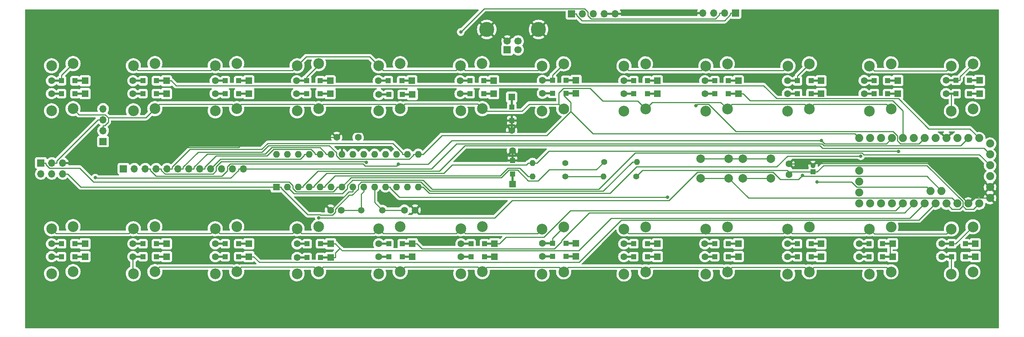
<source format=gbr>
%TF.GenerationSoftware,KiCad,Pcbnew,6.0.8+dfsg-1*%
%TF.CreationDate,2022-10-27T21:27:42-03:00*%
%TF.ProjectId,Calebe94,43616c65-6265-4393-942e-6b696361645f,rev?*%
%TF.SameCoordinates,Original*%
%TF.FileFunction,Copper,L1,Top*%
%TF.FilePolarity,Positive*%
%FSLAX46Y46*%
G04 Gerber Fmt 4.6, Leading zero omitted, Abs format (unit mm)*
G04 Created by KiCad (PCBNEW 6.0.8+dfsg-1) date 2022-10-27 21:27:42*
%MOMM*%
%LPD*%
G01*
G04 APERTURE LIST*
%TA.AperFunction,SMDPad,CuDef*%
%ADD10R,1.200000X1.200000*%
%TD*%
%TA.AperFunction,ComponentPad*%
%ADD11R,1.600000X1.600000*%
%TD*%
%TA.AperFunction,SMDPad,CuDef*%
%ADD12R,2.500000X0.500000*%
%TD*%
%TA.AperFunction,ComponentPad*%
%ADD13C,1.600000*%
%TD*%
%TA.AperFunction,ComponentPad*%
%ADD14C,2.500000*%
%TD*%
%TA.AperFunction,ComponentPad*%
%ADD15C,2.000000*%
%TD*%
%TA.AperFunction,SMDPad,CuDef*%
%ADD16R,0.500000X2.500000*%
%TD*%
%TA.AperFunction,ComponentPad*%
%ADD17R,1.700000X1.700000*%
%TD*%
%TA.AperFunction,ComponentPad*%
%ADD18O,1.700000X1.700000*%
%TD*%
%TA.AperFunction,ComponentPad*%
%ADD19C,1.879600*%
%TD*%
%TA.AperFunction,ComponentPad*%
%ADD20C,1.400000*%
%TD*%
%TA.AperFunction,ComponentPad*%
%ADD21O,1.400000X1.400000*%
%TD*%
%TA.AperFunction,ComponentPad*%
%ADD22O,1.600000X1.600000*%
%TD*%
%TA.AperFunction,ComponentPad*%
%ADD23C,1.500000*%
%TD*%
%TA.AperFunction,ComponentPad*%
%ADD24R,1.200000X1.200000*%
%TD*%
%TA.AperFunction,ComponentPad*%
%ADD25C,1.200000*%
%TD*%
%TA.AperFunction,ComponentPad*%
%ADD26C,1.700000*%
%TD*%
%TA.AperFunction,ComponentPad*%
%ADD27C,3.500000*%
%TD*%
%TA.AperFunction,ViaPad*%
%ADD28C,0.800000*%
%TD*%
%TA.AperFunction,Conductor*%
%ADD29C,0.250000*%
%TD*%
G04 APERTURE END LIST*
D10*
%TO.P,D40,1,K*%
%TO.N,COL_9*%
X90275000Y-114000000D03*
D11*
X92600000Y-114000000D03*
D12*
X91400000Y-114000000D03*
%TO.P,D40,2,A*%
%TO.N,Net-(D40-Pad2)*%
X86000000Y-114000000D03*
D13*
X84800000Y-114000000D03*
D10*
X87125000Y-114000000D03*
%TD*%
D14*
%TO.P,SW22,1*%
%TO.N,Net-(D22-Pad2)*%
X160900000Y-80050000D03*
%TO.P,SW22,2*%
%TO.N,ROW_1*%
X165900000Y-79550000D03*
%TD*%
%TO.P,SW40,1*%
%TO.N,Net-(D40-Pad2)*%
X84800000Y-118000000D03*
%TO.P,SW40,2*%
%TO.N,ROW_3*%
X89800000Y-117500000D03*
%TD*%
%TO.P,SW11,1*%
%TO.N,Net-(D11-Pad2)*%
X223050000Y-107050000D03*
%TO.P,SW11,2*%
%TO.N,MOSI*%
X218050000Y-107550000D03*
%TD*%
D12*
%TO.P,D24,1,K*%
%TO.N,COL_5*%
X167550000Y-113900000D03*
D11*
X168750000Y-113900000D03*
D10*
X166425000Y-113900000D03*
%TO.P,D24,2,A*%
%TO.N,Net-(D24-Pad2)*%
X163275000Y-113900000D03*
D12*
X162150000Y-113900000D03*
D13*
X160950000Y-113900000D03*
%TD*%
D14*
%TO.P,SW37,1*%
%TO.N,Net-(D37-Pad2)*%
X89800000Y-69000000D03*
%TO.P,SW37,2*%
%TO.N,MISO*%
X84800000Y-69500000D03*
%TD*%
%TO.P,SW39,1*%
%TO.N,Net-(D39-Pad2)*%
X89800000Y-107000000D03*
%TO.P,SW39,2*%
%TO.N,MOSI*%
X84800000Y-107500000D03*
%TD*%
%TO.P,SW35,1*%
%TO.N,Net-(D35-Pad2)*%
X108850000Y-107000000D03*
%TO.P,SW35,2*%
%TO.N,MOSI*%
X103850000Y-107500000D03*
%TD*%
D10*
%TO.P,D37,1,K*%
%TO.N,COL_9*%
X90275000Y-73000000D03*
D12*
X91400000Y-73000000D03*
D11*
X92600000Y-73000000D03*
D10*
%TO.P,D37,2,A*%
%TO.N,Net-(D37-Pad2)*%
X87125000Y-73000000D03*
D12*
X86000000Y-73000000D03*
D13*
X84800000Y-73000000D03*
%TD*%
D11*
%TO.P,D22,1,K*%
%TO.N,COL_5*%
X168750000Y-75900000D03*
D10*
X166425000Y-75900000D03*
D12*
X167550000Y-75900000D03*
D13*
%TO.P,D22,2,A*%
%TO.N,Net-(D22-Pad2)*%
X160950000Y-75900000D03*
D12*
X162150000Y-75900000D03*
D10*
X163275000Y-75900000D03*
%TD*%
D14*
%TO.P,SW19,1*%
%TO.N,Net-(D19-Pad2)*%
X184950000Y-107050000D03*
%TO.P,SW19,2*%
%TO.N,MOSI*%
X179950000Y-107550000D03*
%TD*%
%TO.P,SW20,1*%
%TO.N,Net-(D20-Pad2)*%
X179950000Y-118050000D03*
%TO.P,SW20,2*%
%TO.N,ROW_3*%
X184950000Y-117550000D03*
%TD*%
%TO.P,SW10,1*%
%TO.N,Net-(D10-Pad2)*%
X218050000Y-80050000D03*
%TO.P,SW10,2*%
%TO.N,ROW_1*%
X223050000Y-79550000D03*
%TD*%
D15*
%TO.P,SW49,1*%
%TO.N,RESET*%
X204300000Y-95700000D03*
X197800000Y-95700000D03*
%TO.P,SW49,2*%
%TO.N,GND*%
X197800000Y-91200000D03*
X204300000Y-91200000D03*
%TD*%
D12*
%TO.P,D15,1,K*%
%TO.N,COL_3*%
X205340000Y-111000000D03*
D10*
X204215000Y-111000000D03*
D11*
X206540000Y-111000000D03*
D13*
%TO.P,D15,2,A*%
%TO.N,Net-(D15-Pad2)*%
X198740000Y-111000000D03*
D10*
X201065000Y-111000000D03*
D12*
X199940000Y-111000000D03*
%TD*%
D11*
%TO.P,D27,1,K*%
%TO.N,COL_6*%
X149800000Y-111000000D03*
D12*
X148600000Y-111000000D03*
D10*
X147475000Y-111000000D03*
%TO.P,D27,2,A*%
%TO.N,Net-(D27-Pad2)*%
X144325000Y-111000000D03*
D12*
X143200000Y-111000000D03*
D13*
X142000000Y-111000000D03*
%TD*%
D10*
%TO.P,D42,1,K*%
%TO.N,COL_10*%
X71125000Y-76000000D03*
D11*
X73450000Y-76000000D03*
D12*
X72250000Y-76000000D03*
D10*
%TO.P,D42,2,A*%
%TO.N,Net-(D42-Pad2)*%
X67975000Y-76000000D03*
D13*
X65650000Y-76000000D03*
D12*
X66850000Y-76000000D03*
%TD*%
D16*
%TO.P,D49,1,K*%
%TO.N,Net-(D49-Pad1)*%
X153975000Y-95875000D03*
D10*
X153975000Y-94750000D03*
D11*
X153975000Y-97075000D03*
D10*
%TO.P,D49,2,A*%
%TO.N,GND*%
X153975000Y-91600000D03*
D13*
X153975000Y-89275000D03*
D16*
X153975000Y-90475000D03*
%TD*%
D10*
%TO.P,D10,1,K*%
%TO.N,COL_2*%
X223475000Y-76000000D03*
D12*
X224600000Y-76000000D03*
D11*
X225800000Y-76000000D03*
D13*
%TO.P,D10,2,A*%
%TO.N,Net-(D10-Pad2)*%
X218000000Y-76000000D03*
D12*
X219200000Y-76000000D03*
D10*
X220325000Y-76000000D03*
%TD*%
D17*
%TO.P,J2,1,Pin_1*%
%TO.N,VCC*%
X167750000Y-57375000D03*
D18*
%TO.P,J2,2,Pin_2*%
%TO.N,D+*%
X170290000Y-57375000D03*
%TO.P,J2,3,Pin_3*%
%TO.N,D-*%
X172830000Y-57375000D03*
%TO.P,J2,4,Pin_4*%
%TO.N,GND*%
X175370000Y-57375000D03*
%TO.P,J2,5,Pin_5*%
X177910000Y-57375000D03*
%TD*%
D12*
%TO.P,D7,1,K*%
%TO.N,COL_1*%
X241250000Y-111000000D03*
D11*
X242450000Y-111000000D03*
D10*
X240125000Y-111000000D03*
%TO.P,D7,2,A*%
%TO.N,Net-(D7-Pad2)*%
X236975000Y-111000000D03*
D12*
X235850000Y-111000000D03*
D13*
X234650000Y-111000000D03*
%TD*%
D12*
%TO.P,D3,1,K*%
%TO.N,COL_0*%
X260500000Y-111000000D03*
D10*
X259375000Y-111000000D03*
D11*
X261700000Y-111000000D03*
D12*
%TO.P,D3,2,A*%
%TO.N,Net-(D3-Pad2)*%
X255100000Y-111000000D03*
D13*
X253900000Y-111000000D03*
D10*
X256225000Y-111000000D03*
%TD*%
D14*
%TO.P,SW5,1*%
%TO.N,Net-(D5-Pad2)*%
X242100000Y-69050000D03*
%TO.P,SW5,2*%
%TO.N,MISO*%
X237100000Y-69550000D03*
%TD*%
%TO.P,SW4,1*%
%TO.N,Net-(D4-Pad2)*%
X256150000Y-118050000D03*
%TO.P,SW4,2*%
%TO.N,ROW_3*%
X261150000Y-117550000D03*
%TD*%
%TO.P,SW36,1*%
%TO.N,Net-(D36-Pad2)*%
X103850000Y-118000000D03*
%TO.P,SW36,2*%
%TO.N,ROW_3*%
X108850000Y-117500000D03*
%TD*%
%TO.P,SW38,1*%
%TO.N,Net-(D38-Pad2)*%
X84800000Y-80000000D03*
%TO.P,SW38,2*%
%TO.N,ROW_1*%
X89800000Y-79500000D03*
%TD*%
D19*
%TO.P,U1,JP1_1,DTR*%
%TO.N,RESET*%
X265140000Y-87650000D03*
%TO.P,U1,JP1_2,TXO*%
%TO.N,TXD*%
X265140000Y-90190000D03*
%TO.P,U1,JP1_3,RXI*%
%TO.N,RXD*%
X265140000Y-92730000D03*
%TO.P,U1,JP1_4,VCC*%
%TO.N,VCC*%
X265140000Y-95270000D03*
%TO.P,U1,JP1_5,GND*%
%TO.N,GND*%
X265140000Y-97810000D03*
%TO.P,U1,JP1_6,GND*%
X265140000Y-100350000D03*
%TO.P,U1,JP2_1,A4*%
%TO.N,SDA*%
X251297000Y-98699000D03*
%TO.P,U1,JP2_2,A5*%
%TO.N,SCL*%
X253837000Y-98699000D03*
%TO.P,U1,JP3_1,A6*%
%TO.N,unconnected-(U1-PadJP3_1)*%
X234660000Y-94000000D03*
%TO.P,U1,JP3_2,A7*%
%TO.N,unconnected-(U1-PadJP3_2)*%
X234660000Y-99080000D03*
X234660000Y-96540000D03*
%TO.P,U1,JP6_1,RAW*%
%TO.N,VCC*%
X262600000Y-101620000D03*
%TO.P,U1,JP6_2,GND_1*%
%TO.N,GND*%
X260060000Y-101620000D03*
%TO.P,U1,JP6_3,RST_1*%
%TO.N,RESET*%
X257520000Y-101620000D03*
%TO.P,U1,JP6_4,VCC_1*%
%TO.N,VCC*%
X254980000Y-101620000D03*
%TO.P,U1,JP6_5,A3*%
%TO.N,COL_9*%
X252440000Y-101620000D03*
%TO.P,U1,JP6_6,A2*%
%TO.N,COL_8*%
X249900000Y-101620000D03*
%TO.P,U1,JP6_7,A1*%
%TO.N,COL_7*%
X247360000Y-101620000D03*
%TO.P,U1,JP6_8,A0*%
%TO.N,COL_6*%
X244820000Y-101620000D03*
%TO.P,U1,JP6_9,SCK*%
%TO.N,ROW_1*%
X242280000Y-101620000D03*
%TO.P,U1,JP6_10,MISO*%
%TO.N,MISO*%
X239740000Y-101620000D03*
%TO.P,U1,JP6_11,MOSI*%
%TO.N,MOSI*%
X237200000Y-101620000D03*
%TO.P,U1,JP6_12,D10*%
%TO.N,COL_4*%
X234660000Y-101620000D03*
%TO.P,U1,JP7_1,D9*%
%TO.N,COL_5*%
X234660000Y-86380000D03*
%TO.P,U1,JP7_2,D8*%
%TO.N,COL_0*%
X237200000Y-86380000D03*
%TO.P,U1,JP7_3,D7*%
%TO.N,COL_1*%
X239740000Y-86380000D03*
%TO.P,U1,JP7_4,D6*%
%TO.N,COL_2*%
X242280000Y-86380000D03*
%TO.P,U1,JP7_5,D5*%
%TO.N,COL_3*%
X244820000Y-86380000D03*
%TO.P,U1,JP7_6,D4*%
%TO.N,ROW_3*%
X247360000Y-86380000D03*
%TO.P,U1,JP7_7,D3*%
%TO.N,D-*%
X249900000Y-86380000D03*
%TO.P,U1,JP7_8,D2*%
%TO.N,D+*%
X252440000Y-86380000D03*
%TO.P,U1,JP7_9,GND_2*%
%TO.N,GND*%
X254980000Y-86380000D03*
%TO.P,U1,JP7_10,RST_2*%
%TO.N,RESET*%
X257520000Y-86380000D03*
%TO.P,U1,JP7_11,RXI_2*%
%TO.N,COL_11*%
X260060000Y-86380000D03*
%TO.P,U1,JP7_12,TXO_2*%
%TO.N,COL_10*%
X262600000Y-86380000D03*
%TD*%
D17*
%TO.P,J5,1,Pin_1*%
%TO.N,VCC*%
X205915000Y-57225000D03*
D18*
%TO.P,J5,2,Pin_2*%
%TO.N,SDA*%
X203375000Y-57225000D03*
%TO.P,J5,3,Pin_3*%
%TO.N,SCL*%
X200835000Y-57225000D03*
%TO.P,J5,4,Pin_4*%
%TO.N,GND*%
X198295000Y-57225000D03*
%TD*%
D12*
%TO.P,D44,1,K*%
%TO.N,COL_10*%
X72250000Y-114000000D03*
D11*
X73450000Y-114000000D03*
D10*
X71125000Y-114000000D03*
%TO.P,D44,2,A*%
%TO.N,Net-(D44-Pad2)*%
X67975000Y-114000000D03*
D12*
X66850000Y-114000000D03*
D13*
X65650000Y-114000000D03*
%TD*%
D14*
%TO.P,SW48,1*%
%TO.N,Net-(D48-Pad2)*%
X46700000Y-118000000D03*
%TO.P,SW48,2*%
%TO.N,ROW_3*%
X51700000Y-117500000D03*
%TD*%
D10*
%TO.P,D23,1,K*%
%TO.N,COL_5*%
X166425000Y-110900000D03*
D12*
X167550000Y-110900000D03*
D11*
X168750000Y-110900000D03*
D12*
%TO.P,D23,2,A*%
%TO.N,Net-(D23-Pad2)*%
X162150000Y-110900000D03*
D13*
X160950000Y-110900000D03*
D10*
X163275000Y-110900000D03*
%TD*%
D14*
%TO.P,SW33,1*%
%TO.N,Net-(D33-Pad2)*%
X108850000Y-69000000D03*
%TO.P,SW33,2*%
%TO.N,MISO*%
X103850000Y-69500000D03*
%TD*%
D12*
%TO.P,D19,1,K*%
%TO.N,COL_4*%
X186500000Y-111000000D03*
D11*
X187700000Y-111000000D03*
D10*
X185375000Y-111000000D03*
D12*
%TO.P,D19,2,A*%
%TO.N,Net-(D19-Pad2)*%
X181100000Y-111000000D03*
D10*
X182225000Y-111000000D03*
D13*
X179900000Y-111000000D03*
%TD*%
D10*
%TO.P,D18,1,K*%
%TO.N,COL_4*%
X185375000Y-76000000D03*
D11*
X187700000Y-76000000D03*
D12*
X186500000Y-76000000D03*
D10*
%TO.P,D18,2,A*%
%TO.N,Net-(D18-Pad2)*%
X182225000Y-76000000D03*
D13*
X179900000Y-76000000D03*
D12*
X181100000Y-76000000D03*
%TD*%
D14*
%TO.P,SW23,1*%
%TO.N,Net-(D23-Pad2)*%
X165900000Y-107050000D03*
%TO.P,SW23,2*%
%TO.N,MOSI*%
X160900000Y-107550000D03*
%TD*%
D10*
%TO.P,D13,1,K*%
%TO.N,COL_3*%
X204225000Y-73000000D03*
D12*
X205350000Y-73000000D03*
D11*
X206550000Y-73000000D03*
D12*
%TO.P,D13,2,A*%
%TO.N,Net-(D13-Pad2)*%
X199950000Y-73000000D03*
D10*
X201075000Y-73000000D03*
D13*
X198750000Y-73000000D03*
%TD*%
D15*
%TO.P,SW50,1*%
%TO.N,BOOT*%
X214100000Y-95700000D03*
X207600000Y-95700000D03*
%TO.P,SW50,2*%
%TO.N,GND*%
X214100000Y-91200000D03*
X207600000Y-91200000D03*
%TD*%
D10*
%TO.P,D32,1,K*%
%TO.N,COL_7*%
X128325000Y-114000000D03*
D12*
X129450000Y-114000000D03*
D11*
X130650000Y-114000000D03*
D12*
%TO.P,D32,2,A*%
%TO.N,Net-(D32-Pad2)*%
X124050000Y-114000000D03*
D13*
X122850000Y-114000000D03*
D10*
X125175000Y-114000000D03*
%TD*%
D12*
%TO.P,D16,1,K*%
%TO.N,COL_3*%
X205350000Y-114000000D03*
D10*
X204225000Y-114000000D03*
D11*
X206550000Y-114000000D03*
D12*
%TO.P,D16,2,A*%
%TO.N,Net-(D16-Pad2)*%
X199950000Y-114000000D03*
D10*
X201075000Y-114000000D03*
D13*
X198750000Y-114000000D03*
%TD*%
D20*
%TO.P,R2,1*%
%TO.N,Net-(D50-Pad1)*%
X166270000Y-92150000D03*
D21*
%TO.P,R2,2*%
%TO.N,D+*%
X158650000Y-92150000D03*
%TD*%
D11*
%TO.P,D1,1,K*%
%TO.N,COL_0*%
X262700000Y-72900000D03*
D10*
X260375000Y-72900000D03*
D12*
X261500000Y-72900000D03*
D13*
%TO.P,D1,2,A*%
%TO.N,Net-(D1-Pad2)*%
X254900000Y-72900000D03*
D10*
X257225000Y-72900000D03*
D12*
X256100000Y-72900000D03*
%TD*%
D14*
%TO.P,SW21,1*%
%TO.N,Net-(D21-Pad2)*%
X165900000Y-69050000D03*
%TO.P,SW21,2*%
%TO.N,MISO*%
X160900000Y-69550000D03*
%TD*%
D12*
%TO.P,D30,1,K*%
%TO.N,COL_7*%
X129450000Y-76200000D03*
D11*
X130650000Y-76200000D03*
D10*
X128325000Y-76200000D03*
D12*
%TO.P,D30,2,A*%
%TO.N,Net-(D30-Pad2)*%
X124050000Y-76200000D03*
D13*
X122850000Y-76200000D03*
D10*
X125175000Y-76200000D03*
%TD*%
D14*
%TO.P,SW18,1*%
%TO.N,Net-(D18-Pad2)*%
X179950000Y-80050000D03*
%TO.P,SW18,2*%
%TO.N,ROW_1*%
X184950000Y-79550000D03*
%TD*%
D10*
%TO.P,D46,1,K*%
%TO.N,COL_11*%
X52175000Y-76000000D03*
D12*
X53300000Y-76000000D03*
D11*
X54500000Y-76000000D03*
D13*
%TO.P,D46,2,A*%
%TO.N,Net-(D46-Pad2)*%
X46700000Y-76000000D03*
D12*
X47900000Y-76000000D03*
D10*
X49025000Y-76000000D03*
%TD*%
D11*
%TO.P,D14,1,K*%
%TO.N,COL_3*%
X206550000Y-76000000D03*
D12*
X205350000Y-76000000D03*
D10*
X204225000Y-76000000D03*
%TO.P,D14,2,A*%
%TO.N,Net-(D14-Pad2)*%
X201075000Y-76000000D03*
D13*
X198750000Y-76000000D03*
D12*
X199950000Y-76000000D03*
%TD*%
D14*
%TO.P,SW2,1*%
%TO.N,Net-(D2-Pad2)*%
X256150000Y-80050000D03*
%TO.P,SW2,2*%
%TO.N,ROW_1*%
X261150000Y-79550000D03*
%TD*%
D10*
%TO.P,D35,1,K*%
%TO.N,COL_8*%
X109325000Y-111000000D03*
D12*
X110450000Y-111000000D03*
D11*
X111650000Y-111000000D03*
D10*
%TO.P,D35,2,A*%
%TO.N,Net-(D35-Pad2)*%
X106175000Y-111000000D03*
D12*
X105050000Y-111000000D03*
D13*
X103850000Y-111000000D03*
%TD*%
D12*
%TO.P,D8,1,K*%
%TO.N,COL_1*%
X241250000Y-114000000D03*
D11*
X242450000Y-114000000D03*
D10*
X240125000Y-114000000D03*
%TO.P,D8,2,A*%
%TO.N,Net-(D8-Pad2)*%
X236975000Y-114000000D03*
D13*
X234650000Y-114000000D03*
D12*
X235850000Y-114000000D03*
%TD*%
D14*
%TO.P,SW9,1*%
%TO.N,Net-(D9-Pad2)*%
X223100000Y-69050000D03*
%TO.P,SW9,2*%
%TO.N,MISO*%
X218100000Y-69550000D03*
%TD*%
D20*
%TO.P,R4,1*%
%TO.N,VCC*%
X175330000Y-91900000D03*
D21*
%TO.P,R4,2*%
%TO.N,RESET*%
X182950000Y-91900000D03*
%TD*%
D12*
%TO.P,D34,1,K*%
%TO.N,COL_8*%
X110350000Y-76000000D03*
D11*
X111550000Y-76000000D03*
D10*
X109225000Y-76000000D03*
D13*
%TO.P,D34,2,A*%
%TO.N,Net-(D34-Pad2)*%
X103750000Y-76000000D03*
D10*
X106075000Y-76000000D03*
D12*
X104950000Y-76000000D03*
%TD*%
D11*
%TO.P,U2,1,~{RESET}/PC6*%
%TO.N,RESET*%
X99020000Y-97750000D03*
D22*
%TO.P,U2,2,PD0*%
%TO.N,RXD*%
X101560000Y-97750000D03*
%TO.P,U2,3,PD1*%
%TO.N,TXD*%
X104100000Y-97750000D03*
%TO.P,U2,4,PD2*%
%TO.N,D+*%
X106640000Y-97750000D03*
%TO.P,U2,5,PD3*%
%TO.N,D-*%
X109180000Y-97750000D03*
%TO.P,U2,6,PD4*%
%TO.N,ROW_3*%
X111720000Y-97750000D03*
%TO.P,U2,7,VCC*%
%TO.N,VCC*%
X114260000Y-97750000D03*
%TO.P,U2,8,GND*%
%TO.N,GND*%
X116800000Y-97750000D03*
%TO.P,U2,9,XTAL1/PB6*%
%TO.N,XTAL1*%
X119340000Y-97750000D03*
%TO.P,U2,10,XTAL2/PB7*%
%TO.N,XTAL2*%
X121880000Y-97750000D03*
%TO.P,U2,11,PD5*%
%TO.N,COL_3*%
X124420000Y-97750000D03*
%TO.P,U2,12,PD6*%
%TO.N,COL_2*%
X126960000Y-97750000D03*
%TO.P,U2,13,PD7*%
%TO.N,COL_1*%
X129500000Y-97750000D03*
%TO.P,U2,14,PB0*%
%TO.N,COL_0*%
X132040000Y-97750000D03*
%TO.P,U2,15,PB1*%
%TO.N,COL_5*%
X132040000Y-90130000D03*
%TO.P,U2,16,PB2*%
%TO.N,COL_4*%
X129500000Y-90130000D03*
%TO.P,U2,17,PB3*%
%TO.N,MOSI*%
X126960000Y-90130000D03*
%TO.P,U2,18,PB4*%
%TO.N,MISO*%
X124420000Y-90130000D03*
%TO.P,U2,19,PB5*%
%TO.N,ROW_1*%
X121880000Y-90130000D03*
%TO.P,U2,20,AVCC*%
%TO.N,VCC*%
X119340000Y-90130000D03*
%TO.P,U2,21,AREF*%
%TO.N,Net-(U2-Pad21)*%
X116800000Y-90130000D03*
%TO.P,U2,22,GND*%
%TO.N,GND*%
X114260000Y-90130000D03*
%TO.P,U2,23,PC0*%
%TO.N,COL_6*%
X111720000Y-90130000D03*
%TO.P,U2,24,PC1*%
%TO.N,COL_7*%
X109180000Y-90130000D03*
%TO.P,U2,25,PC2*%
%TO.N,COL_8*%
X106640000Y-90130000D03*
%TO.P,U2,26,PC3*%
%TO.N,COL_9*%
X104100000Y-90130000D03*
%TO.P,U2,27,PC4*%
%TO.N,SDA*%
X101560000Y-90130000D03*
%TO.P,U2,28,PC5*%
%TO.N,SCL*%
X99020000Y-90130000D03*
%TD*%
D14*
%TO.P,SW12,1*%
%TO.N,Net-(D12-Pad2)*%
X218050000Y-118050000D03*
%TO.P,SW12,2*%
%TO.N,ROW_3*%
X223050000Y-117550000D03*
%TD*%
D12*
%TO.P,D31,1,K*%
%TO.N,COL_7*%
X129450000Y-111000000D03*
D11*
X130650000Y-111000000D03*
D10*
X128325000Y-111000000D03*
%TO.P,D31,2,A*%
%TO.N,Net-(D31-Pad2)*%
X125175000Y-111000000D03*
D12*
X124050000Y-111000000D03*
D13*
X122850000Y-111000000D03*
%TD*%
D11*
%TO.P,D47,1,K*%
%TO.N,COL_11*%
X54500000Y-111000000D03*
D12*
X53300000Y-111000000D03*
D10*
X52175000Y-111000000D03*
%TO.P,D47,2,A*%
%TO.N,Net-(D47-Pad2)*%
X49025000Y-111000000D03*
D12*
X47900000Y-111000000D03*
D13*
X46700000Y-111000000D03*
%TD*%
D20*
%TO.P,R1,1*%
%TO.N,VCC*%
X182820000Y-95300000D03*
D21*
%TO.P,R1,2*%
%TO.N,Net-(D49-Pad1)*%
X175200000Y-95300000D03*
%TD*%
D14*
%TO.P,SW32,1*%
%TO.N,Net-(D32-Pad2)*%
X122850000Y-118000000D03*
%TO.P,SW32,2*%
%TO.N,ROW_3*%
X127850000Y-117500000D03*
%TD*%
%TO.P,SW47,1*%
%TO.N,Net-(D47-Pad2)*%
X51700000Y-107000000D03*
%TO.P,SW47,2*%
%TO.N,MOSI*%
X46700000Y-107500000D03*
%TD*%
%TO.P,SW34,1*%
%TO.N,Net-(D34-Pad2)*%
X103850000Y-80000000D03*
%TO.P,SW34,2*%
%TO.N,ROW_1*%
X108850000Y-79500000D03*
%TD*%
D13*
%TO.P,C2,1*%
%TO.N,VCC*%
X218350000Y-94850000D03*
%TO.P,C2,2*%
%TO.N,GND*%
X218350000Y-92350000D03*
%TD*%
D12*
%TO.P,D17,1,K*%
%TO.N,COL_4*%
X186500000Y-73000000D03*
D10*
X185375000Y-73000000D03*
D11*
X187700000Y-73000000D03*
D10*
%TO.P,D17,2,A*%
%TO.N,Net-(D17-Pad2)*%
X182225000Y-73000000D03*
D12*
X181100000Y-73000000D03*
D13*
X179900000Y-73000000D03*
%TD*%
D14*
%TO.P,SW41,1*%
%TO.N,Net-(D41-Pad2)*%
X70750000Y-69000000D03*
%TO.P,SW41,2*%
%TO.N,MISO*%
X65750000Y-69500000D03*
%TD*%
D11*
%TO.P,D45,1,K*%
%TO.N,COL_11*%
X54500000Y-73000000D03*
D12*
X53300000Y-73000000D03*
D10*
X52175000Y-73000000D03*
D13*
%TO.P,D45,2,A*%
%TO.N,Net-(D45-Pad2)*%
X46700000Y-73000000D03*
D12*
X47900000Y-73000000D03*
D10*
X49025000Y-73000000D03*
%TD*%
D12*
%TO.P,D26,1,K*%
%TO.N,COL_6*%
X148400000Y-76000000D03*
D11*
X149600000Y-76000000D03*
D10*
X147275000Y-76000000D03*
D12*
%TO.P,D26,2,A*%
%TO.N,Net-(D26-Pad2)*%
X143000000Y-76000000D03*
D10*
X144125000Y-76000000D03*
D13*
X141800000Y-76000000D03*
%TD*%
D11*
%TO.P,D29,1,K*%
%TO.N,COL_7*%
X130550000Y-73000000D03*
D10*
X128225000Y-73000000D03*
D12*
X129350000Y-73000000D03*
D13*
%TO.P,D29,2,A*%
%TO.N,Net-(D29-Pad2)*%
X122750000Y-73000000D03*
D10*
X125075000Y-73000000D03*
D12*
X123950000Y-73000000D03*
%TD*%
D14*
%TO.P,SW15,1*%
%TO.N,Net-(D15-Pad2)*%
X204000000Y-107050000D03*
%TO.P,SW15,2*%
%TO.N,MOSI*%
X199000000Y-107550000D03*
%TD*%
%TO.P,SW26,1*%
%TO.N,Net-(D26-Pad2)*%
X141950000Y-80000000D03*
%TO.P,SW26,2*%
%TO.N,ROW_1*%
X146950000Y-79500000D03*
%TD*%
%TO.P,SW31,1*%
%TO.N,Net-(D31-Pad2)*%
X127850000Y-107000000D03*
%TO.P,SW31,2*%
%TO.N,MOSI*%
X122850000Y-107500000D03*
%TD*%
%TO.P,SW27,1*%
%TO.N,Net-(D27-Pad2)*%
X146950000Y-107000000D03*
%TO.P,SW27,2*%
%TO.N,MOSI*%
X141950000Y-107500000D03*
%TD*%
D12*
%TO.P,D6,1,K*%
%TO.N,COL_1*%
X242450000Y-76000000D03*
D11*
X243650000Y-76000000D03*
D10*
X241325000Y-76000000D03*
D12*
%TO.P,D6,2,A*%
%TO.N,Net-(D6-Pad2)*%
X237050000Y-76000000D03*
D10*
X238175000Y-76000000D03*
D13*
X235850000Y-76000000D03*
%TD*%
D14*
%TO.P,SW6,1*%
%TO.N,Net-(D6-Pad2)*%
X237100000Y-80050000D03*
%TO.P,SW6,2*%
%TO.N,ROW_1*%
X242100000Y-79550000D03*
%TD*%
%TO.P,SW28,1*%
%TO.N,Net-(D28-Pad2)*%
X141950000Y-118000000D03*
%TO.P,SW28,2*%
%TO.N,ROW_3*%
X146950000Y-117500000D03*
%TD*%
%TO.P,SW25,1*%
%TO.N,Net-(D25-Pad2)*%
X146900000Y-69000000D03*
%TO.P,SW25,2*%
%TO.N,MISO*%
X141900000Y-69500000D03*
%TD*%
%TO.P,SW3,1*%
%TO.N,Net-(D3-Pad2)*%
X261150000Y-107050000D03*
%TO.P,SW3,2*%
%TO.N,MOSI*%
X256150000Y-107550000D03*
%TD*%
D12*
%TO.P,D41,1,K*%
%TO.N,COL_10*%
X72250000Y-73000000D03*
D10*
X71125000Y-73000000D03*
D11*
X73450000Y-73000000D03*
D10*
%TO.P,D41,2,A*%
%TO.N,Net-(D41-Pad2)*%
X67975000Y-73000000D03*
D13*
X65650000Y-73000000D03*
D12*
X66850000Y-73000000D03*
%TD*%
D14*
%TO.P,SW13,1*%
%TO.N,Net-(D13-Pad2)*%
X204000000Y-69050000D03*
%TO.P,SW13,2*%
%TO.N,MISO*%
X199000000Y-69550000D03*
%TD*%
D11*
%TO.P,D28,1,K*%
%TO.N,COL_6*%
X149800000Y-114000000D03*
D12*
X148600000Y-114000000D03*
D10*
X147475000Y-114000000D03*
D12*
%TO.P,D28,2,A*%
%TO.N,Net-(D28-Pad2)*%
X143200000Y-114000000D03*
D13*
X142000000Y-114000000D03*
D10*
X144325000Y-114000000D03*
%TD*%
D14*
%TO.P,SW45,1*%
%TO.N,Net-(D45-Pad2)*%
X51700000Y-69000000D03*
%TO.P,SW45,2*%
%TO.N,MISO*%
X46700000Y-69500000D03*
%TD*%
D12*
%TO.P,D48,1,K*%
%TO.N,COL_11*%
X53300000Y-114000000D03*
D10*
X52175000Y-114000000D03*
D11*
X54500000Y-114000000D03*
D13*
%TO.P,D48,2,A*%
%TO.N,Net-(D48-Pad2)*%
X46700000Y-114000000D03*
D10*
X49025000Y-114000000D03*
D12*
X47900000Y-114000000D03*
%TD*%
D13*
%TO.P,C4,1*%
%TO.N,XTAL1*%
X114130000Y-103150000D03*
%TO.P,C4,2*%
%TO.N,GND*%
X111630000Y-103150000D03*
%TD*%
D11*
%TO.P,D4,1,K*%
%TO.N,COL_0*%
X261700000Y-114000000D03*
D12*
X260500000Y-114000000D03*
D10*
X259375000Y-114000000D03*
D12*
%TO.P,D4,2,A*%
%TO.N,Net-(D4-Pad2)*%
X255100000Y-114000000D03*
D10*
X256225000Y-114000000D03*
D13*
X253900000Y-114000000D03*
%TD*%
D14*
%TO.P,SW44,1*%
%TO.N,Net-(D44-Pad2)*%
X65750000Y-118000000D03*
%TO.P,SW44,2*%
%TO.N,ROW_3*%
X70750000Y-117500000D03*
%TD*%
D11*
%TO.P,D21,1,K*%
%TO.N,COL_5*%
X168750000Y-72900000D03*
D12*
X167550000Y-72900000D03*
D10*
X166425000Y-72900000D03*
%TO.P,D21,2,A*%
%TO.N,Net-(D21-Pad2)*%
X163275000Y-72900000D03*
D12*
X162150000Y-72900000D03*
D13*
X160950000Y-72900000D03*
%TD*%
D10*
%TO.P,D9,1,K*%
%TO.N,COL_2*%
X223475000Y-73000000D03*
D11*
X225800000Y-73000000D03*
D12*
X224600000Y-73000000D03*
%TO.P,D9,2,A*%
%TO.N,Net-(D9-Pad2)*%
X219200000Y-73000000D03*
D10*
X220325000Y-73000000D03*
D13*
X218000000Y-73000000D03*
%TD*%
D14*
%TO.P,SW8,1*%
%TO.N,Net-(D8-Pad2)*%
X237100000Y-118050000D03*
%TO.P,SW8,2*%
%TO.N,ROW_3*%
X242100000Y-117550000D03*
%TD*%
D12*
%TO.P,D33,1,K*%
%TO.N,COL_8*%
X110350000Y-73000000D03*
D11*
X111550000Y-73000000D03*
D10*
X109225000Y-73000000D03*
D13*
%TO.P,D33,2,A*%
%TO.N,Net-(D33-Pad2)*%
X103750000Y-73000000D03*
D10*
X106075000Y-73000000D03*
D12*
X104950000Y-73000000D03*
%TD*%
D14*
%TO.P,SW30,1*%
%TO.N,Net-(D30-Pad2)*%
X122850000Y-80000000D03*
%TO.P,SW30,2*%
%TO.N,ROW_1*%
X127850000Y-79500000D03*
%TD*%
%TO.P,SW7,1*%
%TO.N,Net-(D7-Pad2)*%
X242100000Y-107050000D03*
%TO.P,SW7,2*%
%TO.N,MOSI*%
X237100000Y-107550000D03*
%TD*%
D23*
%TO.P,Y1,1,1*%
%TO.N,XTAL2*%
X123700000Y-103180000D03*
%TO.P,Y1,2,2*%
%TO.N,XTAL1*%
X118800000Y-103180000D03*
%TD*%
D13*
%TO.P,C3,1*%
%TO.N,XTAL2*%
X128830000Y-103150000D03*
%TO.P,C3,2*%
%TO.N,GND*%
X131330000Y-103150000D03*
%TD*%
D10*
%TO.P,D5,1,K*%
%TO.N,COL_1*%
X241325000Y-72925000D03*
D11*
X243650000Y-72925000D03*
D12*
X242450000Y-72925000D03*
%TO.P,D5,2,A*%
%TO.N,Net-(D5-Pad2)*%
X237050000Y-72925000D03*
D10*
X238175000Y-72925000D03*
D13*
X235850000Y-72925000D03*
%TD*%
D12*
%TO.P,D11,1,K*%
%TO.N,COL_2*%
X224600000Y-111000000D03*
D10*
X223475000Y-111000000D03*
D11*
X225800000Y-111000000D03*
D13*
%TO.P,D11,2,A*%
%TO.N,Net-(D11-Pad2)*%
X218000000Y-111000000D03*
D10*
X220325000Y-111000000D03*
D12*
X219200000Y-111000000D03*
%TD*%
D17*
%TO.P,J3,1,Pin_1*%
%TO.N,COL_0*%
X63450000Y-93500000D03*
D18*
%TO.P,J3,2,Pin_2*%
%TO.N,COL_1*%
X65990000Y-93500000D03*
%TO.P,J3,3,Pin_3*%
%TO.N,COL_2*%
X68530000Y-93500000D03*
%TO.P,J3,4,Pin_4*%
%TO.N,COL_3*%
X71070000Y-93500000D03*
%TO.P,J3,5,Pin_5*%
%TO.N,COL_4*%
X73610000Y-93500000D03*
%TO.P,J3,6,Pin_6*%
%TO.N,COL_5*%
X76150000Y-93500000D03*
%TO.P,J3,7,Pin_7*%
%TO.N,COL_6*%
X78690000Y-93500000D03*
%TO.P,J3,8,Pin_8*%
%TO.N,COL_7*%
X81230000Y-93500000D03*
%TO.P,J3,9,Pin_9*%
%TO.N,COL_8*%
X83770000Y-93500000D03*
%TO.P,J3,10,Pin_10*%
%TO.N,COL_9*%
X86310000Y-93500000D03*
%TO.P,J3,11,Pin_11*%
%TO.N,COL_10*%
X88850000Y-93500000D03*
%TO.P,J3,12,Pin_12*%
%TO.N,COL_11*%
X91390000Y-93500000D03*
%TD*%
D10*
%TO.P,D50,1,K*%
%TO.N,Net-(D50-Pad1)*%
X153800000Y-79125000D03*
D16*
X153800000Y-78000000D03*
D11*
X153800000Y-76800000D03*
D10*
%TO.P,D50,2,A*%
%TO.N,GND*%
X153800000Y-82275000D03*
D13*
X153800000Y-84600000D03*
D16*
X153800000Y-83400000D03*
%TD*%
D14*
%TO.P,SW43,1*%
%TO.N,Net-(D43-Pad2)*%
X70750000Y-107000000D03*
%TO.P,SW43,2*%
%TO.N,MOSI*%
X65750000Y-107500000D03*
%TD*%
%TO.P,SW46,1*%
%TO.N,Net-(D46-Pad2)*%
X46700000Y-80000000D03*
%TO.P,SW46,2*%
%TO.N,ROW_1*%
X51700000Y-79500000D03*
%TD*%
D24*
%TO.P,C1,1*%
%TO.N,VCC*%
X223950000Y-94250000D03*
D25*
%TO.P,C1,2*%
%TO.N,GND*%
X223950000Y-92750000D03*
%TD*%
D14*
%TO.P,SW1,1*%
%TO.N,Net-(D1-Pad2)*%
X261150000Y-69050000D03*
%TO.P,SW1,2*%
%TO.N,MISO*%
X256150000Y-69550000D03*
%TD*%
D17*
%TO.P,J4,1,Pin_1*%
%TO.N,MISO*%
X58700000Y-87175000D03*
D18*
%TO.P,J4,2,Pin_2*%
%TO.N,ROW_1*%
X58700000Y-84635000D03*
%TO.P,J4,3,Pin_3*%
%TO.N,MOSI*%
X58700000Y-82095000D03*
%TO.P,J4,4,Pin_4*%
%TO.N,ROW_3*%
X58700000Y-79555000D03*
%TD*%
D11*
%TO.P,D25,1,K*%
%TO.N,COL_6*%
X149600000Y-73000000D03*
D12*
X148400000Y-73000000D03*
D10*
X147275000Y-73000000D03*
D12*
%TO.P,D25,2,A*%
%TO.N,Net-(D25-Pad2)*%
X143000000Y-73000000D03*
D13*
X141800000Y-73000000D03*
D10*
X144125000Y-73000000D03*
%TD*%
D14*
%TO.P,SW14,1*%
%TO.N,Net-(D14-Pad2)*%
X199000000Y-80050000D03*
%TO.P,SW14,2*%
%TO.N,ROW_1*%
X204000000Y-79550000D03*
%TD*%
%TO.P,SW16,1*%
%TO.N,Net-(D16-Pad2)*%
X199000000Y-118050000D03*
%TO.P,SW16,2*%
%TO.N,ROW_3*%
X204000000Y-117550000D03*
%TD*%
D17*
%TO.P,J6,1,Pin_1*%
%TO.N,VCC*%
X44225000Y-92160000D03*
D18*
%TO.P,J6,2,Pin_2*%
%TO.N,MISO*%
X44225000Y-94700000D03*
%TO.P,J6,3,Pin_3*%
%TO.N,MOSI*%
X46765000Y-92160000D03*
%TO.P,J6,4,Pin_4*%
%TO.N,ROW_1*%
X46765000Y-94700000D03*
%TO.P,J6,5,Pin_5*%
%TO.N,GND*%
X49305000Y-92160000D03*
%TO.P,J6,6,Pin_6*%
%TO.N,RESET*%
X49305000Y-94700000D03*
%TD*%
D12*
%TO.P,D12,1,K*%
%TO.N,COL_2*%
X224600000Y-114000000D03*
D10*
X223475000Y-114000000D03*
D11*
X225800000Y-114000000D03*
D12*
%TO.P,D12,2,A*%
%TO.N,Net-(D12-Pad2)*%
X219200000Y-114000000D03*
D10*
X220325000Y-114000000D03*
D13*
X218000000Y-114000000D03*
%TD*%
%TO.P,C5,1*%
%TO.N,Net-(U2-Pad21)*%
X118080000Y-86200000D03*
%TO.P,C5,2*%
%TO.N,GND*%
X113080000Y-86200000D03*
%TD*%
D20*
%TO.P,R3,1*%
%TO.N,Net-(D49-Pad1)*%
X166300000Y-95300000D03*
D21*
%TO.P,R3,2*%
%TO.N,D-*%
X158680000Y-95300000D03*
%TD*%
D14*
%TO.P,SW24,1*%
%TO.N,Net-(D24-Pad2)*%
X160900000Y-118050000D03*
%TO.P,SW24,2*%
%TO.N,ROW_3*%
X165900000Y-117550000D03*
%TD*%
D12*
%TO.P,D43,1,K*%
%TO.N,COL_10*%
X72250000Y-111000000D03*
D10*
X71125000Y-111000000D03*
D11*
X73450000Y-111000000D03*
D12*
%TO.P,D43,2,A*%
%TO.N,Net-(D43-Pad2)*%
X66850000Y-111000000D03*
D10*
X67975000Y-111000000D03*
D13*
X65650000Y-111000000D03*
%TD*%
D12*
%TO.P,D38,1,K*%
%TO.N,COL_9*%
X91400000Y-76000000D03*
D11*
X92600000Y-76000000D03*
D10*
X90275000Y-76000000D03*
%TO.P,D38,2,A*%
%TO.N,Net-(D38-Pad2)*%
X87125000Y-76000000D03*
D13*
X84800000Y-76000000D03*
D12*
X86000000Y-76000000D03*
%TD*%
%TO.P,D20,1,K*%
%TO.N,COL_4*%
X186500000Y-114000000D03*
D10*
X185375000Y-114000000D03*
D11*
X187700000Y-114000000D03*
D12*
%TO.P,D20,2,A*%
%TO.N,Net-(D20-Pad2)*%
X181100000Y-114000000D03*
D10*
X182225000Y-114000000D03*
D13*
X179900000Y-114000000D03*
%TD*%
D17*
%TO.P,J1,1,VBUS*%
%TO.N,VCC*%
X152775000Y-65750000D03*
D26*
%TO.P,J1,2,D-*%
%TO.N,Net-(D49-Pad1)*%
X155275000Y-65750000D03*
%TO.P,J1,3,D+*%
%TO.N,Net-(D50-Pad1)*%
X155275000Y-63750000D03*
%TO.P,J1,4,GND*%
%TO.N,GND*%
X152775000Y-63750000D03*
D27*
%TO.P,J1,5,Shield*%
X148005000Y-61040000D03*
X160045000Y-61040000D03*
%TD*%
D11*
%TO.P,D39,1,K*%
%TO.N,COL_9*%
X92600000Y-111000000D03*
D12*
X91400000Y-111000000D03*
D10*
X90275000Y-111000000D03*
%TO.P,D39,2,A*%
%TO.N,Net-(D39-Pad2)*%
X87125000Y-111000000D03*
D12*
X86000000Y-111000000D03*
D13*
X84800000Y-111000000D03*
%TD*%
D11*
%TO.P,D36,1,K*%
%TO.N,COL_8*%
X111650000Y-114200000D03*
D10*
X109325000Y-114200000D03*
D12*
X110450000Y-114200000D03*
%TO.P,D36,2,A*%
%TO.N,Net-(D36-Pad2)*%
X105050000Y-114200000D03*
D13*
X103850000Y-114200000D03*
D10*
X106175000Y-114200000D03*
%TD*%
D14*
%TO.P,SW17,1*%
%TO.N,Net-(D17-Pad2)*%
X184950000Y-69050000D03*
%TO.P,SW17,2*%
%TO.N,MISO*%
X179950000Y-69550000D03*
%TD*%
%TO.P,SW42,1*%
%TO.N,Net-(D42-Pad2)*%
X65750000Y-80000000D03*
%TO.P,SW42,2*%
%TO.N,ROW_1*%
X70750000Y-79500000D03*
%TD*%
D10*
%TO.P,D2,1,K*%
%TO.N,COL_0*%
X260375000Y-76000000D03*
D11*
X262700000Y-76000000D03*
D12*
X261500000Y-76000000D03*
D13*
%TO.P,D2,2,A*%
%TO.N,Net-(D2-Pad2)*%
X254900000Y-76000000D03*
D12*
X256100000Y-76000000D03*
D10*
X257225000Y-76000000D03*
%TD*%
D14*
%TO.P,SW29,1*%
%TO.N,Net-(D29-Pad2)*%
X127850000Y-69000000D03*
%TO.P,SW29,2*%
%TO.N,MISO*%
X122850000Y-69500000D03*
%TD*%
D28*
%TO.N,SCL*%
X221462900Y-95060600D03*
X108913500Y-104944900D03*
%TO.N,SDA*%
X224869000Y-96588100D03*
X141950000Y-61624700D03*
%TO.N,D-*%
X196691900Y-78767200D03*
%TO.N,D+*%
X243812500Y-89477900D03*
%TO.N,COL_11*%
X56899400Y-95608100D03*
%TO.N,COL_3*%
X119970600Y-92023700D03*
X190113200Y-100160700D03*
%TO.N,COL_2*%
X225913000Y-86931200D03*
X127378400Y-92460700D03*
%TO.N,COL_0*%
X235043200Y-90558000D03*
%TD*%
D29*
%TO.N,RXD*%
X103140800Y-99330800D02*
X101560000Y-97750000D01*
X114339200Y-99330800D02*
X103140800Y-99330800D01*
X115530000Y-98140000D02*
X114339200Y-99330800D01*
X115530000Y-97427400D02*
X115530000Y-98140000D01*
X116787700Y-96169700D02*
X115530000Y-97427400D01*
X133201500Y-96169700D02*
X116787700Y-96169700D01*
X135294400Y-98262600D02*
X133201500Y-96169700D01*
X174102000Y-98262600D02*
X135294400Y-98262600D01*
X182531700Y-89832900D02*
X174102000Y-98262600D01*
X235343600Y-89832900D02*
X182531700Y-89832900D01*
X235713700Y-90203000D02*
X235343600Y-89832900D01*
X262613000Y-90203000D02*
X235713700Y-90203000D01*
X265140000Y-92730000D02*
X262613000Y-90203000D01*
%TO.N,Net-(D50-Pad1)*%
X153800000Y-76800000D02*
X153800000Y-78000000D01*
X153800000Y-78000000D02*
X153800000Y-79125000D01*
%TO.N,SCL*%
X250402900Y-95264900D02*
X253837000Y-98699000D01*
X221667200Y-95264900D02*
X250402900Y-95264900D01*
X221462900Y-95060600D02*
X221667200Y-95264900D01*
X220539400Y-95984100D02*
X221462900Y-95060600D01*
X216287000Y-95984100D02*
X220539400Y-95984100D01*
X214627900Y-94325000D02*
X216287000Y-95984100D01*
X196974300Y-94325000D02*
X214627900Y-94325000D01*
X190413500Y-100885800D02*
X196974300Y-94325000D01*
X153891700Y-100885800D02*
X190413500Y-100885800D01*
X149832600Y-104944900D02*
X153891700Y-100885800D01*
X108913500Y-104944900D02*
X149832600Y-104944900D01*
%TO.N,SDA*%
X250402900Y-97804900D02*
X251297000Y-98699000D01*
X234136200Y-97804900D02*
X250402900Y-97804900D01*
X232919500Y-96588200D02*
X234136200Y-97804900D01*
X232919500Y-96588100D02*
X232919500Y-96588200D01*
X224869000Y-96588100D02*
X232919500Y-96588100D01*
X202199900Y-57590200D02*
X202199900Y-57225000D01*
X201235100Y-58555000D02*
X202199900Y-57590200D01*
X172271700Y-58555000D02*
X201235100Y-58555000D01*
X171560000Y-57843300D02*
X172271700Y-58555000D01*
X171560000Y-56934200D02*
X171560000Y-57843300D01*
X170805800Y-56180000D02*
X171560000Y-56934200D01*
X147394700Y-56180000D02*
X170805800Y-56180000D01*
X141950000Y-61624700D02*
X147394700Y-56180000D01*
X203375000Y-57225000D02*
X202199900Y-57225000D01*
%TO.N,TXD*%
X104100000Y-97750000D02*
X105225100Y-97750000D01*
X263702800Y-88752800D02*
X265140000Y-90190000D01*
X226143200Y-88752800D02*
X263702800Y-88752800D01*
X225514900Y-88124500D02*
X226143200Y-88752800D01*
X142914100Y-88124500D02*
X225514900Y-88124500D01*
X136954100Y-94084500D02*
X142914100Y-88124500D01*
X108680300Y-94084500D02*
X136954100Y-94084500D01*
X105225100Y-97539700D02*
X108680300Y-94084500D01*
X105225100Y-97750000D02*
X105225100Y-97539700D01*
%TO.N,MOSI*%
X238215600Y-108665600D02*
X237100000Y-107550000D01*
X255034400Y-108665600D02*
X238215600Y-108665600D01*
X256150000Y-107550000D02*
X255034400Y-108665600D01*
X199000000Y-107550000D02*
X199000000Y-108625200D01*
X181025200Y-108625200D02*
X179950000Y-107550000D01*
X199000000Y-108625200D02*
X181025200Y-108625200D01*
X83724800Y-108575200D02*
X84800000Y-107500000D01*
X66825200Y-108575200D02*
X83724800Y-108575200D01*
X65750000Y-107500000D02*
X66825200Y-108575200D01*
X64674800Y-108575200D02*
X65750000Y-107500000D01*
X47775200Y-108575200D02*
X64674800Y-108575200D01*
X46700000Y-107500000D02*
X47775200Y-108575200D01*
X47940100Y-91679800D02*
X57524900Y-82095000D01*
X47940100Y-92160000D02*
X47940100Y-91679800D01*
X46765000Y-92160000D02*
X47940100Y-92160000D01*
X58700000Y-82095000D02*
X57524900Y-82095000D01*
X159874800Y-108575200D02*
X160900000Y-107550000D01*
X143025200Y-108575200D02*
X159874800Y-108575200D01*
X141950000Y-107500000D02*
X143025200Y-108575200D01*
X123925200Y-108575200D02*
X122850000Y-107500000D01*
X140874800Y-108575200D02*
X123925200Y-108575200D01*
X141950000Y-107500000D02*
X140874800Y-108575200D01*
X85875200Y-108575200D02*
X84800000Y-107500000D01*
X102774800Y-108575200D02*
X85875200Y-108575200D01*
X103850000Y-107500000D02*
X102774800Y-108575200D01*
X121774800Y-108575200D02*
X122850000Y-107500000D01*
X104925200Y-108575200D02*
X121774800Y-108575200D01*
X103850000Y-107500000D02*
X104925200Y-108575200D01*
X216974800Y-108625200D02*
X199000000Y-108625200D01*
X218050000Y-107550000D02*
X216974800Y-108625200D01*
X236024800Y-108625200D02*
X237100000Y-107550000D01*
X219125200Y-108625200D02*
X236024800Y-108625200D01*
X218050000Y-107550000D02*
X219125200Y-108625200D01*
%TO.N,MISO*%
X181025200Y-70625200D02*
X179950000Y-69550000D01*
X197924800Y-70625200D02*
X181025200Y-70625200D01*
X199000000Y-69550000D02*
X197924800Y-70625200D01*
X159874800Y-70575200D02*
X160900000Y-69550000D01*
X142975200Y-70575200D02*
X159874800Y-70575200D01*
X141900000Y-69500000D02*
X142975200Y-70575200D01*
X217024800Y-70625200D02*
X218100000Y-69550000D01*
X200075200Y-70625200D02*
X217024800Y-70625200D01*
X199000000Y-69550000D02*
X200075200Y-70625200D01*
X123925200Y-70575200D02*
X122850000Y-69500000D01*
X140824800Y-70575200D02*
X123925200Y-70575200D01*
X141900000Y-69500000D02*
X140824800Y-70575200D01*
X255029600Y-70670400D02*
X256150000Y-69550000D01*
X238220400Y-70670400D02*
X255029600Y-70670400D01*
X237100000Y-69550000D02*
X238220400Y-70670400D01*
X105968000Y-67382000D02*
X103850000Y-69500000D01*
X120732000Y-67382000D02*
X105968000Y-67382000D01*
X122850000Y-69500000D02*
X120732000Y-67382000D01*
X83724800Y-70575200D02*
X84800000Y-69500000D01*
X66825200Y-70575200D02*
X83724800Y-70575200D01*
X65750000Y-69500000D02*
X66825200Y-70575200D01*
X85875200Y-70575200D02*
X84800000Y-69500000D01*
X102774800Y-70575200D02*
X85875200Y-70575200D01*
X103850000Y-69500000D02*
X102774800Y-70575200D01*
%TO.N,BOOT*%
X207600000Y-95700000D02*
X214100000Y-95700000D01*
%TO.N,RESET*%
X197800000Y-95700000D02*
X204300000Y-95700000D01*
X99020000Y-97750000D02*
X100145100Y-97750000D01*
X256244900Y-100344900D02*
X257520000Y-101620000D01*
X208944900Y-100344900D02*
X256244900Y-100344900D01*
X204300000Y-95700000D02*
X208944900Y-100344900D01*
X182950000Y-91900000D02*
X181924900Y-91900000D01*
X53530100Y-97750000D02*
X99020000Y-97750000D01*
X50480100Y-94700000D02*
X53530100Y-97750000D01*
X49305000Y-94700000D02*
X50480100Y-94700000D01*
X100145100Y-98031300D02*
X100145100Y-97750000D01*
X106333600Y-104219800D02*
X100145100Y-98031300D01*
X109213900Y-104219800D02*
X106333600Y-104219800D01*
X109282200Y-104288100D02*
X109213900Y-104219800D01*
X112085900Y-104288100D02*
X109282200Y-104288100D01*
X112755200Y-103618800D02*
X112085900Y-104288100D01*
X112755200Y-102919600D02*
X112755200Y-103618800D01*
X116021000Y-99653800D02*
X112755200Y-102919600D01*
X116661400Y-99653800D02*
X116021000Y-99653800D01*
X118070000Y-98245200D02*
X116661400Y-99653800D01*
X118070000Y-97330900D02*
X118070000Y-98245200D01*
X118781100Y-96619800D02*
X118070000Y-97330900D01*
X132680500Y-96619800D02*
X118781100Y-96619800D01*
X134773500Y-98712800D02*
X132680500Y-96619800D01*
X175112100Y-98712800D02*
X134773500Y-98712800D01*
X181924900Y-91900000D02*
X175112100Y-98712800D01*
%TO.N,ROW_3*%
X88724800Y-116424800D02*
X89800000Y-117500000D01*
X71825200Y-116424800D02*
X88724800Y-116424800D01*
X70750000Y-117500000D02*
X71825200Y-116424800D01*
X107774800Y-116424800D02*
X108850000Y-117500000D01*
X90875200Y-116424800D02*
X107774800Y-116424800D01*
X89800000Y-117500000D02*
X90875200Y-116424800D01*
X109925200Y-116424800D02*
X108850000Y-117500000D01*
X126774800Y-116424800D02*
X109925200Y-116424800D01*
X127850000Y-117500000D02*
X126774800Y-116424800D01*
X183874800Y-116474800D02*
X184950000Y-117550000D01*
X166975200Y-116474800D02*
X183874800Y-116474800D01*
X165900000Y-117550000D02*
X166975200Y-116474800D01*
X202924800Y-116474800D02*
X204000000Y-117550000D01*
X186025200Y-116474800D02*
X202924800Y-116474800D01*
X184950000Y-117550000D02*
X186025200Y-116474800D01*
X221974200Y-116474200D02*
X223050000Y-117550000D01*
X205075800Y-116474200D02*
X221974200Y-116474200D01*
X204000000Y-117550000D02*
X205075800Y-116474200D01*
X241010300Y-116460300D02*
X242100000Y-117550000D01*
X224139700Y-116460300D02*
X241010300Y-116460300D01*
X223050000Y-117550000D02*
X224139700Y-116460300D01*
X147982100Y-116467900D02*
X146950000Y-117500000D01*
X164817900Y-116467900D02*
X147982100Y-116467900D01*
X165900000Y-117550000D02*
X164817900Y-116467900D01*
X128925200Y-116424800D02*
X127850000Y-117500000D01*
X145874800Y-116424800D02*
X128925200Y-116424800D01*
X146950000Y-117500000D02*
X145874800Y-116424800D01*
%TO.N,XTAL1*%
X119340000Y-97750000D02*
X119340000Y-98875100D01*
X118800000Y-103150000D02*
X114130000Y-103150000D01*
X118800000Y-103180000D02*
X118800000Y-103150000D01*
X118800000Y-99415100D02*
X119340000Y-98875100D01*
X118800000Y-103150000D02*
X118800000Y-99415100D01*
%TO.N,ROW_1*%
X59902800Y-82624300D02*
X59902800Y-81607800D01*
X59067200Y-83459900D02*
X59902800Y-82624300D01*
X58700000Y-83459900D02*
X59067200Y-83459900D01*
X53109200Y-80909200D02*
X51700000Y-79500000D01*
X59204200Y-80909200D02*
X53109200Y-80909200D01*
X59902800Y-81607800D02*
X59204200Y-80909200D01*
X58700000Y-84635000D02*
X58700000Y-83459900D01*
X68642200Y-81607800D02*
X70750000Y-79500000D01*
X59902800Y-81607800D02*
X68642200Y-81607800D01*
X88724800Y-78424800D02*
X89800000Y-79500000D01*
X71825200Y-78424800D02*
X88724800Y-78424800D01*
X70750000Y-79500000D02*
X71825200Y-78424800D01*
X90875200Y-78424800D02*
X89800000Y-79500000D01*
X107774800Y-78424800D02*
X90875200Y-78424800D01*
X108850000Y-79500000D02*
X107774800Y-78424800D01*
X128939500Y-78410500D02*
X127850000Y-79500000D01*
X145860500Y-78410500D02*
X128939500Y-78410500D01*
X146950000Y-79500000D02*
X145860500Y-78410500D01*
X126774800Y-78424800D02*
X127850000Y-79500000D01*
X109925200Y-78424800D02*
X126774800Y-78424800D01*
X108850000Y-79500000D02*
X109925200Y-78424800D01*
X224125200Y-78474800D02*
X223050000Y-79550000D01*
X241024800Y-78474800D02*
X224125200Y-78474800D01*
X242100000Y-79550000D02*
X241024800Y-78474800D01*
X221974800Y-78474800D02*
X223050000Y-79550000D01*
X205075200Y-78474800D02*
X221974800Y-78474800D01*
X204000000Y-79550000D02*
X205075200Y-78474800D01*
X164782900Y-75833900D02*
X164782900Y-78432900D01*
X165842000Y-74774800D02*
X164782900Y-75833900D01*
X172020800Y-74774800D02*
X165842000Y-74774800D01*
X174977800Y-77731800D02*
X172020800Y-74774800D01*
X183131800Y-77731800D02*
X174977800Y-77731800D01*
X184950000Y-79550000D02*
X183131800Y-77731800D01*
X165900000Y-79550000D02*
X164782900Y-78432900D01*
X147559900Y-80109900D02*
X146950000Y-79500000D01*
X156198700Y-80109900D02*
X147559900Y-80109900D01*
X157875700Y-78432900D02*
X156198700Y-80109900D01*
X164782900Y-78432900D02*
X157875700Y-78432900D01*
X186475300Y-78024700D02*
X184950000Y-79550000D01*
X202474700Y-78024700D02*
X186475300Y-78024700D01*
X204000000Y-79550000D02*
X202474700Y-78024700D01*
%TO.N,XTAL2*%
X121880000Y-97750000D02*
X121880000Y-98875100D01*
X128830000Y-103150000D02*
X123730000Y-103150000D01*
X123730000Y-103150000D02*
X123700000Y-103180000D01*
X121880000Y-101300000D02*
X123730000Y-103150000D01*
X121880000Y-98875100D02*
X121880000Y-101300000D01*
%TO.N,D-*%
X158680000Y-95300000D02*
X157654900Y-95300000D01*
X109180000Y-97750000D02*
X110305100Y-97750000D01*
X110305100Y-97516800D02*
X110305100Y-97750000D01*
X112683100Y-95138800D02*
X110305100Y-97516800D01*
X151099300Y-95138800D02*
X112683100Y-95138800D01*
X152863400Y-93374700D02*
X151099300Y-95138800D01*
X155729600Y-93374700D02*
X152863400Y-93374700D01*
X157654900Y-95300000D02*
X155729600Y-93374700D01*
X196984200Y-78474900D02*
X196691900Y-78767200D01*
X199652400Y-78474900D02*
X196984200Y-78474900D01*
X206011100Y-84833600D02*
X199652400Y-78474900D01*
X242532400Y-84833600D02*
X206011100Y-84833600D01*
X243550000Y-85851200D02*
X242532400Y-84833600D01*
X243550000Y-86945000D02*
X243550000Y-85851200D01*
X244300400Y-87695400D02*
X243550000Y-86945000D01*
X248584600Y-87695400D02*
X244300400Y-87695400D01*
X249900000Y-86380000D02*
X248584600Y-87695400D01*
%TO.N,D+*%
X158650000Y-92150000D02*
X157624900Y-92150000D01*
X106640000Y-97750000D02*
X107765100Y-97750000D01*
X158650000Y-92150000D02*
X159675100Y-92150000D01*
X157200000Y-92574900D02*
X157624900Y-92150000D01*
X139973100Y-92574900D02*
X157200000Y-92574900D01*
X138013400Y-94534600D02*
X139973100Y-92574900D01*
X110747300Y-94534600D02*
X138013400Y-94534600D01*
X107765100Y-97516800D02*
X110747300Y-94534600D01*
X107765100Y-97750000D02*
X107765100Y-97516800D01*
X162442300Y-89382800D02*
X159675100Y-92150000D01*
X243717400Y-89382800D02*
X162442300Y-89382800D01*
X243812500Y-89477900D02*
X243717400Y-89382800D01*
%TO.N,Net-(D49-Pad1)*%
X153975000Y-94750000D02*
X153975000Y-95875000D01*
X175200000Y-95300000D02*
X174174900Y-95300000D01*
X166300000Y-95300000D02*
X174174900Y-95300000D01*
X153975000Y-97075000D02*
X153975000Y-95875000D01*
%TO.N,Net-(D34-Pad2)*%
X106075000Y-76000000D02*
X104950000Y-76000000D01*
X104950000Y-76000000D02*
X103750000Y-76000000D01*
%TO.N,Net-(D48-Pad2)*%
X49025000Y-114000000D02*
X47900000Y-114000000D01*
X47900000Y-114000000D02*
X46700000Y-114000000D01*
%TO.N,Net-(D47-Pad2)*%
X46700000Y-111000000D02*
X47900000Y-111000000D01*
X47900000Y-111000000D02*
X49025000Y-111000000D01*
%TO.N,COL_11*%
X54500000Y-114000000D02*
X53300000Y-114000000D01*
X52175000Y-114000000D02*
X53300000Y-114000000D01*
X52175000Y-73000000D02*
X53300000Y-73000000D01*
X53300000Y-73000000D02*
X54500000Y-73000000D01*
X52175000Y-111000000D02*
X53300000Y-111000000D01*
X53300000Y-111000000D02*
X54500000Y-111000000D01*
X54500000Y-76000000D02*
X53300000Y-76000000D01*
X53300000Y-76000000D02*
X52175000Y-76000000D01*
X90802500Y-93500000D02*
X90214900Y-93500000D01*
X90802500Y-93500000D02*
X91390000Y-93500000D01*
X91390000Y-93500000D02*
X92565100Y-93500000D01*
X258294400Y-88145600D02*
X260060000Y-86380000D01*
X226490800Y-88145600D02*
X258294400Y-88145600D01*
X226019600Y-87674400D02*
X226490800Y-88145600D01*
X140946500Y-87674400D02*
X226019600Y-87674400D01*
X135120900Y-93500000D02*
X140946500Y-87674400D01*
X92565100Y-93500000D02*
X135120900Y-93500000D01*
X90214900Y-93867200D02*
X90214900Y-93500000D01*
X88417700Y-95664400D02*
X90214900Y-93867200D01*
X56955700Y-95664400D02*
X88417700Y-95664400D01*
X56899400Y-95608100D02*
X56955700Y-95664400D01*
%TO.N,Net-(D46-Pad2)*%
X49025000Y-76000000D02*
X47900000Y-76000000D01*
X47900000Y-76000000D02*
X46700000Y-76000000D01*
%TO.N,Net-(D45-Pad2)*%
X47900000Y-73000000D02*
X46700000Y-73000000D01*
X49025000Y-71675000D02*
X51700000Y-69000000D01*
X49025000Y-73000000D02*
X49025000Y-71675000D01*
X47900000Y-73000000D02*
X49025000Y-73000000D01*
%TO.N,Net-(D44-Pad2)*%
X66250000Y-114000000D02*
X65650000Y-114000000D01*
X66250000Y-114000000D02*
X66850000Y-114000000D01*
X66850000Y-114000000D02*
X67975000Y-114000000D01*
X65650000Y-117900000D02*
X65650000Y-114000000D01*
X65750000Y-118000000D02*
X65650000Y-117900000D01*
%TO.N,Net-(D43-Pad2)*%
X65650000Y-111000000D02*
X66850000Y-111000000D01*
X67975000Y-111000000D02*
X66850000Y-111000000D01*
%TO.N,COL_10*%
X73450000Y-111000000D02*
X72250000Y-111000000D01*
X71125000Y-111000000D02*
X72250000Y-111000000D01*
X71125000Y-73000000D02*
X72250000Y-73000000D01*
X71125000Y-114000000D02*
X72250000Y-114000000D01*
X73450000Y-114000000D02*
X72250000Y-114000000D01*
X72250000Y-76000000D02*
X71125000Y-76000000D01*
X73450000Y-76000000D02*
X72250000Y-76000000D01*
X72250000Y-73000000D02*
X73450000Y-73000000D01*
X260411100Y-84191100D02*
X262600000Y-86380000D01*
X250887800Y-84191100D02*
X260411100Y-84191100D01*
X243821900Y-77125200D02*
X250887800Y-84191100D01*
X215456700Y-77125200D02*
X243821900Y-77125200D01*
X212456600Y-74125100D02*
X215456700Y-77125200D01*
X75700200Y-74125100D02*
X212456600Y-74125100D01*
X74575100Y-73000000D02*
X75700200Y-74125100D01*
X73450000Y-73000000D02*
X74575100Y-73000000D01*
%TO.N,Net-(D42-Pad2)*%
X66850000Y-76000000D02*
X67975000Y-76000000D01*
X65650000Y-76000000D02*
X66850000Y-76000000D01*
%TO.N,Net-(D41-Pad2)*%
X66850000Y-73000000D02*
X67975000Y-73000000D01*
X65650000Y-73000000D02*
X66850000Y-73000000D01*
%TO.N,Net-(D40-Pad2)*%
X87125000Y-114000000D02*
X86000000Y-114000000D01*
X84800000Y-114000000D02*
X86000000Y-114000000D01*
%TO.N,Net-(D39-Pad2)*%
X84800000Y-111000000D02*
X86000000Y-111000000D01*
X86000000Y-111000000D02*
X87125000Y-111000000D01*
%TO.N,COL_9*%
X90275000Y-111000000D02*
X91400000Y-111000000D01*
X91400000Y-111000000D02*
X92600000Y-111000000D01*
X90275000Y-76000000D02*
X91400000Y-76000000D01*
X92600000Y-76000000D02*
X91400000Y-76000000D01*
X92600000Y-73000000D02*
X91400000Y-73000000D01*
X91400000Y-73000000D02*
X90275000Y-73000000D01*
X91400000Y-114000000D02*
X90275000Y-114000000D01*
X91400000Y-114000000D02*
X92600000Y-114000000D01*
X248585200Y-105474800D02*
X252440000Y-101620000D01*
X179335700Y-105474800D02*
X248585200Y-105474800D01*
X169485400Y-115325100D02*
X179335700Y-105474800D01*
X95050200Y-115325100D02*
X169485400Y-115325100D01*
X93725100Y-114000000D02*
X95050200Y-115325100D01*
X92600000Y-114000000D02*
X93725100Y-114000000D01*
%TO.N,Net-(D38-Pad2)*%
X86000000Y-76000000D02*
X87125000Y-76000000D01*
X84800000Y-76000000D02*
X86000000Y-76000000D01*
%TO.N,Net-(D37-Pad2)*%
X84800000Y-73000000D02*
X86000000Y-73000000D01*
X86000000Y-73000000D02*
X87125000Y-73000000D01*
%TO.N,Net-(D36-Pad2)*%
X106175000Y-114200000D02*
X105050000Y-114200000D01*
X103850000Y-114200000D02*
X105050000Y-114200000D01*
%TO.N,Net-(D35-Pad2)*%
X103850000Y-111000000D02*
X105050000Y-111000000D01*
X105050000Y-111000000D02*
X106175000Y-111000000D01*
%TO.N,COL_8*%
X109325000Y-114200000D02*
X110450000Y-114200000D01*
X109225000Y-73000000D02*
X110350000Y-73000000D01*
X111550000Y-73000000D02*
X110350000Y-73000000D01*
X109225000Y-76000000D02*
X110350000Y-76000000D01*
X111550000Y-76000000D02*
X110350000Y-76000000D01*
X110450000Y-111000000D02*
X109325000Y-111000000D01*
X106640000Y-90130000D02*
X105514900Y-90130000D01*
X110450000Y-111000000D02*
X111650000Y-111000000D01*
X111650000Y-111000000D02*
X112775100Y-111000000D01*
X86014900Y-91255100D02*
X83770000Y-93500000D01*
X104671200Y-91255100D02*
X86014900Y-91255100D01*
X105514900Y-90411400D02*
X104671200Y-91255100D01*
X105514900Y-90130000D02*
X105514900Y-90411400D01*
X110450000Y-114200000D02*
X111650000Y-114200000D01*
X112775100Y-113074900D02*
X113812600Y-112037400D01*
X112775100Y-114200000D02*
X112775100Y-113074900D01*
X112775100Y-111000000D02*
X113812600Y-112037400D01*
X246495400Y-105024600D02*
X249900000Y-101620000D01*
X176988100Y-105024600D02*
X246495400Y-105024600D01*
X169420900Y-112591800D02*
X176988100Y-105024600D01*
X114366900Y-112591800D02*
X169420900Y-112591800D01*
X113812600Y-112037400D02*
X114366900Y-112591800D01*
X111650000Y-114200000D02*
X112775100Y-114200000D01*
%TO.N,Net-(D29-Pad2)*%
X122750000Y-73000000D02*
X123950000Y-73000000D01*
X123950000Y-73000000D02*
X125075000Y-73000000D01*
%TO.N,Net-(D33-Pad2)*%
X104950000Y-73000000D02*
X103750000Y-73000000D01*
X104950000Y-73000000D02*
X106075000Y-73000000D01*
X108850000Y-69299900D02*
X108850000Y-69000000D01*
X106075000Y-72074900D02*
X108850000Y-69299900D01*
X106075000Y-73000000D02*
X106075000Y-72074900D01*
%TO.N,Net-(D32-Pad2)*%
X125175000Y-114000000D02*
X124050000Y-114000000D01*
X122850000Y-114000000D02*
X124050000Y-114000000D01*
%TO.N,Net-(D31-Pad2)*%
X122850000Y-111000000D02*
X124050000Y-111000000D01*
X124050000Y-111000000D02*
X125175000Y-111000000D01*
%TO.N,Net-(D30-Pad2)*%
X125175000Y-76200000D02*
X124050000Y-76200000D01*
X122850000Y-76200000D02*
X124050000Y-76200000D01*
%TO.N,COL_7*%
X128225000Y-73000000D02*
X129350000Y-73000000D01*
X129350000Y-73000000D02*
X130550000Y-73000000D01*
X128325000Y-111000000D02*
X129450000Y-111000000D01*
X128325000Y-76200000D02*
X129450000Y-76200000D01*
X130650000Y-76200000D02*
X129450000Y-76200000D01*
X130650000Y-114000000D02*
X129450000Y-114000000D01*
X129450000Y-114000000D02*
X128325000Y-114000000D01*
X81230000Y-93500000D02*
X82405100Y-93500000D01*
X109180000Y-90130000D02*
X108054900Y-90130000D01*
X129450000Y-111000000D02*
X130650000Y-111000000D01*
X130650000Y-111000000D02*
X131775100Y-111000000D01*
X132911700Y-112136600D02*
X131775100Y-111000000D01*
X163714600Y-112136600D02*
X132911700Y-112136600D01*
X165402900Y-110448300D02*
X163714600Y-112136600D01*
X165402900Y-110195400D02*
X165402900Y-110448300D01*
X171857300Y-103741000D02*
X165402900Y-110195400D01*
X245239000Y-103741000D02*
X171857300Y-103741000D01*
X247360000Y-101620000D02*
X245239000Y-103741000D01*
X82405100Y-93132800D02*
X82405100Y-93500000D01*
X85019500Y-90518400D02*
X82405100Y-93132800D01*
X96820300Y-90518400D02*
X85019500Y-90518400D01*
X98346800Y-88991900D02*
X96820300Y-90518400D01*
X107115900Y-88991900D02*
X98346800Y-88991900D01*
X108054900Y-89930900D02*
X107115900Y-88991900D01*
X108054900Y-90130000D02*
X108054900Y-89930900D01*
%TO.N,Net-(D1-Pad2)*%
X257225000Y-72900000D02*
X256100000Y-72900000D01*
X256100000Y-72900000D02*
X254900000Y-72900000D01*
X258150100Y-72049900D02*
X258150100Y-72900000D01*
X261150000Y-69050000D02*
X258150100Y-72049900D01*
X257225000Y-72900000D02*
X258150100Y-72900000D01*
%TO.N,Net-(D28-Pad2)*%
X144325000Y-114000000D02*
X143200000Y-114000000D01*
X142000000Y-114000000D02*
X143200000Y-114000000D01*
%TO.N,Net-(D27-Pad2)*%
X142000000Y-111000000D02*
X143200000Y-111000000D01*
X143200000Y-111000000D02*
X144325000Y-111000000D01*
%TO.N,Net-(D26-Pad2)*%
X141800000Y-76000000D02*
X143000000Y-76000000D01*
X144125000Y-76000000D02*
X143000000Y-76000000D01*
%TO.N,Net-(D25-Pad2)*%
X144125000Y-73000000D02*
X143000000Y-73000000D01*
X141800000Y-73000000D02*
X143000000Y-73000000D01*
%TO.N,COL_6*%
X147275000Y-73000000D02*
X148400000Y-73000000D01*
X148400000Y-73000000D02*
X149600000Y-73000000D01*
X147475000Y-114000000D02*
X148600000Y-114000000D01*
X148600000Y-114000000D02*
X149800000Y-114000000D01*
X147275000Y-76000000D02*
X148400000Y-76000000D01*
X149600000Y-76000000D02*
X148400000Y-76000000D01*
X147475000Y-111000000D02*
X148600000Y-111000000D01*
X111720000Y-90130000D02*
X110594900Y-90130000D01*
X148600000Y-111000000D02*
X149800000Y-111000000D01*
X149800000Y-111000000D02*
X150925100Y-111000000D01*
X78690000Y-93500000D02*
X79865100Y-93500000D01*
X152475100Y-109450000D02*
X150925100Y-111000000D01*
X161272300Y-109450000D02*
X152475100Y-109450000D01*
X167462000Y-103260300D02*
X161272300Y-109450000D01*
X243179700Y-103260300D02*
X167462000Y-103260300D01*
X244820000Y-101620000D02*
X243179700Y-103260300D01*
X79865100Y-93132800D02*
X79865100Y-93500000D01*
X82929600Y-90068300D02*
X79865100Y-93132800D01*
X96440100Y-90068300D02*
X82929600Y-90068300D01*
X97966600Y-88541800D02*
X96440100Y-90068300D01*
X109183100Y-88541800D02*
X97966600Y-88541800D01*
X110594900Y-89953600D02*
X109183100Y-88541800D01*
X110594900Y-90130000D02*
X110594900Y-89953600D01*
%TO.N,Net-(D24-Pad2)*%
X160950000Y-113900000D02*
X162150000Y-113900000D01*
X162150000Y-113900000D02*
X163275000Y-113900000D01*
%TO.N,Net-(D23-Pad2)*%
X163275000Y-109675000D02*
X165900000Y-107050000D01*
X163275000Y-110900000D02*
X163275000Y-109675000D01*
X162150000Y-110900000D02*
X163275000Y-110900000D01*
X160950000Y-110900000D02*
X162150000Y-110900000D01*
%TO.N,Net-(D22-Pad2)*%
X163275000Y-75900000D02*
X162150000Y-75900000D01*
X162150000Y-75900000D02*
X160950000Y-75900000D01*
%TO.N,Net-(D21-Pad2)*%
X160950000Y-72900000D02*
X162150000Y-72900000D01*
X162150000Y-72900000D02*
X163275000Y-72900000D01*
X163275000Y-71675000D02*
X165900000Y-69050000D01*
X163275000Y-72900000D02*
X163275000Y-71675000D01*
%TO.N,COL_5*%
X166425000Y-72900000D02*
X167550000Y-72900000D01*
X167550000Y-72900000D02*
X168750000Y-72900000D01*
X168750000Y-110900000D02*
X167550000Y-110900000D01*
X167550000Y-110900000D02*
X166425000Y-110900000D01*
X167550000Y-75900000D02*
X168750000Y-75900000D01*
X166425000Y-113900000D02*
X167550000Y-113900000D01*
X168750000Y-113900000D02*
X167550000Y-113900000D01*
X132040000Y-90130000D02*
X133165100Y-90130000D01*
X167550000Y-75900000D02*
X166425000Y-75900000D01*
X166425000Y-75900000D02*
X165974900Y-75900000D01*
X233646200Y-85366200D02*
X234660000Y-86380000D01*
X172742100Y-85366200D02*
X233646200Y-85366200D01*
X167550000Y-80174100D02*
X172742100Y-85366200D01*
X167550000Y-78050200D02*
X167550000Y-80174100D01*
X165974900Y-76475100D02*
X167550000Y-78050200D01*
X165974900Y-75900000D02*
X165974900Y-76475100D01*
X137548800Y-85746300D02*
X133165100Y-90130000D01*
X161977800Y-85746300D02*
X137548800Y-85746300D01*
X167550000Y-80174100D02*
X161977800Y-85746300D01*
X130914900Y-90363100D02*
X130914900Y-90130000D01*
X129993600Y-91284400D02*
X130914900Y-90363100D01*
X113764700Y-91284400D02*
X129993600Y-91284400D01*
X112990000Y-90509700D02*
X113764700Y-91284400D01*
X112990000Y-89764000D02*
X112990000Y-90509700D01*
X111317600Y-88091600D02*
X112990000Y-89764000D01*
X97206000Y-88091600D02*
X111317600Y-88091600D01*
X95679500Y-89618100D02*
X97206000Y-88091600D01*
X80839800Y-89618100D02*
X95679500Y-89618100D01*
X77325100Y-93132800D02*
X80839800Y-89618100D01*
X77325100Y-93500000D02*
X77325100Y-93132800D01*
X76150000Y-93500000D02*
X77325100Y-93500000D01*
X132040000Y-90130000D02*
X130914900Y-90130000D01*
%TO.N,Net-(D20-Pad2)*%
X179900000Y-114000000D02*
X181100000Y-114000000D01*
X182225000Y-114000000D02*
X181100000Y-114000000D01*
%TO.N,Net-(D19-Pad2)*%
X179900000Y-111000000D02*
X181100000Y-111000000D01*
X182225000Y-111000000D02*
X181100000Y-111000000D01*
%TO.N,Net-(D18-Pad2)*%
X181100000Y-76000000D02*
X182225000Y-76000000D01*
X179900000Y-76000000D02*
X181100000Y-76000000D01*
%TO.N,Net-(D17-Pad2)*%
X179900000Y-73000000D02*
X181100000Y-73000000D01*
X181100000Y-73000000D02*
X182225000Y-73000000D01*
%TO.N,COL_4*%
X187700000Y-114000000D02*
X186500000Y-114000000D01*
X185375000Y-114000000D02*
X186500000Y-114000000D01*
X187700000Y-73000000D02*
X186500000Y-73000000D01*
X185375000Y-73000000D02*
X186500000Y-73000000D01*
X186500000Y-76000000D02*
X185375000Y-76000000D01*
X187700000Y-76000000D02*
X186500000Y-76000000D01*
X185375000Y-111000000D02*
X186500000Y-111000000D01*
X187700000Y-111000000D02*
X186500000Y-111000000D01*
X129500000Y-90130000D02*
X128374900Y-90130000D01*
X73610000Y-93500000D02*
X74785100Y-93500000D01*
X74785100Y-93134700D02*
X74785100Y-93500000D01*
X78914900Y-89004900D02*
X74785100Y-93134700D01*
X95598100Y-89004900D02*
X78914900Y-89004900D01*
X96996700Y-87606300D02*
X95598100Y-89004900D01*
X126132500Y-87606300D02*
X96996700Y-87606300D01*
X128374900Y-89848700D02*
X126132500Y-87606300D01*
X128374900Y-90130000D02*
X128374900Y-89848700D01*
%TO.N,Net-(D16-Pad2)*%
X198750000Y-114000000D02*
X199950000Y-114000000D01*
X201075000Y-114000000D02*
X199950000Y-114000000D01*
%TO.N,Net-(D15-Pad2)*%
X201065000Y-111000000D02*
X199940000Y-111000000D01*
X199940000Y-111000000D02*
X198740000Y-111000000D01*
%TO.N,Net-(D14-Pad2)*%
X199950000Y-76000000D02*
X201075000Y-76000000D01*
X198750000Y-76000000D02*
X199950000Y-76000000D01*
%TO.N,Net-(D13-Pad2)*%
X198750000Y-73000000D02*
X199950000Y-73000000D01*
X201075000Y-73000000D02*
X199950000Y-73000000D01*
%TO.N,COL_3*%
X204225000Y-76000000D02*
X205350000Y-76000000D01*
X206550000Y-114000000D02*
X205350000Y-114000000D01*
X204225000Y-114000000D02*
X205350000Y-114000000D01*
X206550000Y-73000000D02*
X205350000Y-73000000D01*
X205350000Y-73000000D02*
X204225000Y-73000000D01*
X206540000Y-111000000D02*
X205340000Y-111000000D01*
X204215000Y-111000000D02*
X205340000Y-111000000D01*
X71070000Y-93500000D02*
X72245100Y-93500000D01*
X127674500Y-100160700D02*
X190113200Y-100160700D01*
X125545100Y-98031300D02*
X127674500Y-100160700D01*
X125545100Y-97750000D02*
X125545100Y-98031300D01*
X124420000Y-97750000D02*
X125545100Y-97750000D01*
X205350000Y-76000000D02*
X206550000Y-76000000D01*
X244820000Y-80020900D02*
X244820000Y-86380000D01*
X242440000Y-77640900D02*
X244820000Y-80020900D01*
X209316000Y-77640900D02*
X242440000Y-77640900D01*
X207675100Y-76000000D02*
X209316000Y-77640900D01*
X206550000Y-76000000D02*
X207675100Y-76000000D01*
X119782000Y-91835100D02*
X119970600Y-92023700D01*
X86209700Y-91835100D02*
X119782000Y-91835100D01*
X85040000Y-93004800D02*
X86209700Y-91835100D01*
X85040000Y-93971600D02*
X85040000Y-93004800D01*
X84283000Y-94728600D02*
X85040000Y-93971600D01*
X73106500Y-94728600D02*
X84283000Y-94728600D01*
X72245100Y-93867200D02*
X73106500Y-94728600D01*
X72245100Y-93500000D02*
X72245100Y-93867200D01*
%TO.N,Net-(D12-Pad2)*%
X220325000Y-114000000D02*
X219200000Y-114000000D01*
X218000000Y-114000000D02*
X219200000Y-114000000D01*
%TO.N,Net-(D11-Pad2)*%
X220325000Y-111000000D02*
X219200000Y-111000000D01*
X219200000Y-111000000D02*
X218000000Y-111000000D01*
%TO.N,Net-(D10-Pad2)*%
X220325000Y-76000000D02*
X219200000Y-76000000D01*
X219200000Y-76000000D02*
X218000000Y-76000000D01*
%TO.N,Net-(D9-Pad2)*%
X218000000Y-73000000D02*
X219200000Y-73000000D01*
X220325000Y-73000000D02*
X219200000Y-73000000D01*
X220325000Y-71825000D02*
X223100000Y-69050000D01*
X220325000Y-73000000D02*
X220325000Y-71825000D01*
%TO.N,COL_2*%
X225800000Y-114000000D02*
X224600000Y-114000000D01*
X223475000Y-114000000D02*
X224600000Y-114000000D01*
X225800000Y-111000000D02*
X224600000Y-111000000D01*
X223475000Y-111000000D02*
X224600000Y-111000000D01*
X224600000Y-73000000D02*
X223475000Y-73000000D01*
X225800000Y-73000000D02*
X224600000Y-73000000D01*
X225800000Y-76000000D02*
X224600000Y-76000000D01*
X224600000Y-76000000D02*
X223475000Y-76000000D01*
X226641900Y-87660100D02*
X225913000Y-86931200D01*
X240999900Y-87660100D02*
X226641900Y-87660100D01*
X242280000Y-86380000D02*
X240999900Y-87660100D01*
X139878200Y-86931200D02*
X225913000Y-86931200D01*
X134348700Y-92460700D02*
X139878200Y-86931200D01*
X127378400Y-92460700D02*
X134348700Y-92460700D01*
X68530000Y-93500000D02*
X69705100Y-93500000D01*
X127010200Y-92828900D02*
X127378400Y-92460700D01*
X119750400Y-92828900D02*
X127010200Y-92828900D01*
X119233800Y-92312300D02*
X119750400Y-92828900D01*
X88316500Y-92312300D02*
X119233800Y-92312300D01*
X87615400Y-93013400D02*
X88316500Y-92312300D01*
X87615400Y-93944400D02*
X87615400Y-93013400D01*
X86345500Y-95214300D02*
X87615400Y-93944400D01*
X71052100Y-95214300D02*
X86345500Y-95214300D01*
X69705100Y-93867300D02*
X71052100Y-95214300D01*
X69705100Y-93500000D02*
X69705100Y-93867300D01*
%TO.N,Net-(D8-Pad2)*%
X235850000Y-114000000D02*
X236975000Y-114000000D01*
X234650000Y-114000000D02*
X235850000Y-114000000D01*
%TO.N,Net-(D7-Pad2)*%
X234650000Y-111000000D02*
X235850000Y-111000000D01*
X235850000Y-111000000D02*
X236975000Y-111000000D01*
%TO.N,Net-(D6-Pad2)*%
X235850000Y-76000000D02*
X237050000Y-76000000D01*
X238175000Y-76000000D02*
X237050000Y-76000000D01*
%TO.N,Net-(D5-Pad2)*%
X235850000Y-72925000D02*
X237050000Y-72925000D01*
X238175000Y-72925000D02*
X237050000Y-72925000D01*
%TO.N,COL_1*%
X242450000Y-72925000D02*
X241325000Y-72925000D01*
X243650000Y-72925000D02*
X242450000Y-72925000D01*
X241325000Y-76000000D02*
X242450000Y-76000000D01*
X243650000Y-76000000D02*
X242450000Y-76000000D01*
X240125000Y-114000000D02*
X241250000Y-114000000D01*
X240125000Y-111000000D02*
X241250000Y-111000000D01*
X241850000Y-111000000D02*
X241850000Y-114000000D01*
X242450000Y-111000000D02*
X241850000Y-111000000D01*
X241850000Y-111000000D02*
X241250000Y-111000000D01*
X242450000Y-114000000D02*
X241850000Y-114000000D01*
X241850000Y-114000000D02*
X241250000Y-114000000D01*
%TO.N,Net-(D4-Pad2)*%
X253900000Y-114000000D02*
X255100000Y-114000000D01*
X256150000Y-114000000D02*
X256150000Y-118050000D01*
X256225000Y-114000000D02*
X256150000Y-114000000D01*
X256150000Y-114000000D02*
X255100000Y-114000000D01*
%TO.N,Net-(D3-Pad2)*%
X256225000Y-111000000D02*
X255100000Y-111000000D01*
X253900000Y-111000000D02*
X255100000Y-111000000D01*
X261100100Y-107050000D02*
X257150100Y-111000000D01*
X261150000Y-107050000D02*
X261100100Y-107050000D01*
X256225000Y-111000000D02*
X257150100Y-111000000D01*
%TO.N,Net-(D2-Pad2)*%
X256100000Y-76000000D02*
X254900000Y-76000000D01*
X256150000Y-76000000D02*
X256150000Y-80050000D01*
X257225000Y-76000000D02*
X256150000Y-76000000D01*
X256150000Y-76000000D02*
X256100000Y-76000000D01*
%TO.N,COL_0*%
X261500000Y-76000000D02*
X260375000Y-76000000D01*
X262700000Y-76000000D02*
X261500000Y-76000000D01*
X259375000Y-114000000D02*
X260500000Y-114000000D01*
X260500000Y-114000000D02*
X261700000Y-114000000D01*
X260375000Y-72900000D02*
X261500000Y-72900000D01*
X261500000Y-72900000D02*
X262700000Y-72900000D01*
X261700000Y-111000000D02*
X260500000Y-111000000D01*
X259375000Y-111000000D02*
X260500000Y-111000000D01*
X134607300Y-99192200D02*
X133165100Y-97750000D01*
X176676800Y-99192200D02*
X134607300Y-99192200D01*
X182853400Y-93015600D02*
X176676800Y-99192200D01*
X215512500Y-93015600D02*
X182853400Y-93015600D01*
X217970100Y-90558000D02*
X215512500Y-93015600D01*
X235043200Y-90558000D02*
X217970100Y-90558000D01*
X132040000Y-97750000D02*
X133165100Y-97750000D01*
%TO.N,GND*%
X49305000Y-92160000D02*
X50480100Y-92160000D01*
X153800000Y-82275000D02*
X153800000Y-83400000D01*
X116800000Y-97750000D02*
X116800000Y-98875100D01*
X214100000Y-91200000D02*
X207600000Y-91200000D01*
X153975000Y-90475000D02*
X153975000Y-91600000D01*
X153975000Y-89275000D02*
X153975000Y-90475000D01*
X207600000Y-91200000D02*
X204300000Y-91200000D01*
X204300000Y-91200000D02*
X197800000Y-91200000D01*
X115904900Y-98875100D02*
X111630000Y-103150000D01*
X116800000Y-98875100D02*
X115904900Y-98875100D01*
X54085400Y-88554700D02*
X50480100Y-92160000D01*
X90285400Y-88554700D02*
X54085400Y-88554700D01*
X92640100Y-86200000D02*
X90285400Y-88554700D01*
X113080000Y-86200000D02*
X92640100Y-86200000D01*
X114304900Y-84975100D02*
X153800000Y-84975100D01*
X113080000Y-86200000D02*
X114304900Y-84975100D01*
X153800000Y-83400000D02*
X153800000Y-84600000D01*
X153800000Y-84600000D02*
X153800000Y-84975100D01*
X175370000Y-57375000D02*
X177910000Y-57375000D01*
X196969900Y-57375000D02*
X197119900Y-57225000D01*
X177910000Y-57375000D02*
X196969900Y-57375000D01*
X198295000Y-57225000D02*
X197119900Y-57225000D01*
X223550000Y-92350000D02*
X218350000Y-92350000D01*
X223950000Y-92750000D02*
X223550000Y-92350000D01*
X261330000Y-100350000D02*
X260060000Y-101620000D01*
X265140000Y-100350000D02*
X261330000Y-100350000D01*
X250688600Y-92248600D02*
X260060000Y-101620000D01*
X224451400Y-92248600D02*
X250688600Y-92248600D01*
X223950000Y-92750000D02*
X224451400Y-92248600D01*
%TO.N,VCC*%
X218350000Y-94325000D02*
X218350000Y-94850000D01*
X167750000Y-57375000D02*
X168925100Y-57375000D01*
X205915000Y-57225000D02*
X204739900Y-57225000D01*
X204739900Y-57592200D02*
X204739900Y-57225000D01*
X203326900Y-59005200D02*
X204739900Y-57592200D01*
X170188100Y-59005200D02*
X203326900Y-59005200D01*
X168925100Y-57742200D02*
X170188100Y-59005200D01*
X168925100Y-57375000D02*
X168925100Y-57742200D01*
X218425000Y-94250000D02*
X218350000Y-94325000D01*
X223024900Y-94250000D02*
X218425000Y-94250000D01*
X114260000Y-97750000D02*
X113134900Y-97750000D01*
X44225000Y-92160000D02*
X45400100Y-92160000D01*
X223695000Y-94250000D02*
X223024900Y-94250000D01*
X184245100Y-93874900D02*
X182820000Y-95300000D01*
X217899900Y-93874900D02*
X184245100Y-93874900D01*
X218350000Y-94325000D02*
X217899900Y-93874900D01*
X116421000Y-95589000D02*
X114260000Y-97750000D01*
X151378700Y-95589000D02*
X116421000Y-95589000D01*
X153142900Y-93824800D02*
X151378700Y-95589000D01*
X155156000Y-93824800D02*
X153142900Y-93824800D01*
X157665000Y-96333800D02*
X155156000Y-93824800D01*
X159949100Y-96333800D02*
X157665000Y-96333800D01*
X162542900Y-93740000D02*
X159949100Y-96333800D01*
X173490000Y-93740000D02*
X162542900Y-93740000D01*
X175330000Y-91900000D02*
X173490000Y-93740000D01*
X45400100Y-92527300D02*
X45400100Y-92160000D01*
X46207900Y-93335100D02*
X45400100Y-92527300D01*
X53227600Y-93335100D02*
X46207900Y-93335100D01*
X56499700Y-96607200D02*
X53227600Y-93335100D01*
X102022200Y-96607200D02*
X56499700Y-96607200D01*
X102830000Y-97415000D02*
X102022200Y-96607200D01*
X102830000Y-98081700D02*
X102830000Y-97415000D01*
X103629000Y-98880700D02*
X102830000Y-98081700D01*
X112285500Y-98880700D02*
X103629000Y-98880700D01*
X113134900Y-98031300D02*
X112285500Y-98880700D01*
X113134900Y-97750000D02*
X113134900Y-98031300D01*
X223695000Y-94250000D02*
X223950000Y-94250000D01*
X223950000Y-94250000D02*
X224875100Y-94250000D01*
X261300900Y-102919100D02*
X262600000Y-101620000D01*
X259530600Y-102919100D02*
X261300900Y-102919100D01*
X258790000Y-102178500D02*
X259530600Y-102919100D01*
X258790000Y-101058700D02*
X258790000Y-102178500D01*
X250466300Y-92735000D02*
X258790000Y-101058700D01*
X226390100Y-92735000D02*
X250466300Y-92735000D01*
X224875100Y-94250000D02*
X226390100Y-92735000D01*
X256265300Y-102905300D02*
X254980000Y-101620000D01*
X258063200Y-102905300D02*
X256265300Y-102905300D01*
X258790000Y-102178500D02*
X258063200Y-102905300D01*
%TD*%
%TA.AperFunction,Conductor*%
%TO.N,GND*%
G36*
X146084227Y-56378502D02*
G01*
X146130720Y-56432158D01*
X146140824Y-56502432D01*
X146111330Y-56567012D01*
X146105202Y-56573594D01*
X144014944Y-58663851D01*
X141999500Y-60679295D01*
X141937188Y-60713321D01*
X141910405Y-60716200D01*
X141854513Y-60716200D01*
X141848061Y-60717572D01*
X141848056Y-60717572D01*
X141761112Y-60736053D01*
X141667712Y-60755906D01*
X141661682Y-60758591D01*
X141661681Y-60758591D01*
X141499278Y-60830897D01*
X141499276Y-60830898D01*
X141493248Y-60833582D01*
X141338747Y-60945834D01*
X141334326Y-60950744D01*
X141334325Y-60950745D01*
X141262586Y-61030420D01*
X141210960Y-61087756D01*
X141115473Y-61253144D01*
X141056458Y-61434772D01*
X141036496Y-61624700D01*
X141056458Y-61814628D01*
X141115473Y-61996256D01*
X141210960Y-62161644D01*
X141338747Y-62303566D01*
X141437843Y-62375564D01*
X141463633Y-62394301D01*
X141493248Y-62415818D01*
X141499276Y-62418502D01*
X141499278Y-62418503D01*
X141555196Y-62443399D01*
X141667712Y-62493494D01*
X141743480Y-62509599D01*
X141848056Y-62531828D01*
X141848061Y-62531828D01*
X141854513Y-62533200D01*
X142045487Y-62533200D01*
X142051939Y-62531828D01*
X142051944Y-62531828D01*
X142156520Y-62509599D01*
X142232288Y-62493494D01*
X142344804Y-62443399D01*
X142400722Y-62418503D01*
X142400724Y-62418502D01*
X142406752Y-62415818D01*
X142436368Y-62394301D01*
X142462157Y-62375564D01*
X142561253Y-62303566D01*
X142689040Y-62161644D01*
X142784527Y-61996256D01*
X142843542Y-61814628D01*
X142860907Y-61649406D01*
X142887920Y-61583750D01*
X142897122Y-61573482D01*
X143426485Y-61044119D01*
X145742425Y-61044119D01*
X145761244Y-61331249D01*
X145762317Y-61339400D01*
X145818454Y-61621617D01*
X145820588Y-61629580D01*
X145913078Y-61902047D01*
X145916228Y-61909651D01*
X146043492Y-62167718D01*
X146047613Y-62174855D01*
X146207470Y-62414099D01*
X146212488Y-62420639D01*
X146225147Y-62435074D01*
X146238386Y-62443472D01*
X146248151Y-62437638D01*
X147632980Y-61052810D01*
X147639357Y-61041131D01*
X148369408Y-61041131D01*
X148369539Y-61042966D01*
X148373790Y-61049580D01*
X149760095Y-62435884D01*
X149773856Y-62443399D01*
X149783216Y-62436941D01*
X149797512Y-62420639D01*
X149802530Y-62414099D01*
X149962387Y-62174855D01*
X149966508Y-62167718D01*
X150093772Y-61909651D01*
X150096922Y-61902047D01*
X150189412Y-61629580D01*
X150191546Y-61621617D01*
X150247683Y-61339400D01*
X150248756Y-61331249D01*
X150267575Y-61044119D01*
X157782425Y-61044119D01*
X157801244Y-61331249D01*
X157802317Y-61339400D01*
X157858454Y-61621617D01*
X157860588Y-61629580D01*
X157953078Y-61902047D01*
X157956228Y-61909651D01*
X158083492Y-62167718D01*
X158087613Y-62174855D01*
X158247470Y-62414099D01*
X158252488Y-62420639D01*
X158265147Y-62435074D01*
X158278386Y-62443472D01*
X158288151Y-62437638D01*
X159672980Y-61052810D01*
X159679357Y-61041131D01*
X160409408Y-61041131D01*
X160409539Y-61042966D01*
X160413790Y-61049580D01*
X161800095Y-62435884D01*
X161813856Y-62443399D01*
X161823216Y-62436941D01*
X161837512Y-62420639D01*
X161842530Y-62414099D01*
X162002387Y-62174855D01*
X162006508Y-62167718D01*
X162133772Y-61909651D01*
X162136922Y-61902047D01*
X162229412Y-61629580D01*
X162231546Y-61621617D01*
X162287683Y-61339400D01*
X162288756Y-61331249D01*
X162307575Y-61044119D01*
X162307575Y-61035881D01*
X162288756Y-60748751D01*
X162287683Y-60740600D01*
X162231546Y-60458383D01*
X162229412Y-60450420D01*
X162136922Y-60177953D01*
X162133772Y-60170349D01*
X162006508Y-59912282D01*
X162002387Y-59905145D01*
X161842530Y-59665901D01*
X161837512Y-59659361D01*
X161824853Y-59644926D01*
X161811614Y-59636528D01*
X161801849Y-59642362D01*
X160417020Y-61027190D01*
X160409408Y-61041131D01*
X159679357Y-61041131D01*
X159680592Y-61038869D01*
X159680461Y-61037034D01*
X159676210Y-61030420D01*
X158289905Y-59644116D01*
X158276144Y-59636601D01*
X158266784Y-59643059D01*
X158252488Y-59659361D01*
X158247470Y-59665901D01*
X158087613Y-59905145D01*
X158083492Y-59912282D01*
X157956228Y-60170349D01*
X157953078Y-60177953D01*
X157860588Y-60450420D01*
X157858454Y-60458383D01*
X157802317Y-60740600D01*
X157801244Y-60748751D01*
X157782425Y-61035881D01*
X157782425Y-61044119D01*
X150267575Y-61044119D01*
X150267575Y-61035881D01*
X150248756Y-60748751D01*
X150247683Y-60740600D01*
X150191546Y-60458383D01*
X150189412Y-60450420D01*
X150096922Y-60177953D01*
X150093772Y-60170349D01*
X149966508Y-59912282D01*
X149962387Y-59905145D01*
X149802530Y-59665901D01*
X149797512Y-59659361D01*
X149784853Y-59644926D01*
X149771614Y-59636528D01*
X149761849Y-59642362D01*
X148377020Y-61027190D01*
X148369408Y-61041131D01*
X147639357Y-61041131D01*
X147640592Y-61038869D01*
X147640461Y-61037034D01*
X147636210Y-61030420D01*
X146249905Y-59644116D01*
X146236144Y-59636601D01*
X146226784Y-59643059D01*
X146212488Y-59659361D01*
X146207470Y-59665901D01*
X146047613Y-59905145D01*
X146043492Y-59912282D01*
X145916228Y-60170349D01*
X145913078Y-60177953D01*
X145820588Y-60450420D01*
X145818454Y-60458383D01*
X145762317Y-60740600D01*
X145761244Y-60748751D01*
X145742425Y-61035881D01*
X145742425Y-61044119D01*
X143426485Y-61044119D01*
X145197218Y-59273386D01*
X146601528Y-59273386D01*
X146607362Y-59283151D01*
X147992190Y-60667980D01*
X148006131Y-60675592D01*
X148007966Y-60675461D01*
X148014580Y-60671210D01*
X149400884Y-59284905D01*
X149407175Y-59273386D01*
X158641528Y-59273386D01*
X158647362Y-59283151D01*
X160032190Y-60667980D01*
X160046131Y-60675592D01*
X160047966Y-60675461D01*
X160054580Y-60671210D01*
X161440884Y-59284905D01*
X161448399Y-59271144D01*
X161441941Y-59261784D01*
X161425639Y-59247488D01*
X161419099Y-59242470D01*
X161179856Y-59082613D01*
X161172719Y-59078492D01*
X160914651Y-58951228D01*
X160907047Y-58948078D01*
X160634580Y-58855588D01*
X160626617Y-58853454D01*
X160344400Y-58797317D01*
X160336249Y-58796244D01*
X160049119Y-58777425D01*
X160040881Y-58777425D01*
X159753751Y-58796244D01*
X159745600Y-58797317D01*
X159463383Y-58853454D01*
X159455420Y-58855588D01*
X159182953Y-58948078D01*
X159175349Y-58951228D01*
X158917282Y-59078492D01*
X158910145Y-59082613D01*
X158670901Y-59242470D01*
X158664361Y-59247488D01*
X158649926Y-59260147D01*
X158641528Y-59273386D01*
X149407175Y-59273386D01*
X149408399Y-59271144D01*
X149401941Y-59261784D01*
X149385639Y-59247488D01*
X149379099Y-59242470D01*
X149139856Y-59082613D01*
X149132719Y-59078492D01*
X148874651Y-58951228D01*
X148867047Y-58948078D01*
X148594580Y-58855588D01*
X148586617Y-58853454D01*
X148304400Y-58797317D01*
X148296249Y-58796244D01*
X148009119Y-58777425D01*
X148000881Y-58777425D01*
X147713751Y-58796244D01*
X147705600Y-58797317D01*
X147423383Y-58853454D01*
X147415420Y-58855588D01*
X147142953Y-58948078D01*
X147135349Y-58951228D01*
X146877282Y-59078492D01*
X146870145Y-59082613D01*
X146630901Y-59242470D01*
X146624361Y-59247488D01*
X146609926Y-59260147D01*
X146601528Y-59273386D01*
X145197218Y-59273386D01*
X147620199Y-56850405D01*
X147682511Y-56816379D01*
X147709294Y-56813500D01*
X166265500Y-56813500D01*
X166333621Y-56833502D01*
X166380114Y-56887158D01*
X166391500Y-56939500D01*
X166391500Y-58273134D01*
X166398255Y-58335316D01*
X166449385Y-58471705D01*
X166536739Y-58588261D01*
X166653295Y-58675615D01*
X166789684Y-58726745D01*
X166851866Y-58733500D01*
X168648134Y-58733500D01*
X168710316Y-58726745D01*
X168846705Y-58675615D01*
X168847213Y-58676969D01*
X168907192Y-58663851D01*
X168973740Y-58688587D01*
X168987440Y-58700445D01*
X169684448Y-59397453D01*
X169691988Y-59405739D01*
X169696100Y-59412218D01*
X169701877Y-59417643D01*
X169745751Y-59458843D01*
X169748593Y-59461598D01*
X169768330Y-59481335D01*
X169771527Y-59483815D01*
X169780547Y-59491518D01*
X169812779Y-59521786D01*
X169819725Y-59525605D01*
X169819728Y-59525607D01*
X169830534Y-59531548D01*
X169847053Y-59542399D01*
X169863059Y-59554814D01*
X169870328Y-59557959D01*
X169870332Y-59557962D01*
X169903637Y-59572374D01*
X169914287Y-59577591D01*
X169953040Y-59598895D01*
X169960715Y-59600866D01*
X169960716Y-59600866D01*
X169972662Y-59603933D01*
X169991367Y-59610337D01*
X170009955Y-59618381D01*
X170017778Y-59619620D01*
X170017788Y-59619623D01*
X170053624Y-59625299D01*
X170065244Y-59627705D01*
X170100389Y-59636728D01*
X170108070Y-59638700D01*
X170128324Y-59638700D01*
X170148034Y-59640251D01*
X170168043Y-59643420D01*
X170175935Y-59642674D01*
X170194680Y-59640902D01*
X170212062Y-59639259D01*
X170223919Y-59638700D01*
X203248133Y-59638700D01*
X203259316Y-59639227D01*
X203266809Y-59640902D01*
X203274735Y-59640653D01*
X203274736Y-59640653D01*
X203334886Y-59638762D01*
X203338845Y-59638700D01*
X203366756Y-59638700D01*
X203370691Y-59638203D01*
X203370756Y-59638195D01*
X203382593Y-59637262D01*
X203414851Y-59636248D01*
X203418870Y-59636122D01*
X203426789Y-59635873D01*
X203446243Y-59630221D01*
X203465600Y-59626213D01*
X203477830Y-59624668D01*
X203477831Y-59624668D01*
X203485697Y-59623674D01*
X203493068Y-59620755D01*
X203493070Y-59620755D01*
X203526812Y-59607396D01*
X203538042Y-59603551D01*
X203572883Y-59593429D01*
X203572884Y-59593429D01*
X203580493Y-59591218D01*
X203587312Y-59587185D01*
X203587317Y-59587183D01*
X203597928Y-59580907D01*
X203615676Y-59572212D01*
X203634517Y-59564752D01*
X203670287Y-59538764D01*
X203680207Y-59532248D01*
X203711435Y-59513780D01*
X203711438Y-59513778D01*
X203718262Y-59509742D01*
X203732583Y-59495421D01*
X203747617Y-59482580D01*
X203757594Y-59475331D01*
X203764007Y-59470672D01*
X203769057Y-59464568D01*
X203769062Y-59464563D01*
X203792193Y-59436602D01*
X203800183Y-59427821D01*
X204677561Y-58550444D01*
X204739873Y-58516419D01*
X204810689Y-58521484D01*
X204816063Y-58523942D01*
X204818295Y-58525615D01*
X204954684Y-58576745D01*
X205016866Y-58583500D01*
X206813134Y-58583500D01*
X206875316Y-58576745D01*
X207011705Y-58525615D01*
X207128261Y-58438261D01*
X207215615Y-58321705D01*
X207266745Y-58185316D01*
X207273500Y-58123134D01*
X207273500Y-56484500D01*
X207293502Y-56416379D01*
X207347158Y-56369886D01*
X207399500Y-56358500D01*
X267115500Y-56358500D01*
X267183621Y-56378502D01*
X267230114Y-56432158D01*
X267241500Y-56484500D01*
X267241500Y-130615500D01*
X267221498Y-130683621D01*
X267167842Y-130730114D01*
X267115500Y-130741500D01*
X40634500Y-130741500D01*
X40566379Y-130721498D01*
X40519886Y-130667842D01*
X40508500Y-130615500D01*
X40508500Y-117953839D01*
X44937173Y-117953839D01*
X44937397Y-117958505D01*
X44937397Y-117958511D01*
X44939799Y-118008511D01*
X44949713Y-118214908D01*
X45000704Y-118471256D01*
X45089026Y-118717252D01*
X45091242Y-118721376D01*
X45201537Y-118926646D01*
X45212737Y-118947491D01*
X45215532Y-118951234D01*
X45215534Y-118951237D01*
X45366330Y-119153177D01*
X45366335Y-119153183D01*
X45369122Y-119156915D01*
X45372431Y-119160195D01*
X45372436Y-119160201D01*
X45551426Y-119337635D01*
X45554743Y-119340923D01*
X45558505Y-119343681D01*
X45558508Y-119343684D01*
X45735727Y-119473626D01*
X45765524Y-119495474D01*
X45769667Y-119497654D01*
X45769669Y-119497655D01*
X45992684Y-119614989D01*
X45992689Y-119614991D01*
X45996834Y-119617172D01*
X46243590Y-119703344D01*
X46248183Y-119704216D01*
X46495785Y-119751224D01*
X46495788Y-119751224D01*
X46500374Y-119752095D01*
X46630958Y-119757226D01*
X46756875Y-119762174D01*
X46756881Y-119762174D01*
X46761543Y-119762357D01*
X46843839Y-119753344D01*
X47016707Y-119734412D01*
X47016712Y-119734411D01*
X47021360Y-119733902D01*
X47084203Y-119717357D01*
X47269594Y-119668548D01*
X47269596Y-119668547D01*
X47274117Y-119667357D01*
X47514262Y-119564182D01*
X47540970Y-119547655D01*
X47732547Y-119429104D01*
X47732548Y-119429104D01*
X47736519Y-119426646D01*
X47740082Y-119423629D01*
X47740087Y-119423626D01*
X47932439Y-119260787D01*
X47932440Y-119260786D01*
X47936005Y-119257768D01*
X47971445Y-119217357D01*
X48105257Y-119064774D01*
X48105261Y-119064769D01*
X48108339Y-119061259D01*
X48117090Y-119047655D01*
X48217903Y-118890923D01*
X48249733Y-118841437D01*
X48357083Y-118603129D01*
X48380174Y-118521256D01*
X48426760Y-118356076D01*
X48426761Y-118356073D01*
X48428030Y-118351572D01*
X48445117Y-118217252D01*
X48460616Y-118095421D01*
X48460616Y-118095417D01*
X48461014Y-118092291D01*
X48463431Y-118000000D01*
X48456451Y-117906076D01*
X48444407Y-117744000D01*
X48444406Y-117743996D01*
X48444061Y-117739348D01*
X48432725Y-117689248D01*
X48396706Y-117530069D01*
X48386377Y-117484423D01*
X48384684Y-117480069D01*
X48374484Y-117453839D01*
X49937173Y-117453839D01*
X49937397Y-117458505D01*
X49937397Y-117458511D01*
X49941641Y-117546851D01*
X49949713Y-117714908D01*
X50000704Y-117971256D01*
X50089026Y-118217252D01*
X50091242Y-118221376D01*
X50155753Y-118341437D01*
X50212737Y-118447491D01*
X50215532Y-118451234D01*
X50215534Y-118451237D01*
X50366330Y-118653177D01*
X50366335Y-118653183D01*
X50369122Y-118656915D01*
X50372431Y-118660195D01*
X50372436Y-118660201D01*
X50521297Y-118807768D01*
X50554743Y-118840923D01*
X50558505Y-118843681D01*
X50558508Y-118843684D01*
X50694464Y-118943371D01*
X50765524Y-118995474D01*
X50769667Y-118997654D01*
X50769669Y-118997655D01*
X50992684Y-119114989D01*
X50992689Y-119114991D01*
X50996834Y-119117172D01*
X51243590Y-119203344D01*
X51248183Y-119204216D01*
X51495785Y-119251224D01*
X51495788Y-119251224D01*
X51500374Y-119252095D01*
X51630958Y-119257226D01*
X51756875Y-119262174D01*
X51756881Y-119262174D01*
X51761543Y-119262357D01*
X51843839Y-119253344D01*
X52016707Y-119234412D01*
X52016712Y-119234411D01*
X52021360Y-119233902D01*
X52084203Y-119217357D01*
X52269594Y-119168548D01*
X52269596Y-119168547D01*
X52274117Y-119167357D01*
X52298422Y-119156915D01*
X52509972Y-119066025D01*
X52514262Y-119064182D01*
X52540970Y-119047655D01*
X52732547Y-118929104D01*
X52732548Y-118929104D01*
X52736519Y-118926646D01*
X52740082Y-118923629D01*
X52740087Y-118923626D01*
X52932439Y-118760787D01*
X52932440Y-118760786D01*
X52936005Y-118757768D01*
X53061408Y-118614774D01*
X53105257Y-118564774D01*
X53105261Y-118564769D01*
X53108339Y-118561259D01*
X53249733Y-118341437D01*
X53357083Y-118103129D01*
X53380174Y-118021256D01*
X53399188Y-117953839D01*
X63987173Y-117953839D01*
X63987397Y-117958505D01*
X63987397Y-117958511D01*
X63989799Y-118008511D01*
X63999713Y-118214908D01*
X64050704Y-118471256D01*
X64139026Y-118717252D01*
X64141242Y-118721376D01*
X64251537Y-118926646D01*
X64262737Y-118947491D01*
X64265532Y-118951234D01*
X64265534Y-118951237D01*
X64416330Y-119153177D01*
X64416335Y-119153183D01*
X64419122Y-119156915D01*
X64422431Y-119160195D01*
X64422436Y-119160201D01*
X64601426Y-119337635D01*
X64604743Y-119340923D01*
X64608505Y-119343681D01*
X64608508Y-119343684D01*
X64785727Y-119473626D01*
X64815524Y-119495474D01*
X64819667Y-119497654D01*
X64819669Y-119497655D01*
X65042684Y-119614989D01*
X65042689Y-119614991D01*
X65046834Y-119617172D01*
X65293590Y-119703344D01*
X65298183Y-119704216D01*
X65545785Y-119751224D01*
X65545788Y-119751224D01*
X65550374Y-119752095D01*
X65680958Y-119757226D01*
X65806875Y-119762174D01*
X65806881Y-119762174D01*
X65811543Y-119762357D01*
X65893839Y-119753344D01*
X66066707Y-119734412D01*
X66066712Y-119734411D01*
X66071360Y-119733902D01*
X66134203Y-119717357D01*
X66319594Y-119668548D01*
X66319596Y-119668547D01*
X66324117Y-119667357D01*
X66564262Y-119564182D01*
X66590970Y-119547655D01*
X66782547Y-119429104D01*
X66782548Y-119429104D01*
X66786519Y-119426646D01*
X66790082Y-119423629D01*
X66790087Y-119423626D01*
X66982439Y-119260787D01*
X66982440Y-119260786D01*
X66986005Y-119257768D01*
X67021445Y-119217357D01*
X67155257Y-119064774D01*
X67155261Y-119064769D01*
X67158339Y-119061259D01*
X67167090Y-119047655D01*
X67267903Y-118890923D01*
X67299733Y-118841437D01*
X67407083Y-118603129D01*
X67430174Y-118521256D01*
X67476760Y-118356076D01*
X67476761Y-118356073D01*
X67478030Y-118351572D01*
X67495117Y-118217252D01*
X67510616Y-118095421D01*
X67510616Y-118095417D01*
X67511014Y-118092291D01*
X67513431Y-118000000D01*
X67506451Y-117906076D01*
X67494407Y-117744000D01*
X67494406Y-117743996D01*
X67494061Y-117739348D01*
X67482725Y-117689248D01*
X67446706Y-117530069D01*
X67436377Y-117484423D01*
X67434684Y-117480069D01*
X67343340Y-117245176D01*
X67343339Y-117245173D01*
X67341647Y-117240823D01*
X67319591Y-117202232D01*
X67280287Y-117133465D01*
X67211951Y-117013902D01*
X67050138Y-116808643D01*
X66859763Y-116629557D01*
X66645009Y-116480576D01*
X66628375Y-116472373D01*
X66414781Y-116367040D01*
X66414778Y-116367039D01*
X66410593Y-116364975D01*
X66371087Y-116352329D01*
X66312307Y-116312511D01*
X66284385Y-116247236D01*
X66283500Y-116232327D01*
X66283500Y-115219394D01*
X66303502Y-115151273D01*
X66337229Y-115116181D01*
X66489789Y-115009357D01*
X66489792Y-115009355D01*
X66494300Y-115006198D01*
X66656198Y-114844300D01*
X66678655Y-114812229D01*
X66734110Y-114767901D01*
X66781867Y-114758500D01*
X66803991Y-114758500D01*
X66872112Y-114778502D01*
X66918605Y-114832158D01*
X66920903Y-114837694D01*
X66921232Y-114838296D01*
X66924385Y-114846705D01*
X67011739Y-114963261D01*
X67128295Y-115050615D01*
X67264684Y-115101745D01*
X67326866Y-115108500D01*
X68623134Y-115108500D01*
X68685316Y-115101745D01*
X68821705Y-115050615D01*
X68938261Y-114963261D01*
X69025615Y-114846705D01*
X69076745Y-114710316D01*
X69083500Y-114648134D01*
X70016500Y-114648134D01*
X70023255Y-114710316D01*
X70074385Y-114846705D01*
X70161739Y-114963261D01*
X70278295Y-115050615D01*
X70414684Y-115101745D01*
X70476866Y-115108500D01*
X71773134Y-115108500D01*
X71835316Y-115101745D01*
X71971705Y-115050615D01*
X72019398Y-115014871D01*
X72085901Y-114990024D01*
X72155284Y-115005076D01*
X72198012Y-115047734D01*
X72199385Y-115046705D01*
X72286739Y-115163261D01*
X72403295Y-115250615D01*
X72539684Y-115301745D01*
X72601866Y-115308500D01*
X74298134Y-115308500D01*
X74360316Y-115301745D01*
X74496705Y-115250615D01*
X74613261Y-115163261D01*
X74700615Y-115046705D01*
X74751745Y-114910316D01*
X74758500Y-114848134D01*
X74758500Y-114000000D01*
X83486502Y-114000000D01*
X83506457Y-114228087D01*
X83507881Y-114233400D01*
X83507881Y-114233402D01*
X83561916Y-114435060D01*
X83565716Y-114449243D01*
X83568039Y-114454224D01*
X83568039Y-114454225D01*
X83660151Y-114651762D01*
X83660154Y-114651767D01*
X83662477Y-114656749D01*
X83699985Y-114710316D01*
X83789599Y-114838297D01*
X83793802Y-114844300D01*
X83955700Y-115006198D01*
X83960208Y-115009355D01*
X83960211Y-115009357D01*
X84001542Y-115038297D01*
X84143251Y-115137523D01*
X84148233Y-115139846D01*
X84148238Y-115139849D01*
X84255261Y-115189754D01*
X84350757Y-115234284D01*
X84356065Y-115235706D01*
X84356067Y-115235707D01*
X84566598Y-115292119D01*
X84566600Y-115292119D01*
X84571913Y-115293543D01*
X84800000Y-115313498D01*
X85028087Y-115293543D01*
X85033400Y-115292119D01*
X85033402Y-115292119D01*
X85243933Y-115235707D01*
X85243935Y-115235706D01*
X85249243Y-115234284D01*
X85344739Y-115189754D01*
X85451762Y-115139849D01*
X85451767Y-115139846D01*
X85456749Y-115137523D01*
X85598458Y-115038297D01*
X85639789Y-115009357D01*
X85639792Y-115009355D01*
X85644300Y-115006198D01*
X85806198Y-114844300D01*
X85828655Y-114812229D01*
X85884110Y-114767901D01*
X85931867Y-114758500D01*
X85953991Y-114758500D01*
X86022112Y-114778502D01*
X86068605Y-114832158D01*
X86070903Y-114837694D01*
X86071232Y-114838296D01*
X86074385Y-114846705D01*
X86161739Y-114963261D01*
X86278295Y-115050615D01*
X86414684Y-115101745D01*
X86476866Y-115108500D01*
X87773134Y-115108500D01*
X87835316Y-115101745D01*
X87971705Y-115050615D01*
X88088261Y-114963261D01*
X88175615Y-114846705D01*
X88226745Y-114710316D01*
X88233500Y-114648134D01*
X88233500Y-113351866D01*
X88226745Y-113289684D01*
X88175615Y-113153295D01*
X88088261Y-113036739D01*
X87971705Y-112949385D01*
X87835316Y-112898255D01*
X87773134Y-112891500D01*
X86476866Y-112891500D01*
X86414684Y-112898255D01*
X86278295Y-112949385D01*
X86161739Y-113036739D01*
X86074385Y-113153295D01*
X86071233Y-113161703D01*
X86066923Y-113169575D01*
X86065259Y-113168664D01*
X86029337Y-113216490D01*
X85962776Y-113241193D01*
X85953991Y-113241500D01*
X85931867Y-113241500D01*
X85863746Y-113221498D01*
X85828655Y-113187772D01*
X85806198Y-113155700D01*
X85644300Y-112993802D01*
X85639792Y-112990645D01*
X85639789Y-112990643D01*
X85521592Y-112907881D01*
X85456749Y-112862477D01*
X85451767Y-112860154D01*
X85451762Y-112860151D01*
X85254225Y-112768039D01*
X85254224Y-112768039D01*
X85249243Y-112765716D01*
X85243935Y-112764294D01*
X85243933Y-112764293D01*
X85033402Y-112707881D01*
X85033400Y-112707881D01*
X85028087Y-112706457D01*
X84800000Y-112686502D01*
X84571913Y-112706457D01*
X84566600Y-112707881D01*
X84566598Y-112707881D01*
X84356067Y-112764293D01*
X84356065Y-112764294D01*
X84350757Y-112765716D01*
X84345776Y-112768039D01*
X84345775Y-112768039D01*
X84148238Y-112860151D01*
X84148233Y-112860154D01*
X84143251Y-112862477D01*
X84078408Y-112907881D01*
X83960211Y-112990643D01*
X83960208Y-112990645D01*
X83955700Y-112993802D01*
X83793802Y-113155700D01*
X83790645Y-113160208D01*
X83790643Y-113160211D01*
X83751236Y-113216490D01*
X83662477Y-113343251D01*
X83660154Y-113348233D01*
X83660151Y-113348238D01*
X83579409Y-113521392D01*
X83565716Y-113550757D01*
X83564294Y-113556065D01*
X83564293Y-113556067D01*
X83541535Y-113641000D01*
X83506457Y-113771913D01*
X83486502Y-114000000D01*
X74758500Y-114000000D01*
X74758500Y-113151866D01*
X74751745Y-113089684D01*
X74700615Y-112953295D01*
X74613261Y-112836739D01*
X74496705Y-112749385D01*
X74360316Y-112698255D01*
X74298134Y-112691500D01*
X72601866Y-112691500D01*
X72539684Y-112698255D01*
X72403295Y-112749385D01*
X72286739Y-112836739D01*
X72199385Y-112953295D01*
X72198010Y-112952264D01*
X72155224Y-112994956D01*
X72085834Y-113009971D01*
X72019398Y-112985129D01*
X71971705Y-112949385D01*
X71835316Y-112898255D01*
X71773134Y-112891500D01*
X70476866Y-112891500D01*
X70414684Y-112898255D01*
X70278295Y-112949385D01*
X70161739Y-113036739D01*
X70074385Y-113153295D01*
X70023255Y-113289684D01*
X70016500Y-113351866D01*
X70016500Y-114648134D01*
X69083500Y-114648134D01*
X69083500Y-113351866D01*
X69076745Y-113289684D01*
X69025615Y-113153295D01*
X68938261Y-113036739D01*
X68821705Y-112949385D01*
X68685316Y-112898255D01*
X68623134Y-112891500D01*
X67326866Y-112891500D01*
X67264684Y-112898255D01*
X67128295Y-112949385D01*
X67011739Y-113036739D01*
X66924385Y-113153295D01*
X66921233Y-113161703D01*
X66916923Y-113169575D01*
X66915259Y-113168664D01*
X66879337Y-113216490D01*
X66812776Y-113241193D01*
X66803991Y-113241500D01*
X66781867Y-113241500D01*
X66713746Y-113221498D01*
X66678655Y-113187772D01*
X66656198Y-113155700D01*
X66494300Y-112993802D01*
X66489792Y-112990645D01*
X66489789Y-112990643D01*
X66371592Y-112907881D01*
X66306749Y-112862477D01*
X66301767Y-112860154D01*
X66301762Y-112860151D01*
X66104225Y-112768039D01*
X66104224Y-112768039D01*
X66099243Y-112765716D01*
X66093935Y-112764294D01*
X66093933Y-112764293D01*
X65883402Y-112707881D01*
X65883400Y-112707881D01*
X65878087Y-112706457D01*
X65650000Y-112686502D01*
X65421913Y-112706457D01*
X65416600Y-112707881D01*
X65416598Y-112707881D01*
X65206067Y-112764293D01*
X65206065Y-112764294D01*
X65200757Y-112765716D01*
X65195776Y-112768039D01*
X65195775Y-112768039D01*
X64998238Y-112860151D01*
X64998233Y-112860154D01*
X64993251Y-112862477D01*
X64928408Y-112907881D01*
X64810211Y-112990643D01*
X64810208Y-112990645D01*
X64805700Y-112993802D01*
X64643802Y-113155700D01*
X64640645Y-113160208D01*
X64640643Y-113160211D01*
X64601236Y-113216490D01*
X64512477Y-113343251D01*
X64510154Y-113348233D01*
X64510151Y-113348238D01*
X64429409Y-113521392D01*
X64415716Y-113550757D01*
X64414294Y-113556065D01*
X64414293Y-113556067D01*
X64391535Y-113641000D01*
X64356457Y-113771913D01*
X64336502Y-114000000D01*
X64356457Y-114228087D01*
X64357881Y-114233400D01*
X64357881Y-114233402D01*
X64411916Y-114435060D01*
X64415716Y-114449243D01*
X64418039Y-114454224D01*
X64418039Y-114454225D01*
X64510151Y-114651762D01*
X64510154Y-114651767D01*
X64512477Y-114656749D01*
X64549985Y-114710316D01*
X64639599Y-114838297D01*
X64643802Y-114844300D01*
X64805700Y-115006198D01*
X64810208Y-115009355D01*
X64810211Y-115009357D01*
X64962771Y-115116181D01*
X65007099Y-115171638D01*
X65016500Y-115219394D01*
X65016500Y-116321031D01*
X64996498Y-116389152D01*
X64943250Y-116435457D01*
X64895072Y-116457668D01*
X64856067Y-116483241D01*
X64680404Y-116598410D01*
X64680399Y-116598414D01*
X64676491Y-116600976D01*
X64481494Y-116775018D01*
X64314363Y-116975970D01*
X64293571Y-117010234D01*
X64184090Y-117190654D01*
X64178771Y-117199419D01*
X64077697Y-117440455D01*
X64013359Y-117693783D01*
X64012891Y-117698434D01*
X64012890Y-117698438D01*
X64006197Y-117764908D01*
X63987173Y-117953839D01*
X53399188Y-117953839D01*
X53426760Y-117856076D01*
X53426761Y-117856073D01*
X53428030Y-117851572D01*
X53444832Y-117719496D01*
X53460616Y-117595421D01*
X53460616Y-117595417D01*
X53461014Y-117592291D01*
X53463431Y-117500000D01*
X53448210Y-117295176D01*
X53444407Y-117244000D01*
X53444406Y-117243996D01*
X53444061Y-117239348D01*
X53442631Y-117233025D01*
X53387408Y-116988980D01*
X53386377Y-116984423D01*
X53325786Y-116828611D01*
X53293340Y-116745176D01*
X53293339Y-116745173D01*
X53291647Y-116740823D01*
X53161951Y-116513902D01*
X53000138Y-116308643D01*
X52809763Y-116129557D01*
X52595009Y-115980576D01*
X52590816Y-115978508D01*
X52364781Y-115867040D01*
X52364778Y-115867039D01*
X52360593Y-115864975D01*
X52356139Y-115863549D01*
X52116123Y-115786720D01*
X52111665Y-115785293D01*
X51853693Y-115743279D01*
X51739942Y-115741790D01*
X51597022Y-115739919D01*
X51597019Y-115739919D01*
X51592345Y-115739858D01*
X51333362Y-115775104D01*
X51328876Y-115776412D01*
X51328874Y-115776412D01*
X51272859Y-115792739D01*
X51082433Y-115848243D01*
X51078184Y-115850202D01*
X51078179Y-115850204D01*
X51035969Y-115869663D01*
X50845072Y-115957668D01*
X50806067Y-115983241D01*
X50630404Y-116098410D01*
X50630399Y-116098414D01*
X50626491Y-116100976D01*
X50431494Y-116275018D01*
X50264363Y-116475970D01*
X50261934Y-116479973D01*
X50140824Y-116679557D01*
X50128771Y-116699419D01*
X50027697Y-116940455D01*
X49963359Y-117193783D01*
X49962891Y-117198434D01*
X49962890Y-117198438D01*
X49957322Y-117253733D01*
X49937173Y-117453839D01*
X48374484Y-117453839D01*
X48293340Y-117245176D01*
X48293339Y-117245173D01*
X48291647Y-117240823D01*
X48269591Y-117202232D01*
X48230287Y-117133465D01*
X48161951Y-117013902D01*
X48000138Y-116808643D01*
X47809763Y-116629557D01*
X47595009Y-116480576D01*
X47578375Y-116472373D01*
X47364781Y-116367040D01*
X47364778Y-116367039D01*
X47360593Y-116364975D01*
X47314449Y-116350204D01*
X47116123Y-116286720D01*
X47111665Y-116285293D01*
X46853693Y-116243279D01*
X46739942Y-116241790D01*
X46597022Y-116239919D01*
X46597019Y-116239919D01*
X46592345Y-116239858D01*
X46333362Y-116275104D01*
X46082433Y-116348243D01*
X46078180Y-116350203D01*
X46078179Y-116350204D01*
X46041659Y-116367040D01*
X45845072Y-116457668D01*
X45806067Y-116483241D01*
X45630404Y-116598410D01*
X45630399Y-116598414D01*
X45626491Y-116600976D01*
X45431494Y-116775018D01*
X45264363Y-116975970D01*
X45243571Y-117010234D01*
X45134090Y-117190654D01*
X45128771Y-117199419D01*
X45027697Y-117440455D01*
X44963359Y-117693783D01*
X44962891Y-117698434D01*
X44962890Y-117698438D01*
X44956197Y-117764908D01*
X44937173Y-117953839D01*
X40508500Y-117953839D01*
X40508500Y-114000000D01*
X45386502Y-114000000D01*
X45406457Y-114228087D01*
X45407881Y-114233400D01*
X45407881Y-114233402D01*
X45461916Y-114435060D01*
X45465716Y-114449243D01*
X45468039Y-114454224D01*
X45468039Y-114454225D01*
X45560151Y-114651762D01*
X45560154Y-114651767D01*
X45562477Y-114656749D01*
X45599985Y-114710316D01*
X45689599Y-114838297D01*
X45693802Y-114844300D01*
X45855700Y-115006198D01*
X45860208Y-115009355D01*
X45860211Y-115009357D01*
X45901542Y-115038297D01*
X46043251Y-115137523D01*
X46048233Y-115139846D01*
X46048238Y-115139849D01*
X46155261Y-115189754D01*
X46250757Y-115234284D01*
X46256065Y-115235706D01*
X46256067Y-115235707D01*
X46466598Y-115292119D01*
X46466600Y-115292119D01*
X46471913Y-115293543D01*
X46700000Y-115313498D01*
X46928087Y-115293543D01*
X46933400Y-115292119D01*
X46933402Y-115292119D01*
X47143933Y-115235707D01*
X47143935Y-115235706D01*
X47149243Y-115234284D01*
X47244739Y-115189754D01*
X47351762Y-115139849D01*
X47351767Y-115139846D01*
X47356749Y-115137523D01*
X47498458Y-115038297D01*
X47539789Y-115009357D01*
X47539792Y-115009355D01*
X47544300Y-115006198D01*
X47706198Y-114844300D01*
X47728655Y-114812229D01*
X47784110Y-114767901D01*
X47831867Y-114758500D01*
X47853991Y-114758500D01*
X47922112Y-114778502D01*
X47968605Y-114832158D01*
X47970903Y-114837694D01*
X47971232Y-114838296D01*
X47974385Y-114846705D01*
X48061739Y-114963261D01*
X48178295Y-115050615D01*
X48314684Y-115101745D01*
X48376866Y-115108500D01*
X49673134Y-115108500D01*
X49735316Y-115101745D01*
X49871705Y-115050615D01*
X49988261Y-114963261D01*
X50075615Y-114846705D01*
X50126745Y-114710316D01*
X50133500Y-114648134D01*
X51066500Y-114648134D01*
X51073255Y-114710316D01*
X51124385Y-114846705D01*
X51211739Y-114963261D01*
X51328295Y-115050615D01*
X51464684Y-115101745D01*
X51526866Y-115108500D01*
X52823134Y-115108500D01*
X52885316Y-115101745D01*
X53021705Y-115050615D01*
X53069398Y-115014871D01*
X53135901Y-114990024D01*
X53205284Y-115005076D01*
X53248012Y-115047734D01*
X53249385Y-115046705D01*
X53336739Y-115163261D01*
X53453295Y-115250615D01*
X53589684Y-115301745D01*
X53651866Y-115308500D01*
X55348134Y-115308500D01*
X55410316Y-115301745D01*
X55546705Y-115250615D01*
X55663261Y-115163261D01*
X55750615Y-115046705D01*
X55801745Y-114910316D01*
X55808500Y-114848134D01*
X55808500Y-113151866D01*
X55801745Y-113089684D01*
X55750615Y-112953295D01*
X55663261Y-112836739D01*
X55546705Y-112749385D01*
X55410316Y-112698255D01*
X55348134Y-112691500D01*
X53651866Y-112691500D01*
X53589684Y-112698255D01*
X53453295Y-112749385D01*
X53336739Y-112836739D01*
X53249385Y-112953295D01*
X53248010Y-112952264D01*
X53205224Y-112994956D01*
X53135834Y-113009971D01*
X53069398Y-112985129D01*
X53021705Y-112949385D01*
X52885316Y-112898255D01*
X52823134Y-112891500D01*
X51526866Y-112891500D01*
X51464684Y-112898255D01*
X51328295Y-112949385D01*
X51211739Y-113036739D01*
X51124385Y-113153295D01*
X51073255Y-113289684D01*
X51066500Y-113351866D01*
X51066500Y-114648134D01*
X50133500Y-114648134D01*
X50133500Y-113351866D01*
X50126745Y-113289684D01*
X50075615Y-113153295D01*
X49988261Y-113036739D01*
X49871705Y-112949385D01*
X49735316Y-112898255D01*
X49673134Y-112891500D01*
X48376866Y-112891500D01*
X48314684Y-112898255D01*
X48178295Y-112949385D01*
X48061739Y-113036739D01*
X47974385Y-113153295D01*
X47971233Y-113161703D01*
X47966923Y-113169575D01*
X47965259Y-113168664D01*
X47929337Y-113216490D01*
X47862776Y-113241193D01*
X47853991Y-113241500D01*
X47831867Y-113241500D01*
X47763746Y-113221498D01*
X47728655Y-113187772D01*
X47706198Y-113155700D01*
X47544300Y-112993802D01*
X47539792Y-112990645D01*
X47539789Y-112990643D01*
X47421592Y-112907881D01*
X47356749Y-112862477D01*
X47351767Y-112860154D01*
X47351762Y-112860151D01*
X47154225Y-112768039D01*
X47154224Y-112768039D01*
X47149243Y-112765716D01*
X47143935Y-112764294D01*
X47143933Y-112764293D01*
X46933402Y-112707881D01*
X46933400Y-112707881D01*
X46928087Y-112706457D01*
X46700000Y-112686502D01*
X46471913Y-112706457D01*
X46466600Y-112707881D01*
X46466598Y-112707881D01*
X46256067Y-112764293D01*
X46256065Y-112764294D01*
X46250757Y-112765716D01*
X46245776Y-112768039D01*
X46245775Y-112768039D01*
X46048238Y-112860151D01*
X46048233Y-112860154D01*
X46043251Y-112862477D01*
X45978408Y-112907881D01*
X45860211Y-112990643D01*
X45860208Y-112990645D01*
X45855700Y-112993802D01*
X45693802Y-113155700D01*
X45690645Y-113160208D01*
X45690643Y-113160211D01*
X45651236Y-113216490D01*
X45562477Y-113343251D01*
X45560154Y-113348233D01*
X45560151Y-113348238D01*
X45479409Y-113521392D01*
X45465716Y-113550757D01*
X45464294Y-113556065D01*
X45464293Y-113556067D01*
X45441535Y-113641000D01*
X45406457Y-113771913D01*
X45386502Y-114000000D01*
X40508500Y-114000000D01*
X40508500Y-111000000D01*
X45386502Y-111000000D01*
X45406457Y-111228087D01*
X45407881Y-111233400D01*
X45407881Y-111233402D01*
X45460934Y-111431395D01*
X45465716Y-111449243D01*
X45468039Y-111454224D01*
X45468039Y-111454225D01*
X45560151Y-111651762D01*
X45560154Y-111651767D01*
X45562477Y-111656749D01*
X45599985Y-111710316D01*
X45689599Y-111838297D01*
X45693802Y-111844300D01*
X45855700Y-112006198D01*
X45860208Y-112009355D01*
X45860211Y-112009357D01*
X45872863Y-112018216D01*
X46043251Y-112137523D01*
X46048233Y-112139846D01*
X46048238Y-112139849D01*
X46242314Y-112230347D01*
X46250757Y-112234284D01*
X46256065Y-112235706D01*
X46256067Y-112235707D01*
X46466598Y-112292119D01*
X46466600Y-112292119D01*
X46471913Y-112293543D01*
X46700000Y-112313498D01*
X46928087Y-112293543D01*
X46933400Y-112292119D01*
X46933402Y-112292119D01*
X47143933Y-112235707D01*
X47143935Y-112235706D01*
X47149243Y-112234284D01*
X47157686Y-112230347D01*
X47351762Y-112139849D01*
X47351767Y-112139846D01*
X47356749Y-112137523D01*
X47527137Y-112018216D01*
X47539789Y-112009357D01*
X47539792Y-112009355D01*
X47544300Y-112006198D01*
X47706198Y-111844300D01*
X47728655Y-111812229D01*
X47784110Y-111767901D01*
X47831867Y-111758500D01*
X47853991Y-111758500D01*
X47922112Y-111778502D01*
X47968605Y-111832158D01*
X47970903Y-111837694D01*
X47971232Y-111838296D01*
X47974385Y-111846705D01*
X48061739Y-111963261D01*
X48178295Y-112050615D01*
X48314684Y-112101745D01*
X48376866Y-112108500D01*
X49673134Y-112108500D01*
X49735316Y-112101745D01*
X49871705Y-112050615D01*
X49988261Y-111963261D01*
X50075615Y-111846705D01*
X50126745Y-111710316D01*
X50133500Y-111648134D01*
X51066500Y-111648134D01*
X51073255Y-111710316D01*
X51124385Y-111846705D01*
X51211739Y-111963261D01*
X51328295Y-112050615D01*
X51464684Y-112101745D01*
X51526866Y-112108500D01*
X52823134Y-112108500D01*
X52885316Y-112101745D01*
X53021705Y-112050615D01*
X53069398Y-112014871D01*
X53135901Y-111990024D01*
X53205284Y-112005076D01*
X53248012Y-112047734D01*
X53249385Y-112046705D01*
X53336739Y-112163261D01*
X53453295Y-112250615D01*
X53589684Y-112301745D01*
X53651866Y-112308500D01*
X55348134Y-112308500D01*
X55410316Y-112301745D01*
X55546705Y-112250615D01*
X55663261Y-112163261D01*
X55750615Y-112046705D01*
X55801745Y-111910316D01*
X55808500Y-111848134D01*
X55808500Y-111000000D01*
X64336502Y-111000000D01*
X64356457Y-111228087D01*
X64357881Y-111233400D01*
X64357881Y-111233402D01*
X64410934Y-111431395D01*
X64415716Y-111449243D01*
X64418039Y-111454224D01*
X64418039Y-111454225D01*
X64510151Y-111651762D01*
X64510154Y-111651767D01*
X64512477Y-111656749D01*
X64549985Y-111710316D01*
X64639599Y-111838297D01*
X64643802Y-111844300D01*
X64805700Y-112006198D01*
X64810208Y-112009355D01*
X64810211Y-112009357D01*
X64822863Y-112018216D01*
X64993251Y-112137523D01*
X64998233Y-112139846D01*
X64998238Y-112139849D01*
X65192314Y-112230347D01*
X65200757Y-112234284D01*
X65206065Y-112235706D01*
X65206067Y-112235707D01*
X65416598Y-112292119D01*
X65416600Y-112292119D01*
X65421913Y-112293543D01*
X65650000Y-112313498D01*
X65878087Y-112293543D01*
X65883400Y-112292119D01*
X65883402Y-112292119D01*
X66093933Y-112235707D01*
X66093935Y-112235706D01*
X66099243Y-112234284D01*
X66107686Y-112230347D01*
X66301762Y-112139849D01*
X66301767Y-112139846D01*
X66306749Y-112137523D01*
X66477137Y-112018216D01*
X66489789Y-112009357D01*
X66489792Y-112009355D01*
X66494300Y-112006198D01*
X66656198Y-111844300D01*
X66678655Y-111812229D01*
X66734110Y-111767901D01*
X66781867Y-111758500D01*
X66803991Y-111758500D01*
X66872112Y-111778502D01*
X66918605Y-111832158D01*
X66920903Y-111837694D01*
X66921232Y-111838296D01*
X66924385Y-111846705D01*
X67011739Y-111963261D01*
X67128295Y-112050615D01*
X67264684Y-112101745D01*
X67326866Y-112108500D01*
X68623134Y-112108500D01*
X68685316Y-112101745D01*
X68821705Y-112050615D01*
X68938261Y-111963261D01*
X69025615Y-111846705D01*
X69076745Y-111710316D01*
X69083500Y-111648134D01*
X70016500Y-111648134D01*
X70023255Y-111710316D01*
X70074385Y-111846705D01*
X70161739Y-111963261D01*
X70278295Y-112050615D01*
X70414684Y-112101745D01*
X70476866Y-112108500D01*
X71773134Y-112108500D01*
X71835316Y-112101745D01*
X71971705Y-112050615D01*
X72019398Y-112014871D01*
X72085901Y-111990024D01*
X72155284Y-112005076D01*
X72198012Y-112047734D01*
X72199385Y-112046705D01*
X72286739Y-112163261D01*
X72403295Y-112250615D01*
X72539684Y-112301745D01*
X72601866Y-112308500D01*
X74298134Y-112308500D01*
X74360316Y-112301745D01*
X74496705Y-112250615D01*
X74613261Y-112163261D01*
X74700615Y-112046705D01*
X74751745Y-111910316D01*
X74758500Y-111848134D01*
X74758500Y-111000000D01*
X83486502Y-111000000D01*
X83506457Y-111228087D01*
X83507881Y-111233400D01*
X83507881Y-111233402D01*
X83560934Y-111431395D01*
X83565716Y-111449243D01*
X83568039Y-111454224D01*
X83568039Y-111454225D01*
X83660151Y-111651762D01*
X83660154Y-111651767D01*
X83662477Y-111656749D01*
X83699985Y-111710316D01*
X83789599Y-111838297D01*
X83793802Y-111844300D01*
X83955700Y-112006198D01*
X83960208Y-112009355D01*
X83960211Y-112009357D01*
X83972863Y-112018216D01*
X84143251Y-112137523D01*
X84148233Y-112139846D01*
X84148238Y-112139849D01*
X84342314Y-112230347D01*
X84350757Y-112234284D01*
X84356065Y-112235706D01*
X84356067Y-112235707D01*
X84566598Y-112292119D01*
X84566600Y-112292119D01*
X84571913Y-112293543D01*
X84800000Y-112313498D01*
X85028087Y-112293543D01*
X85033400Y-112292119D01*
X85033402Y-112292119D01*
X85243933Y-112235707D01*
X85243935Y-112235706D01*
X85249243Y-112234284D01*
X85257686Y-112230347D01*
X85451762Y-112139849D01*
X85451767Y-112139846D01*
X85456749Y-112137523D01*
X85627137Y-112018216D01*
X85639789Y-112009357D01*
X85639792Y-112009355D01*
X85644300Y-112006198D01*
X85806198Y-111844300D01*
X85828655Y-111812229D01*
X85884110Y-111767901D01*
X85931867Y-111758500D01*
X85953991Y-111758500D01*
X86022112Y-111778502D01*
X86068605Y-111832158D01*
X86070903Y-111837694D01*
X86071232Y-111838296D01*
X86074385Y-111846705D01*
X86161739Y-111963261D01*
X86278295Y-112050615D01*
X86414684Y-112101745D01*
X86476866Y-112108500D01*
X87773134Y-112108500D01*
X87835316Y-112101745D01*
X87971705Y-112050615D01*
X88088261Y-111963261D01*
X88175615Y-111846705D01*
X88226745Y-111710316D01*
X88233500Y-111648134D01*
X89166500Y-111648134D01*
X89173255Y-111710316D01*
X89224385Y-111846705D01*
X89311739Y-111963261D01*
X89428295Y-112050615D01*
X89564684Y-112101745D01*
X89626866Y-112108500D01*
X90923134Y-112108500D01*
X90985316Y-112101745D01*
X91121705Y-112050615D01*
X91169398Y-112014871D01*
X91235901Y-111990024D01*
X91305284Y-112005076D01*
X91348012Y-112047734D01*
X91349385Y-112046705D01*
X91436739Y-112163261D01*
X91553295Y-112250615D01*
X91689684Y-112301745D01*
X91751866Y-112308500D01*
X93448134Y-112308500D01*
X93510316Y-112301745D01*
X93646705Y-112250615D01*
X93763261Y-112163261D01*
X93850615Y-112046705D01*
X93901745Y-111910316D01*
X93908500Y-111848134D01*
X93908500Y-111000000D01*
X102536502Y-111000000D01*
X102556457Y-111228087D01*
X102557881Y-111233400D01*
X102557881Y-111233402D01*
X102610934Y-111431395D01*
X102615716Y-111449243D01*
X102618039Y-111454224D01*
X102618039Y-111454225D01*
X102710151Y-111651762D01*
X102710154Y-111651767D01*
X102712477Y-111656749D01*
X102749985Y-111710316D01*
X102839599Y-111838297D01*
X102843802Y-111844300D01*
X103005700Y-112006198D01*
X103010208Y-112009355D01*
X103010211Y-112009357D01*
X103022863Y-112018216D01*
X103193251Y-112137523D01*
X103198233Y-112139846D01*
X103198238Y-112139849D01*
X103392314Y-112230347D01*
X103400757Y-112234284D01*
X103406065Y-112235706D01*
X103406067Y-112235707D01*
X103616598Y-112292119D01*
X103616600Y-112292119D01*
X103621913Y-112293543D01*
X103850000Y-112313498D01*
X104078087Y-112293543D01*
X104083400Y-112292119D01*
X104083402Y-112292119D01*
X104293933Y-112235707D01*
X104293935Y-112235706D01*
X104299243Y-112234284D01*
X104307686Y-112230347D01*
X104501762Y-112139849D01*
X104501767Y-112139846D01*
X104506749Y-112137523D01*
X104677137Y-112018216D01*
X104689789Y-112009357D01*
X104689792Y-112009355D01*
X104694300Y-112006198D01*
X104856198Y-111844300D01*
X104878655Y-111812229D01*
X104934110Y-111767901D01*
X104981867Y-111758500D01*
X105003991Y-111758500D01*
X105072112Y-111778502D01*
X105118605Y-111832158D01*
X105120903Y-111837694D01*
X105121232Y-111838296D01*
X105124385Y-111846705D01*
X105211739Y-111963261D01*
X105328295Y-112050615D01*
X105464684Y-112101745D01*
X105526866Y-112108500D01*
X106823134Y-112108500D01*
X106885316Y-112101745D01*
X107021705Y-112050615D01*
X107138261Y-111963261D01*
X107225615Y-111846705D01*
X107276745Y-111710316D01*
X107283500Y-111648134D01*
X107283500Y-110351866D01*
X107276745Y-110289684D01*
X107225615Y-110153295D01*
X107138261Y-110036739D01*
X107021705Y-109949385D01*
X106885316Y-109898255D01*
X106823134Y-109891500D01*
X105526866Y-109891500D01*
X105464684Y-109898255D01*
X105328295Y-109949385D01*
X105211739Y-110036739D01*
X105124385Y-110153295D01*
X105121233Y-110161703D01*
X105116923Y-110169575D01*
X105115259Y-110168664D01*
X105079337Y-110216490D01*
X105012776Y-110241193D01*
X105003991Y-110241500D01*
X104981867Y-110241500D01*
X104913746Y-110221498D01*
X104878655Y-110187772D01*
X104856198Y-110155700D01*
X104694300Y-109993802D01*
X104689792Y-109990645D01*
X104689789Y-109990643D01*
X104574577Y-109909971D01*
X104506749Y-109862477D01*
X104501767Y-109860154D01*
X104501762Y-109860151D01*
X104304225Y-109768039D01*
X104304224Y-109768039D01*
X104299243Y-109765716D01*
X104293935Y-109764294D01*
X104293933Y-109764293D01*
X104083402Y-109707881D01*
X104083400Y-109707881D01*
X104078087Y-109706457D01*
X103850000Y-109686502D01*
X103621913Y-109706457D01*
X103616600Y-109707881D01*
X103616598Y-109707881D01*
X103406067Y-109764293D01*
X103406065Y-109764294D01*
X103400757Y-109765716D01*
X103395776Y-109768039D01*
X103395775Y-109768039D01*
X103198238Y-109860151D01*
X103198233Y-109860154D01*
X103193251Y-109862477D01*
X103125423Y-109909971D01*
X103010211Y-109990643D01*
X103010208Y-109990645D01*
X103005700Y-109993802D01*
X102843802Y-110155700D01*
X102840645Y-110160208D01*
X102840643Y-110160211D01*
X102825187Y-110182285D01*
X102712477Y-110343251D01*
X102710154Y-110348233D01*
X102710151Y-110348238D01*
X102626948Y-110526669D01*
X102615716Y-110550757D01*
X102614294Y-110556065D01*
X102614293Y-110556067D01*
X102602799Y-110598964D01*
X102556457Y-110771913D01*
X102536502Y-111000000D01*
X93908500Y-111000000D01*
X93908500Y-110151866D01*
X93901745Y-110089684D01*
X93850615Y-109953295D01*
X93763261Y-109836739D01*
X93646705Y-109749385D01*
X93510316Y-109698255D01*
X93448134Y-109691500D01*
X91751866Y-109691500D01*
X91689684Y-109698255D01*
X91553295Y-109749385D01*
X91436739Y-109836739D01*
X91349385Y-109953295D01*
X91348010Y-109952264D01*
X91305224Y-109994956D01*
X91235834Y-110009971D01*
X91169398Y-109985129D01*
X91121705Y-109949385D01*
X90985316Y-109898255D01*
X90923134Y-109891500D01*
X89626866Y-109891500D01*
X89564684Y-109898255D01*
X89428295Y-109949385D01*
X89311739Y-110036739D01*
X89224385Y-110153295D01*
X89173255Y-110289684D01*
X89166500Y-110351866D01*
X89166500Y-111648134D01*
X88233500Y-111648134D01*
X88233500Y-110351866D01*
X88226745Y-110289684D01*
X88175615Y-110153295D01*
X88088261Y-110036739D01*
X87971705Y-109949385D01*
X87835316Y-109898255D01*
X87773134Y-109891500D01*
X86476866Y-109891500D01*
X86414684Y-109898255D01*
X86278295Y-109949385D01*
X86161739Y-110036739D01*
X86074385Y-110153295D01*
X86071233Y-110161703D01*
X86066923Y-110169575D01*
X86065259Y-110168664D01*
X86029337Y-110216490D01*
X85962776Y-110241193D01*
X85953991Y-110241500D01*
X85931867Y-110241500D01*
X85863746Y-110221498D01*
X85828655Y-110187772D01*
X85806198Y-110155700D01*
X85644300Y-109993802D01*
X85639792Y-109990645D01*
X85639789Y-109990643D01*
X85524577Y-109909971D01*
X85456749Y-109862477D01*
X85451767Y-109860154D01*
X85451762Y-109860151D01*
X85254225Y-109768039D01*
X85254224Y-109768039D01*
X85249243Y-109765716D01*
X85243935Y-109764294D01*
X85243933Y-109764293D01*
X85033402Y-109707881D01*
X85033400Y-109707881D01*
X85028087Y-109706457D01*
X84800000Y-109686502D01*
X84571913Y-109706457D01*
X84566600Y-109707881D01*
X84566598Y-109707881D01*
X84356067Y-109764293D01*
X84356065Y-109764294D01*
X84350757Y-109765716D01*
X84345776Y-109768039D01*
X84345775Y-109768039D01*
X84148238Y-109860151D01*
X84148233Y-109860154D01*
X84143251Y-109862477D01*
X84075423Y-109909971D01*
X83960211Y-109990643D01*
X83960208Y-109990645D01*
X83955700Y-109993802D01*
X83793802Y-110155700D01*
X83790645Y-110160208D01*
X83790643Y-110160211D01*
X83775187Y-110182285D01*
X83662477Y-110343251D01*
X83660154Y-110348233D01*
X83660151Y-110348238D01*
X83576948Y-110526669D01*
X83565716Y-110550757D01*
X83564294Y-110556065D01*
X83564293Y-110556067D01*
X83552799Y-110598964D01*
X83506457Y-110771913D01*
X83486502Y-111000000D01*
X74758500Y-111000000D01*
X74758500Y-110151866D01*
X74751745Y-110089684D01*
X74700615Y-109953295D01*
X74613261Y-109836739D01*
X74496705Y-109749385D01*
X74360316Y-109698255D01*
X74298134Y-109691500D01*
X72601866Y-109691500D01*
X72539684Y-109698255D01*
X72403295Y-109749385D01*
X72286739Y-109836739D01*
X72199385Y-109953295D01*
X72198010Y-109952264D01*
X72155224Y-109994956D01*
X72085834Y-110009971D01*
X72019398Y-109985129D01*
X71971705Y-109949385D01*
X71835316Y-109898255D01*
X71773134Y-109891500D01*
X70476866Y-109891500D01*
X70414684Y-109898255D01*
X70278295Y-109949385D01*
X70161739Y-110036739D01*
X70074385Y-110153295D01*
X70023255Y-110289684D01*
X70016500Y-110351866D01*
X70016500Y-111648134D01*
X69083500Y-111648134D01*
X69083500Y-110351866D01*
X69076745Y-110289684D01*
X69025615Y-110153295D01*
X68938261Y-110036739D01*
X68821705Y-109949385D01*
X68685316Y-109898255D01*
X68623134Y-109891500D01*
X67326866Y-109891500D01*
X67264684Y-109898255D01*
X67128295Y-109949385D01*
X67011739Y-110036739D01*
X66924385Y-110153295D01*
X66921233Y-110161703D01*
X66916923Y-110169575D01*
X66915259Y-110168664D01*
X66879337Y-110216490D01*
X66812776Y-110241193D01*
X66803991Y-110241500D01*
X66781867Y-110241500D01*
X66713746Y-110221498D01*
X66678655Y-110187772D01*
X66656198Y-110155700D01*
X66494300Y-109993802D01*
X66489792Y-109990645D01*
X66489789Y-109990643D01*
X66374577Y-109909971D01*
X66306749Y-109862477D01*
X66301767Y-109860154D01*
X66301762Y-109860151D01*
X66104225Y-109768039D01*
X66104224Y-109768039D01*
X66099243Y-109765716D01*
X66093935Y-109764294D01*
X66093933Y-109764293D01*
X65883402Y-109707881D01*
X65883400Y-109707881D01*
X65878087Y-109706457D01*
X65650000Y-109686502D01*
X65421913Y-109706457D01*
X65416600Y-109707881D01*
X65416598Y-109707881D01*
X65206067Y-109764293D01*
X65206065Y-109764294D01*
X65200757Y-109765716D01*
X65195776Y-109768039D01*
X65195775Y-109768039D01*
X64998238Y-109860151D01*
X64998233Y-109860154D01*
X64993251Y-109862477D01*
X64925423Y-109909971D01*
X64810211Y-109990643D01*
X64810208Y-109990645D01*
X64805700Y-109993802D01*
X64643802Y-110155700D01*
X64640645Y-110160208D01*
X64640643Y-110160211D01*
X64625187Y-110182285D01*
X64512477Y-110343251D01*
X64510154Y-110348233D01*
X64510151Y-110348238D01*
X64426948Y-110526669D01*
X64415716Y-110550757D01*
X64414294Y-110556065D01*
X64414293Y-110556067D01*
X64402799Y-110598964D01*
X64356457Y-110771913D01*
X64336502Y-111000000D01*
X55808500Y-111000000D01*
X55808500Y-110151866D01*
X55801745Y-110089684D01*
X55750615Y-109953295D01*
X55663261Y-109836739D01*
X55546705Y-109749385D01*
X55410316Y-109698255D01*
X55348134Y-109691500D01*
X53651866Y-109691500D01*
X53589684Y-109698255D01*
X53453295Y-109749385D01*
X53336739Y-109836739D01*
X53249385Y-109953295D01*
X53248010Y-109952264D01*
X53205224Y-109994956D01*
X53135834Y-110009971D01*
X53069398Y-109985129D01*
X53021705Y-109949385D01*
X52885316Y-109898255D01*
X52823134Y-109891500D01*
X51526866Y-109891500D01*
X51464684Y-109898255D01*
X51328295Y-109949385D01*
X51211739Y-110036739D01*
X51124385Y-110153295D01*
X51073255Y-110289684D01*
X51066500Y-110351866D01*
X51066500Y-111648134D01*
X50133500Y-111648134D01*
X50133500Y-110351866D01*
X50126745Y-110289684D01*
X50075615Y-110153295D01*
X49988261Y-110036739D01*
X49871705Y-109949385D01*
X49735316Y-109898255D01*
X49673134Y-109891500D01*
X48376866Y-109891500D01*
X48314684Y-109898255D01*
X48178295Y-109949385D01*
X48061739Y-110036739D01*
X47974385Y-110153295D01*
X47971233Y-110161703D01*
X47966923Y-110169575D01*
X47965259Y-110168664D01*
X47929337Y-110216490D01*
X47862776Y-110241193D01*
X47853991Y-110241500D01*
X47831867Y-110241500D01*
X47763746Y-110221498D01*
X47728655Y-110187772D01*
X47706198Y-110155700D01*
X47544300Y-109993802D01*
X47539792Y-109990645D01*
X47539789Y-109990643D01*
X47424577Y-109909971D01*
X47356749Y-109862477D01*
X47351767Y-109860154D01*
X47351762Y-109860151D01*
X47154225Y-109768039D01*
X47154224Y-109768039D01*
X47149243Y-109765716D01*
X47143935Y-109764294D01*
X47143933Y-109764293D01*
X46933402Y-109707881D01*
X46933400Y-109707881D01*
X46928087Y-109706457D01*
X46700000Y-109686502D01*
X46471913Y-109706457D01*
X46466600Y-109707881D01*
X46466598Y-109707881D01*
X46256067Y-109764293D01*
X46256065Y-109764294D01*
X46250757Y-109765716D01*
X46245776Y-109768039D01*
X46245775Y-109768039D01*
X46048238Y-109860151D01*
X46048233Y-109860154D01*
X46043251Y-109862477D01*
X45975423Y-109909971D01*
X45860211Y-109990643D01*
X45860208Y-109990645D01*
X45855700Y-109993802D01*
X45693802Y-110155700D01*
X45690645Y-110160208D01*
X45690643Y-110160211D01*
X45675187Y-110182285D01*
X45562477Y-110343251D01*
X45560154Y-110348233D01*
X45560151Y-110348238D01*
X45476948Y-110526669D01*
X45465716Y-110550757D01*
X45464294Y-110556065D01*
X45464293Y-110556067D01*
X45452799Y-110598964D01*
X45406457Y-110771913D01*
X45386502Y-111000000D01*
X40508500Y-111000000D01*
X40508500Y-94666695D01*
X42862251Y-94666695D01*
X42862548Y-94671848D01*
X42862548Y-94671851D01*
X42873275Y-94857882D01*
X42875110Y-94889715D01*
X42876247Y-94894761D01*
X42876248Y-94894767D01*
X42899442Y-94997685D01*
X42924222Y-95107639D01*
X42976838Y-95237218D01*
X43002857Y-95301294D01*
X43008266Y-95314616D01*
X43046257Y-95376612D01*
X43122291Y-95500688D01*
X43124987Y-95505088D01*
X43271250Y-95673938D01*
X43443126Y-95816632D01*
X43636000Y-95929338D01*
X43844692Y-96009030D01*
X43849760Y-96010061D01*
X43849763Y-96010062D01*
X43917770Y-96023898D01*
X44063597Y-96053567D01*
X44068772Y-96053757D01*
X44068774Y-96053757D01*
X44281673Y-96061564D01*
X44281677Y-96061564D01*
X44286837Y-96061753D01*
X44291957Y-96061097D01*
X44291959Y-96061097D01*
X44503288Y-96034025D01*
X44503289Y-96034025D01*
X44508416Y-96033368D01*
X44544024Y-96022685D01*
X44717429Y-95970661D01*
X44717434Y-95970659D01*
X44722384Y-95969174D01*
X44922994Y-95870896D01*
X45104860Y-95741173D01*
X45126216Y-95719892D01*
X45236405Y-95610087D01*
X45263096Y-95583489D01*
X45268355Y-95576171D01*
X45393453Y-95402077D01*
X45394776Y-95403028D01*
X45441645Y-95359857D01*
X45511580Y-95347625D01*
X45577026Y-95375144D01*
X45604875Y-95406994D01*
X45664987Y-95505088D01*
X45811250Y-95673938D01*
X45983126Y-95816632D01*
X46176000Y-95929338D01*
X46384692Y-96009030D01*
X46389760Y-96010061D01*
X46389763Y-96010062D01*
X46457770Y-96023898D01*
X46603597Y-96053567D01*
X46608772Y-96053757D01*
X46608774Y-96053757D01*
X46821673Y-96061564D01*
X46821677Y-96061564D01*
X46826837Y-96061753D01*
X46831957Y-96061097D01*
X46831959Y-96061097D01*
X47043288Y-96034025D01*
X47043289Y-96034025D01*
X47048416Y-96033368D01*
X47084024Y-96022685D01*
X47257429Y-95970661D01*
X47257434Y-95970659D01*
X47262384Y-95969174D01*
X47462994Y-95870896D01*
X47644860Y-95741173D01*
X47666216Y-95719892D01*
X47776405Y-95610087D01*
X47803096Y-95583489D01*
X47808355Y-95576171D01*
X47933453Y-95402077D01*
X47934776Y-95403028D01*
X47981645Y-95359857D01*
X48051580Y-95347625D01*
X48117026Y-95375144D01*
X48144875Y-95406994D01*
X48204987Y-95505088D01*
X48351250Y-95673938D01*
X48523126Y-95816632D01*
X48716000Y-95929338D01*
X48924692Y-96009030D01*
X48929760Y-96010061D01*
X48929763Y-96010062D01*
X48997770Y-96023898D01*
X49143597Y-96053567D01*
X49148772Y-96053757D01*
X49148774Y-96053757D01*
X49361673Y-96061564D01*
X49361677Y-96061564D01*
X49366837Y-96061753D01*
X49371957Y-96061097D01*
X49371959Y-96061097D01*
X49583288Y-96034025D01*
X49583289Y-96034025D01*
X49588416Y-96033368D01*
X49624024Y-96022685D01*
X49797429Y-95970661D01*
X49797434Y-95970659D01*
X49802384Y-95969174D01*
X50002994Y-95870896D01*
X50184860Y-95741173D01*
X50316406Y-95610086D01*
X50378776Y-95576171D01*
X50449582Y-95581359D01*
X50494439Y-95610243D01*
X53026443Y-98142247D01*
X53033987Y-98150537D01*
X53038100Y-98157018D01*
X53043877Y-98162443D01*
X53087767Y-98203658D01*
X53090609Y-98206413D01*
X53110330Y-98226134D01*
X53113525Y-98228612D01*
X53122547Y-98236318D01*
X53154779Y-98266586D01*
X53161728Y-98270406D01*
X53172532Y-98276346D01*
X53189056Y-98287199D01*
X53205059Y-98299613D01*
X53245643Y-98317176D01*
X53256273Y-98322383D01*
X53295040Y-98343695D01*
X53302717Y-98345666D01*
X53302722Y-98345668D01*
X53314658Y-98348732D01*
X53333366Y-98355137D01*
X53351955Y-98363181D01*
X53359780Y-98364420D01*
X53359782Y-98364421D01*
X53395619Y-98370097D01*
X53407240Y-98372504D01*
X53442389Y-98381528D01*
X53450070Y-98383500D01*
X53470331Y-98383500D01*
X53490040Y-98385051D01*
X53510043Y-98388219D01*
X53517935Y-98387473D01*
X53523162Y-98386979D01*
X53554054Y-98384059D01*
X53565911Y-98383500D01*
X97585500Y-98383500D01*
X97653621Y-98403502D01*
X97700114Y-98457158D01*
X97711500Y-98509500D01*
X97711500Y-98598134D01*
X97718255Y-98660316D01*
X97769385Y-98796705D01*
X97856739Y-98913261D01*
X97973295Y-99000615D01*
X98109684Y-99051745D01*
X98171866Y-99058500D01*
X99868134Y-99058500D01*
X99930316Y-99051745D01*
X100066705Y-99000615D01*
X100073891Y-98995229D01*
X100081033Y-98991319D01*
X100150390Y-98976149D01*
X100216938Y-99000884D01*
X100230639Y-99012743D01*
X105829943Y-104612047D01*
X105837487Y-104620337D01*
X105841600Y-104626818D01*
X105847377Y-104632243D01*
X105891267Y-104673458D01*
X105894109Y-104676213D01*
X105913831Y-104695935D01*
X105916955Y-104698358D01*
X105916959Y-104698362D01*
X105917024Y-104698412D01*
X105926045Y-104706117D01*
X105958279Y-104736386D01*
X105965227Y-104740205D01*
X105965229Y-104740207D01*
X105976032Y-104746146D01*
X105992559Y-104757002D01*
X106002298Y-104764557D01*
X106002300Y-104764558D01*
X106008560Y-104769414D01*
X106049140Y-104786974D01*
X106059788Y-104792191D01*
X106098540Y-104813495D01*
X106106216Y-104815466D01*
X106106219Y-104815467D01*
X106118162Y-104818533D01*
X106136867Y-104824937D01*
X106155455Y-104832981D01*
X106163278Y-104834220D01*
X106163288Y-104834223D01*
X106199124Y-104839899D01*
X106210744Y-104842305D01*
X106245889Y-104851328D01*
X106253570Y-104853300D01*
X106273824Y-104853300D01*
X106293534Y-104854851D01*
X106313543Y-104858020D01*
X106321435Y-104857274D01*
X106357561Y-104853859D01*
X106369419Y-104853300D01*
X107876917Y-104853300D01*
X107945038Y-104873302D01*
X107991531Y-104926958D01*
X108002227Y-104966129D01*
X108019958Y-105134828D01*
X108021998Y-105141106D01*
X108073348Y-105299145D01*
X108075376Y-105370112D01*
X108038713Y-105430910D01*
X108006270Y-105452505D01*
X107999321Y-105455709D01*
X107995072Y-105457668D01*
X107956067Y-105483241D01*
X107780404Y-105598410D01*
X107780399Y-105598414D01*
X107776491Y-105600976D01*
X107581494Y-105775018D01*
X107414363Y-105975970D01*
X107411934Y-105979973D01*
X107282124Y-106193894D01*
X107278771Y-106199419D01*
X107177697Y-106440455D01*
X107113359Y-106693783D01*
X107112891Y-106698434D01*
X107112890Y-106698438D01*
X107107757Y-106749419D01*
X107087173Y-106953839D01*
X107087397Y-106958505D01*
X107087397Y-106958511D01*
X107091641Y-107046851D01*
X107099713Y-107214908D01*
X107150704Y-107471256D01*
X107239026Y-107717252D01*
X107259880Y-107756063D01*
X107274502Y-107825537D01*
X107249243Y-107891888D01*
X107192122Y-107934050D01*
X107148887Y-107941700D01*
X105709609Y-107941700D01*
X105641488Y-107921698D01*
X105594995Y-107868042D01*
X105584616Y-107799799D01*
X105584875Y-107797768D01*
X105603275Y-107653129D01*
X105610616Y-107595421D01*
X105610616Y-107595417D01*
X105611014Y-107592291D01*
X105611194Y-107585438D01*
X105613348Y-107503160D01*
X105613431Y-107500000D01*
X105606451Y-107406076D01*
X105594407Y-107244000D01*
X105594406Y-107243996D01*
X105594061Y-107239348D01*
X105585629Y-107202081D01*
X105546706Y-107030069D01*
X105536377Y-106984423D01*
X105534684Y-106980069D01*
X105443340Y-106745176D01*
X105443339Y-106745173D01*
X105441647Y-106740823D01*
X105414762Y-106693783D01*
X105393626Y-106656804D01*
X105311951Y-106513902D01*
X105150138Y-106308643D01*
X104959763Y-106129557D01*
X104780033Y-106004873D01*
X104748851Y-105983241D01*
X104748848Y-105983239D01*
X104745009Y-105980576D01*
X104713467Y-105965021D01*
X104514781Y-105867040D01*
X104514778Y-105867039D01*
X104510593Y-105864975D01*
X104464449Y-105850204D01*
X104266123Y-105786720D01*
X104261665Y-105785293D01*
X104003693Y-105743279D01*
X103889942Y-105741790D01*
X103747022Y-105739919D01*
X103747019Y-105739919D01*
X103742345Y-105739858D01*
X103483362Y-105775104D01*
X103478876Y-105776412D01*
X103478874Y-105776412D01*
X103432743Y-105789858D01*
X103232433Y-105848243D01*
X103228180Y-105850203D01*
X103228179Y-105850204D01*
X103192588Y-105866612D01*
X102995072Y-105957668D01*
X102956067Y-105983241D01*
X102780404Y-106098410D01*
X102780399Y-106098414D01*
X102776491Y-106100976D01*
X102619806Y-106240823D01*
X102592908Y-106264831D01*
X102581494Y-106275018D01*
X102414363Y-106475970D01*
X102393571Y-106510234D01*
X102284943Y-106689248D01*
X102278771Y-106699419D01*
X102177697Y-106940455D01*
X102113359Y-107193783D01*
X102112891Y-107198434D01*
X102112890Y-107198438D01*
X102106197Y-107264908D01*
X102087173Y-107453839D01*
X102087397Y-107458505D01*
X102087397Y-107458511D01*
X102091641Y-107546851D01*
X102099713Y-107714908D01*
X102100624Y-107719488D01*
X102100625Y-107719496D01*
X102114872Y-107791119D01*
X102108544Y-107861833D01*
X102064989Y-107917900D01*
X101991293Y-107941700D01*
X91499521Y-107941700D01*
X91431400Y-107921698D01*
X91384907Y-107868042D01*
X91374803Y-107797768D01*
X91384639Y-107763950D01*
X91455160Y-107607398D01*
X91455160Y-107607397D01*
X91457083Y-107603129D01*
X91480944Y-107518526D01*
X91526760Y-107356076D01*
X91526761Y-107356073D01*
X91528030Y-107351572D01*
X91544832Y-107219496D01*
X91560616Y-107095421D01*
X91560616Y-107095417D01*
X91561014Y-107092291D01*
X91563431Y-107000000D01*
X91554600Y-106881164D01*
X91544407Y-106744000D01*
X91544406Y-106743996D01*
X91544061Y-106739348D01*
X91534122Y-106695422D01*
X91487408Y-106488980D01*
X91486377Y-106484423D01*
X91425785Y-106328610D01*
X91393340Y-106245176D01*
X91393339Y-106245173D01*
X91391647Y-106240823D01*
X91261951Y-106013902D01*
X91100138Y-105808643D01*
X90909763Y-105629557D01*
X90752713Y-105520607D01*
X90698851Y-105483241D01*
X90698848Y-105483239D01*
X90695009Y-105480576D01*
X90690816Y-105478508D01*
X90464781Y-105367040D01*
X90464778Y-105367039D01*
X90460593Y-105364975D01*
X90418479Y-105351494D01*
X90216123Y-105286720D01*
X90211665Y-105285293D01*
X89953693Y-105243279D01*
X89839942Y-105241790D01*
X89697022Y-105239919D01*
X89697019Y-105239919D01*
X89692345Y-105239858D01*
X89433362Y-105275104D01*
X89428876Y-105276412D01*
X89428874Y-105276412D01*
X89393509Y-105286720D01*
X89182433Y-105348243D01*
X89178180Y-105350203D01*
X89178179Y-105350204D01*
X89131492Y-105371727D01*
X88945072Y-105457668D01*
X88906067Y-105483241D01*
X88730404Y-105598410D01*
X88730399Y-105598414D01*
X88726491Y-105600976D01*
X88531494Y-105775018D01*
X88364363Y-105975970D01*
X88361934Y-105979973D01*
X88232124Y-106193894D01*
X88228771Y-106199419D01*
X88127697Y-106440455D01*
X88063359Y-106693783D01*
X88062891Y-106698434D01*
X88062890Y-106698438D01*
X88057757Y-106749419D01*
X88037173Y-106953839D01*
X88037397Y-106958505D01*
X88037397Y-106958511D01*
X88041641Y-107046851D01*
X88049713Y-107214908D01*
X88100704Y-107471256D01*
X88189026Y-107717252D01*
X88209880Y-107756063D01*
X88224502Y-107825537D01*
X88199243Y-107891888D01*
X88142122Y-107934050D01*
X88098887Y-107941700D01*
X86659609Y-107941700D01*
X86591488Y-107921698D01*
X86544995Y-107868042D01*
X86534616Y-107799799D01*
X86534875Y-107797768D01*
X86553275Y-107653129D01*
X86560616Y-107595421D01*
X86560616Y-107595417D01*
X86561014Y-107592291D01*
X86561194Y-107585438D01*
X86563348Y-107503160D01*
X86563431Y-107500000D01*
X86556451Y-107406076D01*
X86544407Y-107244000D01*
X86544406Y-107243996D01*
X86544061Y-107239348D01*
X86535629Y-107202081D01*
X86496706Y-107030069D01*
X86486377Y-106984423D01*
X86484684Y-106980069D01*
X86393340Y-106745176D01*
X86393339Y-106745173D01*
X86391647Y-106740823D01*
X86364762Y-106693783D01*
X86343626Y-106656804D01*
X86261951Y-106513902D01*
X86100138Y-106308643D01*
X85909763Y-106129557D01*
X85730033Y-106004873D01*
X85698851Y-105983241D01*
X85698848Y-105983239D01*
X85695009Y-105980576D01*
X85663467Y-105965021D01*
X85464781Y-105867040D01*
X85464778Y-105867039D01*
X85460593Y-105864975D01*
X85414449Y-105850204D01*
X85216123Y-105786720D01*
X85211665Y-105785293D01*
X84953693Y-105743279D01*
X84839942Y-105741790D01*
X84697022Y-105739919D01*
X84697019Y-105739919D01*
X84692345Y-105739858D01*
X84433362Y-105775104D01*
X84428876Y-105776412D01*
X84428874Y-105776412D01*
X84382743Y-105789858D01*
X84182433Y-105848243D01*
X84178180Y-105850203D01*
X84178179Y-105850204D01*
X84142588Y-105866612D01*
X83945072Y-105957668D01*
X83906067Y-105983241D01*
X83730404Y-106098410D01*
X83730399Y-106098414D01*
X83726491Y-106100976D01*
X83569806Y-106240823D01*
X83542908Y-106264831D01*
X83531494Y-106275018D01*
X83364363Y-106475970D01*
X83343571Y-106510234D01*
X83234943Y-106689248D01*
X83228771Y-106699419D01*
X83127697Y-106940455D01*
X83063359Y-107193783D01*
X83062891Y-107198434D01*
X83062890Y-107198438D01*
X83056197Y-107264908D01*
X83037173Y-107453839D01*
X83037397Y-107458505D01*
X83037397Y-107458511D01*
X83041641Y-107546851D01*
X83049713Y-107714908D01*
X83050624Y-107719488D01*
X83050625Y-107719496D01*
X83064872Y-107791119D01*
X83058544Y-107861833D01*
X83014989Y-107917900D01*
X82941293Y-107941700D01*
X72449521Y-107941700D01*
X72381400Y-107921698D01*
X72334907Y-107868042D01*
X72324803Y-107797768D01*
X72334639Y-107763950D01*
X72405160Y-107607398D01*
X72405160Y-107607397D01*
X72407083Y-107603129D01*
X72430944Y-107518526D01*
X72476760Y-107356076D01*
X72476761Y-107356073D01*
X72478030Y-107351572D01*
X72494832Y-107219496D01*
X72510616Y-107095421D01*
X72510616Y-107095417D01*
X72511014Y-107092291D01*
X72513431Y-107000000D01*
X72504600Y-106881164D01*
X72494407Y-106744000D01*
X72494406Y-106743996D01*
X72494061Y-106739348D01*
X72484122Y-106695422D01*
X72437408Y-106488980D01*
X72436377Y-106484423D01*
X72375785Y-106328610D01*
X72343340Y-106245176D01*
X72343339Y-106245173D01*
X72341647Y-106240823D01*
X72211951Y-106013902D01*
X72050138Y-105808643D01*
X71859763Y-105629557D01*
X71702713Y-105520607D01*
X71648851Y-105483241D01*
X71648848Y-105483239D01*
X71645009Y-105480576D01*
X71640816Y-105478508D01*
X71414781Y-105367040D01*
X71414778Y-105367039D01*
X71410593Y-105364975D01*
X71368479Y-105351494D01*
X71166123Y-105286720D01*
X71161665Y-105285293D01*
X70903693Y-105243279D01*
X70789942Y-105241790D01*
X70647022Y-105239919D01*
X70647019Y-105239919D01*
X70642345Y-105239858D01*
X70383362Y-105275104D01*
X70378876Y-105276412D01*
X70378874Y-105276412D01*
X70343509Y-105286720D01*
X70132433Y-105348243D01*
X70128180Y-105350203D01*
X70128179Y-105350204D01*
X70081492Y-105371727D01*
X69895072Y-105457668D01*
X69856067Y-105483241D01*
X69680404Y-105598410D01*
X69680399Y-105598414D01*
X69676491Y-105600976D01*
X69481494Y-105775018D01*
X69314363Y-105975970D01*
X69311934Y-105979973D01*
X69182124Y-106193894D01*
X69178771Y-106199419D01*
X69077697Y-106440455D01*
X69013359Y-106693783D01*
X69012891Y-106698434D01*
X69012890Y-106698438D01*
X69007757Y-106749419D01*
X68987173Y-106953839D01*
X68987397Y-106958505D01*
X68987397Y-106958511D01*
X68991641Y-107046851D01*
X68999713Y-107214908D01*
X69050704Y-107471256D01*
X69139026Y-107717252D01*
X69159880Y-107756063D01*
X69174502Y-107825537D01*
X69149243Y-107891888D01*
X69092122Y-107934050D01*
X69048887Y-107941700D01*
X67609609Y-107941700D01*
X67541488Y-107921698D01*
X67494995Y-107868042D01*
X67484616Y-107799799D01*
X67484875Y-107797768D01*
X67503275Y-107653129D01*
X67510616Y-107595421D01*
X67510616Y-107595417D01*
X67511014Y-107592291D01*
X67511194Y-107585438D01*
X67513348Y-107503160D01*
X67513431Y-107500000D01*
X67506451Y-107406076D01*
X67494407Y-107244000D01*
X67494406Y-107243996D01*
X67494061Y-107239348D01*
X67485629Y-107202081D01*
X67446706Y-107030069D01*
X67436377Y-106984423D01*
X67434684Y-106980069D01*
X67343340Y-106745176D01*
X67343339Y-106745173D01*
X67341647Y-106740823D01*
X67314762Y-106693783D01*
X67293626Y-106656804D01*
X67211951Y-106513902D01*
X67050138Y-106308643D01*
X66859763Y-106129557D01*
X66680033Y-106004873D01*
X66648851Y-105983241D01*
X66648848Y-105983239D01*
X66645009Y-105980576D01*
X66613467Y-105965021D01*
X66414781Y-105867040D01*
X66414778Y-105867039D01*
X66410593Y-105864975D01*
X66364449Y-105850204D01*
X66166123Y-105786720D01*
X66161665Y-105785293D01*
X65903693Y-105743279D01*
X65789942Y-105741790D01*
X65647022Y-105739919D01*
X65647019Y-105739919D01*
X65642345Y-105739858D01*
X65383362Y-105775104D01*
X65378876Y-105776412D01*
X65378874Y-105776412D01*
X65332743Y-105789858D01*
X65132433Y-105848243D01*
X65128180Y-105850203D01*
X65128179Y-105850204D01*
X65092588Y-105866612D01*
X64895072Y-105957668D01*
X64856067Y-105983241D01*
X64680404Y-106098410D01*
X64680399Y-106098414D01*
X64676491Y-106100976D01*
X64519806Y-106240823D01*
X64492908Y-106264831D01*
X64481494Y-106275018D01*
X64314363Y-106475970D01*
X64293571Y-106510234D01*
X64184943Y-106689248D01*
X64178771Y-106699419D01*
X64077697Y-106940455D01*
X64013359Y-107193783D01*
X64012891Y-107198434D01*
X64012890Y-107198438D01*
X64006197Y-107264908D01*
X63987173Y-107453839D01*
X63987397Y-107458505D01*
X63987397Y-107458511D01*
X63991641Y-107546851D01*
X63999713Y-107714908D01*
X64000624Y-107719488D01*
X64000625Y-107719496D01*
X64014872Y-107791119D01*
X64008544Y-107861833D01*
X63964989Y-107917900D01*
X63891293Y-107941700D01*
X53399521Y-107941700D01*
X53331400Y-107921698D01*
X53284907Y-107868042D01*
X53274803Y-107797768D01*
X53284639Y-107763950D01*
X53355160Y-107607398D01*
X53355160Y-107607397D01*
X53357083Y-107603129D01*
X53380944Y-107518526D01*
X53426760Y-107356076D01*
X53426761Y-107356073D01*
X53428030Y-107351572D01*
X53444832Y-107219496D01*
X53460616Y-107095421D01*
X53460616Y-107095417D01*
X53461014Y-107092291D01*
X53463431Y-107000000D01*
X53454600Y-106881164D01*
X53444407Y-106744000D01*
X53444406Y-106743996D01*
X53444061Y-106739348D01*
X53434122Y-106695422D01*
X53387408Y-106488980D01*
X53386377Y-106484423D01*
X53325785Y-106328610D01*
X53293340Y-106245176D01*
X53293339Y-106245173D01*
X53291647Y-106240823D01*
X53161951Y-106013902D01*
X53000138Y-105808643D01*
X52809763Y-105629557D01*
X52652713Y-105520607D01*
X52598851Y-105483241D01*
X52598848Y-105483239D01*
X52595009Y-105480576D01*
X52590816Y-105478508D01*
X52364781Y-105367040D01*
X52364778Y-105367039D01*
X52360593Y-105364975D01*
X52318479Y-105351494D01*
X52116123Y-105286720D01*
X52111665Y-105285293D01*
X51853693Y-105243279D01*
X51739942Y-105241790D01*
X51597022Y-105239919D01*
X51597019Y-105239919D01*
X51592345Y-105239858D01*
X51333362Y-105275104D01*
X51328876Y-105276412D01*
X51328874Y-105276412D01*
X51293509Y-105286720D01*
X51082433Y-105348243D01*
X51078180Y-105350203D01*
X51078179Y-105350204D01*
X51031492Y-105371727D01*
X50845072Y-105457668D01*
X50806067Y-105483241D01*
X50630404Y-105598410D01*
X50630399Y-105598414D01*
X50626491Y-105600976D01*
X50431494Y-105775018D01*
X50264363Y-105975970D01*
X50261934Y-105979973D01*
X50132124Y-106193894D01*
X50128771Y-106199419D01*
X50027697Y-106440455D01*
X49963359Y-106693783D01*
X49962891Y-106698434D01*
X49962890Y-106698438D01*
X49957757Y-106749419D01*
X49937173Y-106953839D01*
X49937397Y-106958505D01*
X49937397Y-106958511D01*
X49941641Y-107046851D01*
X49949713Y-107214908D01*
X50000704Y-107471256D01*
X50089026Y-107717252D01*
X50109880Y-107756063D01*
X50124502Y-107825537D01*
X50099243Y-107891888D01*
X50042122Y-107934050D01*
X49998887Y-107941700D01*
X48559609Y-107941700D01*
X48491488Y-107921698D01*
X48444995Y-107868042D01*
X48434616Y-107799799D01*
X48434875Y-107797768D01*
X48453275Y-107653129D01*
X48460616Y-107595421D01*
X48460616Y-107595417D01*
X48461014Y-107592291D01*
X48461194Y-107585438D01*
X48463348Y-107503160D01*
X48463431Y-107500000D01*
X48456451Y-107406076D01*
X48444407Y-107244000D01*
X48444406Y-107243996D01*
X48444061Y-107239348D01*
X48435629Y-107202081D01*
X48396706Y-107030069D01*
X48386377Y-106984423D01*
X48384684Y-106980069D01*
X48293340Y-106745176D01*
X48293339Y-106745173D01*
X48291647Y-106740823D01*
X48264762Y-106693783D01*
X48243626Y-106656804D01*
X48161951Y-106513902D01*
X48000138Y-106308643D01*
X47809763Y-106129557D01*
X47630033Y-106004873D01*
X47598851Y-105983241D01*
X47598848Y-105983239D01*
X47595009Y-105980576D01*
X47563467Y-105965021D01*
X47364781Y-105867040D01*
X47364778Y-105867039D01*
X47360593Y-105864975D01*
X47314449Y-105850204D01*
X47116123Y-105786720D01*
X47111665Y-105785293D01*
X46853693Y-105743279D01*
X46739942Y-105741790D01*
X46597022Y-105739919D01*
X46597019Y-105739919D01*
X46592345Y-105739858D01*
X46333362Y-105775104D01*
X46328876Y-105776412D01*
X46328874Y-105776412D01*
X46282743Y-105789858D01*
X46082433Y-105848243D01*
X46078180Y-105850203D01*
X46078179Y-105850204D01*
X46042588Y-105866612D01*
X45845072Y-105957668D01*
X45806067Y-105983241D01*
X45630404Y-106098410D01*
X45630399Y-106098414D01*
X45626491Y-106100976D01*
X45469806Y-106240823D01*
X45442908Y-106264831D01*
X45431494Y-106275018D01*
X45264363Y-106475970D01*
X45243571Y-106510234D01*
X45134943Y-106689248D01*
X45128771Y-106699419D01*
X45027697Y-106940455D01*
X44963359Y-107193783D01*
X44962891Y-107198434D01*
X44962890Y-107198438D01*
X44956197Y-107264908D01*
X44937173Y-107453839D01*
X44937397Y-107458505D01*
X44937397Y-107458511D01*
X44941641Y-107546851D01*
X44949713Y-107714908D01*
X45000704Y-107971256D01*
X45089026Y-108217252D01*
X45212737Y-108447491D01*
X45215532Y-108451234D01*
X45215534Y-108451237D01*
X45366330Y-108653177D01*
X45366335Y-108653183D01*
X45369122Y-108656915D01*
X45372431Y-108660195D01*
X45372436Y-108660201D01*
X45535571Y-108821918D01*
X45554743Y-108840923D01*
X45558505Y-108843681D01*
X45558508Y-108843684D01*
X45709273Y-108954229D01*
X45765524Y-108995474D01*
X45769667Y-108997654D01*
X45769669Y-108997655D01*
X45992684Y-109114989D01*
X45992689Y-109114991D01*
X45996834Y-109117172D01*
X46140540Y-109167357D01*
X46236612Y-109200907D01*
X46243590Y-109203344D01*
X46248183Y-109204216D01*
X46495785Y-109251224D01*
X46495788Y-109251224D01*
X46500374Y-109252095D01*
X46630958Y-109257226D01*
X46756875Y-109262174D01*
X46756881Y-109262174D01*
X46761543Y-109262357D01*
X46852221Y-109252426D01*
X47016707Y-109234412D01*
X47016712Y-109234411D01*
X47021360Y-109233902D01*
X47041111Y-109228702D01*
X47269590Y-109168549D01*
X47269592Y-109168548D01*
X47274117Y-109167357D01*
X47361873Y-109129654D01*
X47432354Y-109121142D01*
X47461649Y-109129785D01*
X47490734Y-109142372D01*
X47501373Y-109147583D01*
X47540140Y-109168895D01*
X47547817Y-109170866D01*
X47547822Y-109170868D01*
X47559758Y-109173932D01*
X47578466Y-109180337D01*
X47597055Y-109188381D01*
X47604880Y-109189620D01*
X47604882Y-109189621D01*
X47640719Y-109195297D01*
X47652340Y-109197704D01*
X47684159Y-109205873D01*
X47695170Y-109208700D01*
X47715431Y-109208700D01*
X47735140Y-109210251D01*
X47755143Y-109213419D01*
X47763035Y-109212673D01*
X47768262Y-109212179D01*
X47799154Y-109209259D01*
X47811011Y-109208700D01*
X64596033Y-109208700D01*
X64607216Y-109209227D01*
X64614709Y-109210902D01*
X64622635Y-109210653D01*
X64622636Y-109210653D01*
X64682786Y-109208762D01*
X64686745Y-109208700D01*
X64714656Y-109208700D01*
X64718591Y-109208203D01*
X64718656Y-109208195D01*
X64730493Y-109207262D01*
X64762751Y-109206248D01*
X64766770Y-109206122D01*
X64774689Y-109205873D01*
X64794143Y-109200221D01*
X64813500Y-109196213D01*
X64825730Y-109194668D01*
X64825731Y-109194668D01*
X64833597Y-109193674D01*
X64840968Y-109190755D01*
X64840970Y-109190755D01*
X64874712Y-109177396D01*
X64885942Y-109173551D01*
X64920783Y-109163429D01*
X64920784Y-109163429D01*
X64928393Y-109161218D01*
X64935212Y-109157185D01*
X64935217Y-109157183D01*
X64945828Y-109150907D01*
X64963576Y-109142212D01*
X64982417Y-109134752D01*
X64982711Y-109135494D01*
X65045852Y-109121572D01*
X65078759Y-109128321D01*
X65289174Y-109201802D01*
X65293590Y-109203344D01*
X65298183Y-109204216D01*
X65545785Y-109251224D01*
X65545788Y-109251224D01*
X65550374Y-109252095D01*
X65680958Y-109257226D01*
X65806875Y-109262174D01*
X65806881Y-109262174D01*
X65811543Y-109262357D01*
X65902221Y-109252426D01*
X66066707Y-109234412D01*
X66066712Y-109234411D01*
X66071360Y-109233902D01*
X66091111Y-109228702D01*
X66319590Y-109168549D01*
X66319592Y-109168548D01*
X66324117Y-109167357D01*
X66411873Y-109129654D01*
X66482354Y-109121142D01*
X66511649Y-109129785D01*
X66540734Y-109142372D01*
X66551373Y-109147583D01*
X66590140Y-109168895D01*
X66597817Y-109170866D01*
X66597822Y-109170868D01*
X66609758Y-109173932D01*
X66628466Y-109180337D01*
X66647055Y-109188381D01*
X66654880Y-109189620D01*
X66654882Y-109189621D01*
X66690719Y-109195297D01*
X66702340Y-109197704D01*
X66734159Y-109205873D01*
X66745170Y-109208700D01*
X66765431Y-109208700D01*
X66785140Y-109210251D01*
X66805143Y-109213419D01*
X66813035Y-109212673D01*
X66818262Y-109212179D01*
X66849154Y-109209259D01*
X66861011Y-109208700D01*
X83646033Y-109208700D01*
X83657216Y-109209227D01*
X83664709Y-109210902D01*
X83672635Y-109210653D01*
X83672636Y-109210653D01*
X83732786Y-109208762D01*
X83736745Y-109208700D01*
X83764656Y-109208700D01*
X83768591Y-109208203D01*
X83768656Y-109208195D01*
X83780493Y-109207262D01*
X83812751Y-109206248D01*
X83816770Y-109206122D01*
X83824689Y-109205873D01*
X83844143Y-109200221D01*
X83863500Y-109196213D01*
X83875730Y-109194668D01*
X83875731Y-109194668D01*
X83883597Y-109193674D01*
X83890968Y-109190755D01*
X83890970Y-109190755D01*
X83924712Y-109177396D01*
X83935942Y-109173551D01*
X83970783Y-109163429D01*
X83970784Y-109163429D01*
X83978393Y-109161218D01*
X83985212Y-109157185D01*
X83985217Y-109157183D01*
X83995828Y-109150907D01*
X84013576Y-109142212D01*
X84032417Y-109134752D01*
X84032711Y-109135494D01*
X84095852Y-109121572D01*
X84128759Y-109128321D01*
X84339174Y-109201802D01*
X84343590Y-109203344D01*
X84348183Y-109204216D01*
X84595785Y-109251224D01*
X84595788Y-109251224D01*
X84600374Y-109252095D01*
X84730958Y-109257226D01*
X84856875Y-109262174D01*
X84856881Y-109262174D01*
X84861543Y-109262357D01*
X84952221Y-109252426D01*
X85116707Y-109234412D01*
X85116712Y-109234411D01*
X85121360Y-109233902D01*
X85141111Y-109228702D01*
X85369590Y-109168549D01*
X85369592Y-109168548D01*
X85374117Y-109167357D01*
X85461873Y-109129654D01*
X85532354Y-109121142D01*
X85561649Y-109129785D01*
X85590734Y-109142372D01*
X85601373Y-109147583D01*
X85640140Y-109168895D01*
X85647817Y-109170866D01*
X85647822Y-109170868D01*
X85659758Y-109173932D01*
X85678466Y-109180337D01*
X85697055Y-109188381D01*
X85704880Y-109189620D01*
X85704882Y-109189621D01*
X85740719Y-109195297D01*
X85752340Y-109197704D01*
X85784159Y-109205873D01*
X85795170Y-109208700D01*
X85815431Y-109208700D01*
X85835140Y-109210251D01*
X85855143Y-109213419D01*
X85863035Y-109212673D01*
X85868262Y-109212179D01*
X85899154Y-109209259D01*
X85911011Y-109208700D01*
X102696033Y-109208700D01*
X102707216Y-109209227D01*
X102714709Y-109210902D01*
X102722635Y-109210653D01*
X102722636Y-109210653D01*
X102782786Y-109208762D01*
X102786745Y-109208700D01*
X102814656Y-109208700D01*
X102818591Y-109208203D01*
X102818656Y-109208195D01*
X102830493Y-109207262D01*
X102862751Y-109206248D01*
X102866770Y-109206122D01*
X102874689Y-109205873D01*
X102894143Y-109200221D01*
X102913500Y-109196213D01*
X102925730Y-109194668D01*
X102925731Y-109194668D01*
X102933597Y-109193674D01*
X102940968Y-109190755D01*
X102940970Y-109190755D01*
X102974712Y-109177396D01*
X102985942Y-109173551D01*
X103020783Y-109163429D01*
X103020784Y-109163429D01*
X103028393Y-109161218D01*
X103035212Y-109157185D01*
X103035217Y-109157183D01*
X103045828Y-109150907D01*
X103063576Y-109142212D01*
X103082417Y-109134752D01*
X103082711Y-109135494D01*
X103145852Y-109121572D01*
X103178759Y-109128321D01*
X103389174Y-109201802D01*
X103393590Y-109203344D01*
X103398183Y-109204216D01*
X103645785Y-109251224D01*
X103645788Y-109251224D01*
X103650374Y-109252095D01*
X103780958Y-109257226D01*
X103906875Y-109262174D01*
X103906881Y-109262174D01*
X103911543Y-109262357D01*
X104002221Y-109252426D01*
X104166707Y-109234412D01*
X104166712Y-109234411D01*
X104171360Y-109233902D01*
X104191111Y-109228702D01*
X104419590Y-109168549D01*
X104419592Y-109168548D01*
X104424117Y-109167357D01*
X104511873Y-109129654D01*
X104582354Y-109121142D01*
X104611649Y-109129785D01*
X104640734Y-109142372D01*
X104651373Y-109147583D01*
X104690140Y-109168895D01*
X104697817Y-109170866D01*
X104697822Y-109170868D01*
X104709758Y-109173932D01*
X104728466Y-109180337D01*
X104747055Y-109188381D01*
X104754880Y-109189620D01*
X104754882Y-109189621D01*
X104790719Y-109195297D01*
X104802340Y-109197704D01*
X104834159Y-109205873D01*
X104845170Y-109208700D01*
X104865431Y-109208700D01*
X104885140Y-109210251D01*
X104905143Y-109213419D01*
X104913035Y-109212673D01*
X104918262Y-109212179D01*
X104949154Y-109209259D01*
X104961011Y-109208700D01*
X121696033Y-109208700D01*
X121707216Y-109209227D01*
X121714709Y-109210902D01*
X121722635Y-109210653D01*
X121722636Y-109210653D01*
X121782786Y-109208762D01*
X121786745Y-109208700D01*
X121814656Y-109208700D01*
X121818591Y-109208203D01*
X121818656Y-109208195D01*
X121830493Y-109207262D01*
X121862751Y-109206248D01*
X121866770Y-109206122D01*
X121874689Y-109205873D01*
X121894143Y-109200221D01*
X121913500Y-109196213D01*
X121925730Y-109194668D01*
X121925731Y-109194668D01*
X121933597Y-109193674D01*
X121940968Y-109190755D01*
X121940970Y-109190755D01*
X121974712Y-109177396D01*
X121985942Y-109173551D01*
X122020783Y-109163429D01*
X122020784Y-109163429D01*
X122028393Y-109161218D01*
X122035212Y-109157185D01*
X122035217Y-109157183D01*
X122045828Y-109150907D01*
X122063576Y-109142212D01*
X122082417Y-109134752D01*
X122082711Y-109135494D01*
X122145852Y-109121572D01*
X122178759Y-109128321D01*
X122389174Y-109201802D01*
X122393590Y-109203344D01*
X122398183Y-109204216D01*
X122645785Y-109251224D01*
X122645788Y-109251224D01*
X122650374Y-109252095D01*
X122780958Y-109257226D01*
X122906875Y-109262174D01*
X122906881Y-109262174D01*
X122911543Y-109262357D01*
X123002221Y-109252426D01*
X123166707Y-109234412D01*
X123166712Y-109234411D01*
X123171360Y-109233902D01*
X123191111Y-109228702D01*
X123419590Y-109168549D01*
X123419592Y-109168548D01*
X123424117Y-109167357D01*
X123511873Y-109129654D01*
X123582354Y-109121142D01*
X123611649Y-109129785D01*
X123640734Y-109142372D01*
X123651373Y-109147583D01*
X123690140Y-109168895D01*
X123697817Y-109170866D01*
X123697822Y-109170868D01*
X123709758Y-109173932D01*
X123728466Y-109180337D01*
X123747055Y-109188381D01*
X123754880Y-109189620D01*
X123754882Y-109189621D01*
X123790719Y-109195297D01*
X123802340Y-109197704D01*
X123834159Y-109205873D01*
X123845170Y-109208700D01*
X123865431Y-109208700D01*
X123885140Y-109210251D01*
X123905143Y-109213419D01*
X123913035Y-109212673D01*
X123918262Y-109212179D01*
X123949154Y-109209259D01*
X123961011Y-109208700D01*
X140796033Y-109208700D01*
X140807216Y-109209227D01*
X140814709Y-109210902D01*
X140822635Y-109210653D01*
X140822636Y-109210653D01*
X140882786Y-109208762D01*
X140886745Y-109208700D01*
X140914656Y-109208700D01*
X140918591Y-109208203D01*
X140918656Y-109208195D01*
X140930493Y-109207262D01*
X140962751Y-109206248D01*
X140966770Y-109206122D01*
X140974689Y-109205873D01*
X140994143Y-109200221D01*
X141013500Y-109196213D01*
X141025730Y-109194668D01*
X141025731Y-109194668D01*
X141033597Y-109193674D01*
X141040968Y-109190755D01*
X141040970Y-109190755D01*
X141074712Y-109177396D01*
X141085942Y-109173551D01*
X141120783Y-109163429D01*
X141120784Y-109163429D01*
X141128393Y-109161218D01*
X141135212Y-109157185D01*
X141135217Y-109157183D01*
X141145828Y-109150907D01*
X141163576Y-109142212D01*
X141182417Y-109134752D01*
X141182711Y-109135494D01*
X141245852Y-109121572D01*
X141278759Y-109128321D01*
X141489174Y-109201802D01*
X141493590Y-109203344D01*
X141498183Y-109204216D01*
X141745785Y-109251224D01*
X141745788Y-109251224D01*
X141750374Y-109252095D01*
X141880958Y-109257226D01*
X142006875Y-109262174D01*
X142006881Y-109262174D01*
X142011543Y-109262357D01*
X142102221Y-109252426D01*
X142266707Y-109234412D01*
X142266712Y-109234411D01*
X142271360Y-109233902D01*
X142291111Y-109228702D01*
X142519590Y-109168549D01*
X142519592Y-109168548D01*
X142524117Y-109167357D01*
X142611873Y-109129654D01*
X142682354Y-109121142D01*
X142711649Y-109129785D01*
X142740734Y-109142372D01*
X142751373Y-109147583D01*
X142790140Y-109168895D01*
X142797817Y-109170866D01*
X142797822Y-109170868D01*
X142809758Y-109173932D01*
X142828466Y-109180337D01*
X142847055Y-109188381D01*
X142854880Y-109189620D01*
X142854882Y-109189621D01*
X142890719Y-109195297D01*
X142902340Y-109197704D01*
X142934159Y-109205873D01*
X142945170Y-109208700D01*
X142965431Y-109208700D01*
X142985140Y-109210251D01*
X143005143Y-109213419D01*
X143013035Y-109212673D01*
X143018262Y-109212179D01*
X143049154Y-109209259D01*
X143061011Y-109208700D01*
X151516305Y-109208700D01*
X151584426Y-109228702D01*
X151630919Y-109282358D01*
X151641023Y-109352632D01*
X151611529Y-109417212D01*
X151605404Y-109423792D01*
X151382962Y-109646233D01*
X151164210Y-109864985D01*
X151101898Y-109899010D01*
X151031082Y-109893945D01*
X150974289Y-109851454D01*
X150963261Y-109836739D01*
X150846705Y-109749385D01*
X150710316Y-109698255D01*
X150648134Y-109691500D01*
X148951866Y-109691500D01*
X148889684Y-109698255D01*
X148753295Y-109749385D01*
X148636739Y-109836739D01*
X148549385Y-109953295D01*
X148548010Y-109952264D01*
X148505224Y-109994956D01*
X148435834Y-110009971D01*
X148369398Y-109985129D01*
X148321705Y-109949385D01*
X148185316Y-109898255D01*
X148123134Y-109891500D01*
X146826866Y-109891500D01*
X146764684Y-109898255D01*
X146628295Y-109949385D01*
X146511739Y-110036739D01*
X146424385Y-110153295D01*
X146373255Y-110289684D01*
X146366500Y-110351866D01*
X146366500Y-111377100D01*
X146346498Y-111445221D01*
X146292842Y-111491714D01*
X146240500Y-111503100D01*
X145559500Y-111503100D01*
X145491379Y-111483098D01*
X145444886Y-111429442D01*
X145433500Y-111377100D01*
X145433500Y-110351866D01*
X145426745Y-110289684D01*
X145375615Y-110153295D01*
X145288261Y-110036739D01*
X145171705Y-109949385D01*
X145035316Y-109898255D01*
X144973134Y-109891500D01*
X143676866Y-109891500D01*
X143614684Y-109898255D01*
X143478295Y-109949385D01*
X143361739Y-110036739D01*
X143274385Y-110153295D01*
X143271233Y-110161703D01*
X143266923Y-110169575D01*
X143265259Y-110168664D01*
X143229337Y-110216490D01*
X143162776Y-110241193D01*
X143153991Y-110241500D01*
X143131867Y-110241500D01*
X143063746Y-110221498D01*
X143028655Y-110187772D01*
X143006198Y-110155700D01*
X142844300Y-109993802D01*
X142839792Y-109990645D01*
X142839789Y-109990643D01*
X142724577Y-109909971D01*
X142656749Y-109862477D01*
X142651767Y-109860154D01*
X142651762Y-109860151D01*
X142454225Y-109768039D01*
X142454224Y-109768039D01*
X142449243Y-109765716D01*
X142443935Y-109764294D01*
X142443933Y-109764293D01*
X142233402Y-109707881D01*
X142233400Y-109707881D01*
X142228087Y-109706457D01*
X142000000Y-109686502D01*
X141771913Y-109706457D01*
X141766600Y-109707881D01*
X141766598Y-109707881D01*
X141556067Y-109764293D01*
X141556065Y-109764294D01*
X141550757Y-109765716D01*
X141545776Y-109768039D01*
X141545775Y-109768039D01*
X141348238Y-109860151D01*
X141348233Y-109860154D01*
X141343251Y-109862477D01*
X141275423Y-109909971D01*
X141160211Y-109990643D01*
X141160208Y-109990645D01*
X141155700Y-109993802D01*
X140993802Y-110155700D01*
X140990645Y-110160208D01*
X140990643Y-110160211D01*
X140975187Y-110182285D01*
X140862477Y-110343251D01*
X140860154Y-110348233D01*
X140860151Y-110348238D01*
X140776948Y-110526669D01*
X140765716Y-110550757D01*
X140764294Y-110556065D01*
X140764293Y-110556067D01*
X140752799Y-110598964D01*
X140706457Y-110771913D01*
X140686502Y-111000000D01*
X140706457Y-111228087D01*
X140707881Y-111233400D01*
X140707881Y-111233402D01*
X140737647Y-111344489D01*
X140735957Y-111415465D01*
X140696163Y-111474261D01*
X140630899Y-111502209D01*
X140615940Y-111503100D01*
X133226295Y-111503100D01*
X133158174Y-111483098D01*
X133137199Y-111466195D01*
X132278747Y-110607742D01*
X132271213Y-110599463D01*
X132267100Y-110592982D01*
X132217447Y-110546355D01*
X132214607Y-110543602D01*
X132194870Y-110523865D01*
X132191673Y-110521385D01*
X132182651Y-110513680D01*
X132150421Y-110483414D01*
X132143475Y-110479595D01*
X132143472Y-110479593D01*
X132132666Y-110473652D01*
X132116147Y-110462801D01*
X132107465Y-110456067D01*
X132100141Y-110450386D01*
X132092872Y-110447241D01*
X132092868Y-110447238D01*
X132059563Y-110432826D01*
X132048913Y-110427609D01*
X132023799Y-110413803D01*
X131973741Y-110363460D01*
X131958500Y-110303389D01*
X131958500Y-110151866D01*
X131951745Y-110089684D01*
X131900615Y-109953295D01*
X131813261Y-109836739D01*
X131696705Y-109749385D01*
X131560316Y-109698255D01*
X131498134Y-109691500D01*
X129801866Y-109691500D01*
X129739684Y-109698255D01*
X129603295Y-109749385D01*
X129486739Y-109836739D01*
X129399385Y-109953295D01*
X129398010Y-109952264D01*
X129355224Y-109994956D01*
X129285834Y-110009971D01*
X129219398Y-109985129D01*
X129171705Y-109949385D01*
X129035316Y-109898255D01*
X128973134Y-109891500D01*
X127676866Y-109891500D01*
X127614684Y-109898255D01*
X127478295Y-109949385D01*
X127361739Y-110036739D01*
X127274385Y-110153295D01*
X127223255Y-110289684D01*
X127216500Y-110351866D01*
X127216500Y-111648134D01*
X127223255Y-111710316D01*
X127242592Y-111761896D01*
X127252404Y-111788070D01*
X127257587Y-111858877D01*
X127223666Y-111921246D01*
X127161411Y-111955376D01*
X127134422Y-111958300D01*
X126365578Y-111958300D01*
X126297457Y-111938298D01*
X126250964Y-111884642D01*
X126240860Y-111814368D01*
X126247596Y-111788070D01*
X126257409Y-111761896D01*
X126276745Y-111710316D01*
X126283500Y-111648134D01*
X126283500Y-110351866D01*
X126276745Y-110289684D01*
X126225615Y-110153295D01*
X126138261Y-110036739D01*
X126021705Y-109949385D01*
X125885316Y-109898255D01*
X125823134Y-109891500D01*
X124526866Y-109891500D01*
X124464684Y-109898255D01*
X124328295Y-109949385D01*
X124211739Y-110036739D01*
X124124385Y-110153295D01*
X124121233Y-110161703D01*
X124116923Y-110169575D01*
X124115259Y-110168664D01*
X124079337Y-110216490D01*
X124012776Y-110241193D01*
X124003991Y-110241500D01*
X123981867Y-110241500D01*
X123913746Y-110221498D01*
X123878655Y-110187772D01*
X123856198Y-110155700D01*
X123694300Y-109993802D01*
X123689792Y-109990645D01*
X123689789Y-109990643D01*
X123574577Y-109909971D01*
X123506749Y-109862477D01*
X123501767Y-109860154D01*
X123501762Y-109860151D01*
X123304225Y-109768039D01*
X123304224Y-109768039D01*
X123299243Y-109765716D01*
X123293935Y-109764294D01*
X123293933Y-109764293D01*
X123083402Y-109707881D01*
X123083400Y-109707881D01*
X123078087Y-109706457D01*
X122850000Y-109686502D01*
X122621913Y-109706457D01*
X122616600Y-109707881D01*
X122616598Y-109707881D01*
X122406067Y-109764293D01*
X122406065Y-109764294D01*
X122400757Y-109765716D01*
X122395776Y-109768039D01*
X122395775Y-109768039D01*
X122198238Y-109860151D01*
X122198233Y-109860154D01*
X122193251Y-109862477D01*
X122125423Y-109909971D01*
X122010211Y-109990643D01*
X122010208Y-109990645D01*
X122005700Y-109993802D01*
X121843802Y-110155700D01*
X121840645Y-110160208D01*
X121840643Y-110160211D01*
X121825187Y-110182285D01*
X121712477Y-110343251D01*
X121710154Y-110348233D01*
X121710151Y-110348238D01*
X121626948Y-110526669D01*
X121615716Y-110550757D01*
X121614294Y-110556065D01*
X121614293Y-110556067D01*
X121602799Y-110598964D01*
X121556457Y-110771913D01*
X121536502Y-111000000D01*
X121556457Y-111228087D01*
X121557881Y-111233400D01*
X121557881Y-111233402D01*
X121610934Y-111431395D01*
X121615716Y-111449243D01*
X121618039Y-111454224D01*
X121618039Y-111454225D01*
X121710151Y-111651762D01*
X121710154Y-111651767D01*
X121712477Y-111656749D01*
X121783724Y-111758500D01*
X121784795Y-111760029D01*
X121807483Y-111827303D01*
X121790198Y-111896163D01*
X121738429Y-111944748D01*
X121681582Y-111958300D01*
X114681535Y-111958300D01*
X114613414Y-111938298D01*
X114592435Y-111921391D01*
X114317161Y-111646067D01*
X114317141Y-111646044D01*
X114317123Y-111646013D01*
X114317047Y-111645937D01*
X114317040Y-111645929D01*
X114311310Y-111640199D01*
X114296196Y-111621931D01*
X114296029Y-111621685D01*
X114296027Y-111621683D01*
X114291573Y-111615129D01*
X114249446Y-111577989D01*
X114243693Y-111572585D01*
X114241768Y-111570659D01*
X114232413Y-111561303D01*
X114232385Y-111561281D01*
X114232356Y-111561254D01*
X113278724Y-110607714D01*
X113271206Y-110599452D01*
X113267100Y-110592982D01*
X113217447Y-110546355D01*
X113214609Y-110543605D01*
X113197649Y-110526647D01*
X113194847Y-110523845D01*
X113191669Y-110521380D01*
X113182641Y-110513670D01*
X113156197Y-110488838D01*
X113150421Y-110483414D01*
X113132648Y-110473644D01*
X113116131Y-110462794D01*
X113106380Y-110455231D01*
X113100114Y-110450371D01*
X113059554Y-110432821D01*
X113048895Y-110427599D01*
X113034504Y-110419688D01*
X113023801Y-110413804D01*
X112973742Y-110363462D01*
X112958500Y-110303389D01*
X112958500Y-110151866D01*
X112951745Y-110089684D01*
X112900615Y-109953295D01*
X112813261Y-109836739D01*
X112696705Y-109749385D01*
X112560316Y-109698255D01*
X112498134Y-109691500D01*
X110801866Y-109691500D01*
X110739684Y-109698255D01*
X110603295Y-109749385D01*
X110486739Y-109836739D01*
X110399385Y-109953295D01*
X110398010Y-109952264D01*
X110355224Y-109994956D01*
X110285834Y-110009971D01*
X110219398Y-109985129D01*
X110171705Y-109949385D01*
X110035316Y-109898255D01*
X109973134Y-109891500D01*
X108676866Y-109891500D01*
X108614684Y-109898255D01*
X108478295Y-109949385D01*
X108361739Y-110036739D01*
X108274385Y-110153295D01*
X108223255Y-110289684D01*
X108216500Y-110351866D01*
X108216500Y-111648134D01*
X108223255Y-111710316D01*
X108274385Y-111846705D01*
X108361739Y-111963261D01*
X108478295Y-112050615D01*
X108614684Y-112101745D01*
X108676866Y-112108500D01*
X109973134Y-112108500D01*
X110035316Y-112101745D01*
X110171705Y-112050615D01*
X110219398Y-112014871D01*
X110285901Y-111990024D01*
X110355284Y-112005076D01*
X110398012Y-112047734D01*
X110399385Y-112046705D01*
X110486739Y-112163261D01*
X110603295Y-112250615D01*
X110739684Y-112301745D01*
X110801866Y-112308500D01*
X112341405Y-112308500D01*
X112409526Y-112328502D01*
X112456019Y-112382158D01*
X112466123Y-112452432D01*
X112436629Y-112517012D01*
X112430500Y-112523595D01*
X112382847Y-112571248D01*
X112374561Y-112578788D01*
X112368082Y-112582900D01*
X112362657Y-112588677D01*
X112321457Y-112632551D01*
X112318702Y-112635393D01*
X112298965Y-112655130D01*
X112296485Y-112658327D01*
X112288782Y-112667347D01*
X112258514Y-112699579D01*
X112254695Y-112706525D01*
X112254693Y-112706528D01*
X112248752Y-112717334D01*
X112237901Y-112733853D01*
X112225486Y-112749859D01*
X112222341Y-112757128D01*
X112222338Y-112757132D01*
X112207926Y-112790437D01*
X112202709Y-112801087D01*
X112188903Y-112826201D01*
X112138560Y-112876259D01*
X112078489Y-112891500D01*
X110801866Y-112891500D01*
X110739684Y-112898255D01*
X110603295Y-112949385D01*
X110486739Y-113036739D01*
X110399385Y-113153295D01*
X110398010Y-113152264D01*
X110355224Y-113194956D01*
X110285834Y-113209971D01*
X110219398Y-113185129D01*
X110171705Y-113149385D01*
X110035316Y-113098255D01*
X109973134Y-113091500D01*
X108676866Y-113091500D01*
X108614684Y-113098255D01*
X108478295Y-113149385D01*
X108361739Y-113236739D01*
X108274385Y-113353295D01*
X108223255Y-113489684D01*
X108216500Y-113551866D01*
X108216500Y-114565600D01*
X108196498Y-114633721D01*
X108142842Y-114680214D01*
X108090500Y-114691600D01*
X107409500Y-114691600D01*
X107341379Y-114671598D01*
X107294886Y-114617942D01*
X107283500Y-114565600D01*
X107283500Y-113551866D01*
X107276745Y-113489684D01*
X107225615Y-113353295D01*
X107138261Y-113236739D01*
X107021705Y-113149385D01*
X106885316Y-113098255D01*
X106823134Y-113091500D01*
X105526866Y-113091500D01*
X105464684Y-113098255D01*
X105328295Y-113149385D01*
X105211739Y-113236739D01*
X105124385Y-113353295D01*
X105121233Y-113361703D01*
X105116923Y-113369575D01*
X105115259Y-113368664D01*
X105079337Y-113416490D01*
X105012776Y-113441193D01*
X105003991Y-113441500D01*
X104981867Y-113441500D01*
X104913746Y-113421498D01*
X104878655Y-113387772D01*
X104856198Y-113355700D01*
X104694300Y-113193802D01*
X104689792Y-113190645D01*
X104689789Y-113190643D01*
X104577763Y-113112202D01*
X104506749Y-113062477D01*
X104501767Y-113060154D01*
X104501762Y-113060151D01*
X104304225Y-112968039D01*
X104304224Y-112968039D01*
X104299243Y-112965716D01*
X104293935Y-112964294D01*
X104293933Y-112964293D01*
X104083402Y-112907881D01*
X104083400Y-112907881D01*
X104078087Y-112906457D01*
X103850000Y-112886502D01*
X103621913Y-112906457D01*
X103616600Y-112907881D01*
X103616598Y-112907881D01*
X103406067Y-112964293D01*
X103406065Y-112964294D01*
X103400757Y-112965716D01*
X103395776Y-112968039D01*
X103395775Y-112968039D01*
X103198238Y-113060151D01*
X103198233Y-113060154D01*
X103193251Y-113062477D01*
X103122237Y-113112202D01*
X103010211Y-113190643D01*
X103010208Y-113190645D01*
X103005700Y-113193802D01*
X102843802Y-113355700D01*
X102840645Y-113360208D01*
X102840643Y-113360211D01*
X102821346Y-113387770D01*
X102712477Y-113543251D01*
X102710154Y-113548233D01*
X102710151Y-113548238D01*
X102649926Y-113677393D01*
X102615716Y-113750757D01*
X102614294Y-113756065D01*
X102614293Y-113756067D01*
X102577193Y-113894525D01*
X102556457Y-113971913D01*
X102536502Y-114200000D01*
X102556457Y-114428087D01*
X102557880Y-114433398D01*
X102557882Y-114433409D01*
X102584565Y-114532988D01*
X102582876Y-114603965D01*
X102543082Y-114662761D01*
X102477818Y-114690709D01*
X102462859Y-114691600D01*
X95364795Y-114691600D01*
X95296674Y-114671598D01*
X95275700Y-114654695D01*
X94228752Y-113607747D01*
X94221212Y-113599461D01*
X94217100Y-113592982D01*
X94167448Y-113546356D01*
X94164607Y-113543602D01*
X94144870Y-113523865D01*
X94141673Y-113521385D01*
X94132651Y-113513680D01*
X94106200Y-113488841D01*
X94100421Y-113483414D01*
X94093475Y-113479595D01*
X94093472Y-113479593D01*
X94082666Y-113473652D01*
X94066147Y-113462801D01*
X94057465Y-113456067D01*
X94050141Y-113450386D01*
X94042872Y-113447241D01*
X94042868Y-113447238D01*
X94009563Y-113432826D01*
X93998913Y-113427609D01*
X93973799Y-113413803D01*
X93923741Y-113363460D01*
X93908500Y-113303389D01*
X93908500Y-113151866D01*
X93901745Y-113089684D01*
X93850615Y-112953295D01*
X93763261Y-112836739D01*
X93646705Y-112749385D01*
X93510316Y-112698255D01*
X93448134Y-112691500D01*
X91751866Y-112691500D01*
X91689684Y-112698255D01*
X91553295Y-112749385D01*
X91436739Y-112836739D01*
X91349385Y-112953295D01*
X91348010Y-112952264D01*
X91305224Y-112994956D01*
X91235834Y-113009971D01*
X91169398Y-112985129D01*
X91121705Y-112949385D01*
X90985316Y-112898255D01*
X90923134Y-112891500D01*
X89626866Y-112891500D01*
X89564684Y-112898255D01*
X89428295Y-112949385D01*
X89311739Y-113036739D01*
X89224385Y-113153295D01*
X89173255Y-113289684D01*
X89166500Y-113351866D01*
X89166500Y-114648134D01*
X89173255Y-114710316D01*
X89224385Y-114846705D01*
X89311739Y-114963261D01*
X89428295Y-115050615D01*
X89564684Y-115101745D01*
X89626866Y-115108500D01*
X90923134Y-115108500D01*
X90985316Y-115101745D01*
X91121705Y-115050615D01*
X91169398Y-115014871D01*
X91235901Y-114990024D01*
X91305284Y-115005076D01*
X91348012Y-115047734D01*
X91349385Y-115046705D01*
X91436739Y-115163261D01*
X91553295Y-115250615D01*
X91689684Y-115301745D01*
X91751866Y-115308500D01*
X93448134Y-115308500D01*
X93510316Y-115301745D01*
X93646705Y-115250615D01*
X93763261Y-115163261D01*
X93774290Y-115148545D01*
X93831149Y-115106030D01*
X93901968Y-115101004D01*
X93964211Y-115135015D01*
X94405401Y-115576205D01*
X94439427Y-115638517D01*
X94434362Y-115709332D01*
X94391815Y-115766168D01*
X94325295Y-115790979D01*
X94316306Y-115791300D01*
X90953963Y-115791300D01*
X90942779Y-115790773D01*
X90935291Y-115789099D01*
X90927368Y-115789348D01*
X90867233Y-115791238D01*
X90863275Y-115791300D01*
X90835344Y-115791300D01*
X90831429Y-115791795D01*
X90831425Y-115791795D01*
X90831367Y-115791803D01*
X90831338Y-115791806D01*
X90819496Y-115792739D01*
X90775310Y-115794127D01*
X90757944Y-115799172D01*
X90755858Y-115799778D01*
X90736506Y-115803786D01*
X90724268Y-115805332D01*
X90724266Y-115805333D01*
X90716403Y-115806326D01*
X90675286Y-115822606D01*
X90664085Y-115826441D01*
X90621606Y-115838782D01*
X90614787Y-115842815D01*
X90614782Y-115842817D01*
X90604171Y-115849093D01*
X90586421Y-115857790D01*
X90567583Y-115865248D01*
X90567582Y-115865249D01*
X90567012Y-115863810D01*
X90506454Y-115877170D01*
X90467869Y-115868289D01*
X90464793Y-115867046D01*
X90460593Y-115864975D01*
X90211665Y-115785293D01*
X89953693Y-115743279D01*
X89839942Y-115741790D01*
X89697022Y-115739919D01*
X89697019Y-115739919D01*
X89692345Y-115739858D01*
X89433362Y-115775104D01*
X89428876Y-115776412D01*
X89428874Y-115776412D01*
X89372859Y-115792739D01*
X89182433Y-115848243D01*
X89139212Y-115868168D01*
X89068976Y-115878523D01*
X89036425Y-115869380D01*
X89009251Y-115857621D01*
X88998613Y-115852409D01*
X88959860Y-115831105D01*
X88940237Y-115826067D01*
X88921534Y-115819663D01*
X88910220Y-115814767D01*
X88910219Y-115814767D01*
X88902945Y-115811619D01*
X88895122Y-115810380D01*
X88895112Y-115810377D01*
X88859276Y-115804701D01*
X88847656Y-115802295D01*
X88812511Y-115793272D01*
X88812510Y-115793272D01*
X88804830Y-115791300D01*
X88784576Y-115791300D01*
X88764865Y-115789749D01*
X88762334Y-115789348D01*
X88744857Y-115786580D01*
X88702627Y-115790572D01*
X88700839Y-115790741D01*
X88688981Y-115791300D01*
X71903963Y-115791300D01*
X71892779Y-115790773D01*
X71885291Y-115789099D01*
X71877368Y-115789348D01*
X71817233Y-115791238D01*
X71813275Y-115791300D01*
X71785344Y-115791300D01*
X71781429Y-115791795D01*
X71781425Y-115791795D01*
X71781367Y-115791803D01*
X71781338Y-115791806D01*
X71769496Y-115792739D01*
X71725310Y-115794127D01*
X71707944Y-115799172D01*
X71705858Y-115799778D01*
X71686506Y-115803786D01*
X71674268Y-115805332D01*
X71674266Y-115805333D01*
X71666403Y-115806326D01*
X71625286Y-115822606D01*
X71614085Y-115826441D01*
X71571606Y-115838782D01*
X71564787Y-115842815D01*
X71564782Y-115842817D01*
X71554171Y-115849093D01*
X71536421Y-115857790D01*
X71517583Y-115865248D01*
X71517582Y-115865249D01*
X71517012Y-115863810D01*
X71456454Y-115877170D01*
X71417869Y-115868289D01*
X71414793Y-115867046D01*
X71410593Y-115864975D01*
X71161665Y-115785293D01*
X70903693Y-115743279D01*
X70789942Y-115741790D01*
X70647022Y-115739919D01*
X70647019Y-115739919D01*
X70642345Y-115739858D01*
X70383362Y-115775104D01*
X70378876Y-115776412D01*
X70378874Y-115776412D01*
X70322859Y-115792739D01*
X70132433Y-115848243D01*
X70128184Y-115850202D01*
X70128179Y-115850204D01*
X70085969Y-115869663D01*
X69895072Y-115957668D01*
X69856067Y-115983241D01*
X69680404Y-116098410D01*
X69680399Y-116098414D01*
X69676491Y-116100976D01*
X69481494Y-116275018D01*
X69314363Y-116475970D01*
X69311934Y-116479973D01*
X69190824Y-116679557D01*
X69178771Y-116699419D01*
X69077697Y-116940455D01*
X69013359Y-117193783D01*
X69012891Y-117198434D01*
X69012890Y-117198438D01*
X69007322Y-117253733D01*
X68987173Y-117453839D01*
X68987397Y-117458505D01*
X68987397Y-117458511D01*
X68991641Y-117546851D01*
X68999713Y-117714908D01*
X69050704Y-117971256D01*
X69139026Y-118217252D01*
X69141242Y-118221376D01*
X69205753Y-118341437D01*
X69262737Y-118447491D01*
X69265532Y-118451234D01*
X69265534Y-118451237D01*
X69416330Y-118653177D01*
X69416335Y-118653183D01*
X69419122Y-118656915D01*
X69422431Y-118660195D01*
X69422436Y-118660201D01*
X69571297Y-118807768D01*
X69604743Y-118840923D01*
X69608505Y-118843681D01*
X69608508Y-118843684D01*
X69744464Y-118943371D01*
X69815524Y-118995474D01*
X69819667Y-118997654D01*
X69819669Y-118997655D01*
X70042684Y-119114989D01*
X70042689Y-119114991D01*
X70046834Y-119117172D01*
X70293590Y-119203344D01*
X70298183Y-119204216D01*
X70545785Y-119251224D01*
X70545788Y-119251224D01*
X70550374Y-119252095D01*
X70680958Y-119257226D01*
X70806875Y-119262174D01*
X70806881Y-119262174D01*
X70811543Y-119262357D01*
X70893839Y-119253344D01*
X71066707Y-119234412D01*
X71066712Y-119234411D01*
X71071360Y-119233902D01*
X71134203Y-119217357D01*
X71319594Y-119168548D01*
X71319596Y-119168547D01*
X71324117Y-119167357D01*
X71348422Y-119156915D01*
X71559972Y-119066025D01*
X71564262Y-119064182D01*
X71590970Y-119047655D01*
X71782547Y-118929104D01*
X71782548Y-118929104D01*
X71786519Y-118926646D01*
X71790082Y-118923629D01*
X71790087Y-118923626D01*
X71982439Y-118760787D01*
X71982440Y-118760786D01*
X71986005Y-118757768D01*
X72111408Y-118614774D01*
X72155257Y-118564774D01*
X72155261Y-118564769D01*
X72158339Y-118561259D01*
X72299733Y-118341437D01*
X72407083Y-118103129D01*
X72430174Y-118021256D01*
X72476760Y-117856076D01*
X72476761Y-117856073D01*
X72478030Y-117851572D01*
X72494832Y-117719496D01*
X72510616Y-117595421D01*
X72510616Y-117595417D01*
X72511014Y-117592291D01*
X72513431Y-117500000D01*
X72498210Y-117295176D01*
X72494407Y-117244000D01*
X72494406Y-117243996D01*
X72494061Y-117239348D01*
X72487897Y-117212107D01*
X72492371Y-117141253D01*
X72534443Y-117084065D01*
X72600754Y-117058700D01*
X72610790Y-117058300D01*
X83098482Y-117058300D01*
X83166603Y-117078302D01*
X83213096Y-117131958D01*
X83223200Y-117202232D01*
X83214679Y-117233025D01*
X83127697Y-117440455D01*
X83063359Y-117693783D01*
X83062891Y-117698434D01*
X83062890Y-117698438D01*
X83056197Y-117764908D01*
X83037173Y-117953839D01*
X83037397Y-117958505D01*
X83037397Y-117958511D01*
X83039799Y-118008511D01*
X83049713Y-118214908D01*
X83100704Y-118471256D01*
X83189026Y-118717252D01*
X83191242Y-118721376D01*
X83301537Y-118926646D01*
X83312737Y-118947491D01*
X83315532Y-118951234D01*
X83315534Y-118951237D01*
X83466330Y-119153177D01*
X83466335Y-119153183D01*
X83469122Y-119156915D01*
X83472431Y-119160195D01*
X83472436Y-119160201D01*
X83651426Y-119337635D01*
X83654743Y-119340923D01*
X83658505Y-119343681D01*
X83658508Y-119343684D01*
X83835727Y-119473626D01*
X83865524Y-119495474D01*
X83869667Y-119497654D01*
X83869669Y-119497655D01*
X84092684Y-119614989D01*
X84092689Y-119614991D01*
X84096834Y-119617172D01*
X84343590Y-119703344D01*
X84348183Y-119704216D01*
X84595785Y-119751224D01*
X84595788Y-119751224D01*
X84600374Y-119752095D01*
X84730958Y-119757226D01*
X84856875Y-119762174D01*
X84856881Y-119762174D01*
X84861543Y-119762357D01*
X84943839Y-119753344D01*
X85116707Y-119734412D01*
X85116712Y-119734411D01*
X85121360Y-119733902D01*
X85184203Y-119717357D01*
X85369594Y-119668548D01*
X85369596Y-119668547D01*
X85374117Y-119667357D01*
X85614262Y-119564182D01*
X85640970Y-119547655D01*
X85832547Y-119429104D01*
X85832548Y-119429104D01*
X85836519Y-119426646D01*
X85840082Y-119423629D01*
X85840087Y-119423626D01*
X86032439Y-119260787D01*
X86032440Y-119260786D01*
X86036005Y-119257768D01*
X86071445Y-119217357D01*
X86205257Y-119064774D01*
X86205261Y-119064769D01*
X86208339Y-119061259D01*
X86217090Y-119047655D01*
X86317903Y-118890923D01*
X86349733Y-118841437D01*
X86457083Y-118603129D01*
X86480174Y-118521256D01*
X86526760Y-118356076D01*
X86526761Y-118356073D01*
X86528030Y-118351572D01*
X86545117Y-118217252D01*
X86560616Y-118095421D01*
X86560616Y-118095417D01*
X86561014Y-118092291D01*
X86563431Y-118000000D01*
X86556451Y-117906076D01*
X86544407Y-117744000D01*
X86544406Y-117743996D01*
X86544061Y-117739348D01*
X86532725Y-117689248D01*
X86496706Y-117530069D01*
X86486377Y-117484423D01*
X86476301Y-117458511D01*
X86412786Y-117295182D01*
X86391647Y-117240823D01*
X86390110Y-117238134D01*
X86378903Y-117168448D01*
X86407316Y-117103385D01*
X86466395Y-117064012D01*
X86503902Y-117058300D01*
X87937677Y-117058300D01*
X88005798Y-117078302D01*
X88052291Y-117131958D01*
X88063043Y-117196923D01*
X88037173Y-117453839D01*
X88037397Y-117458505D01*
X88037397Y-117458511D01*
X88041641Y-117546851D01*
X88049713Y-117714908D01*
X88100704Y-117971256D01*
X88189026Y-118217252D01*
X88191242Y-118221376D01*
X88255753Y-118341437D01*
X88312737Y-118447491D01*
X88315532Y-118451234D01*
X88315534Y-118451237D01*
X88466330Y-118653177D01*
X88466335Y-118653183D01*
X88469122Y-118656915D01*
X88472431Y-118660195D01*
X88472436Y-118660201D01*
X88621297Y-118807768D01*
X88654743Y-118840923D01*
X88658505Y-118843681D01*
X88658508Y-118843684D01*
X88794464Y-118943371D01*
X88865524Y-118995474D01*
X88869667Y-118997654D01*
X88869669Y-118997655D01*
X89092684Y-119114989D01*
X89092689Y-119114991D01*
X89096834Y-119117172D01*
X89343590Y-119203344D01*
X89348183Y-119204216D01*
X89595785Y-119251224D01*
X89595788Y-119251224D01*
X89600374Y-119252095D01*
X89730958Y-119257226D01*
X89856875Y-119262174D01*
X89856881Y-119262174D01*
X89861543Y-119262357D01*
X89943839Y-119253344D01*
X90116707Y-119234412D01*
X90116712Y-119234411D01*
X90121360Y-119233902D01*
X90184203Y-119217357D01*
X90369594Y-119168548D01*
X90369596Y-119168547D01*
X90374117Y-119167357D01*
X90398422Y-119156915D01*
X90609972Y-119066025D01*
X90614262Y-119064182D01*
X90640970Y-119047655D01*
X90832547Y-118929104D01*
X90832548Y-118929104D01*
X90836519Y-118926646D01*
X90840082Y-118923629D01*
X90840087Y-118923626D01*
X91032439Y-118760787D01*
X91032440Y-118760786D01*
X91036005Y-118757768D01*
X91161408Y-118614774D01*
X91205257Y-118564774D01*
X91205261Y-118564769D01*
X91208339Y-118561259D01*
X91349733Y-118341437D01*
X91457083Y-118103129D01*
X91480174Y-118021256D01*
X91526760Y-117856076D01*
X91526761Y-117856073D01*
X91528030Y-117851572D01*
X91544832Y-117719496D01*
X91560616Y-117595421D01*
X91560616Y-117595417D01*
X91561014Y-117592291D01*
X91563431Y-117500000D01*
X91548210Y-117295176D01*
X91544407Y-117244000D01*
X91544406Y-117243996D01*
X91544061Y-117239348D01*
X91537897Y-117212107D01*
X91542371Y-117141253D01*
X91584443Y-117084065D01*
X91650754Y-117058700D01*
X91660790Y-117058300D01*
X102148482Y-117058300D01*
X102216603Y-117078302D01*
X102263096Y-117131958D01*
X102273200Y-117202232D01*
X102264679Y-117233025D01*
X102177697Y-117440455D01*
X102113359Y-117693783D01*
X102112891Y-117698434D01*
X102112890Y-117698438D01*
X102106197Y-117764908D01*
X102087173Y-117953839D01*
X102087397Y-117958505D01*
X102087397Y-117958511D01*
X102089799Y-118008511D01*
X102099713Y-118214908D01*
X102150704Y-118471256D01*
X102239026Y-118717252D01*
X102241242Y-118721376D01*
X102351537Y-118926646D01*
X102362737Y-118947491D01*
X102365532Y-118951234D01*
X102365534Y-118951237D01*
X102516330Y-119153177D01*
X102516335Y-119153183D01*
X102519122Y-119156915D01*
X102522431Y-119160195D01*
X102522436Y-119160201D01*
X102701426Y-119337635D01*
X102704743Y-119340923D01*
X102708505Y-119343681D01*
X102708508Y-119343684D01*
X102885727Y-119473626D01*
X102915524Y-119495474D01*
X102919667Y-119497654D01*
X102919669Y-119497655D01*
X103142684Y-119614989D01*
X103142689Y-119614991D01*
X103146834Y-119617172D01*
X103393590Y-119703344D01*
X103398183Y-119704216D01*
X103645785Y-119751224D01*
X103645788Y-119751224D01*
X103650374Y-119752095D01*
X103780958Y-119757226D01*
X103906875Y-119762174D01*
X103906881Y-119762174D01*
X103911543Y-119762357D01*
X103993839Y-119753344D01*
X104166707Y-119734412D01*
X104166712Y-119734411D01*
X104171360Y-119733902D01*
X104234203Y-119717357D01*
X104419594Y-119668548D01*
X104419596Y-119668547D01*
X104424117Y-119667357D01*
X104664262Y-119564182D01*
X104690970Y-119547655D01*
X104882547Y-119429104D01*
X104882548Y-119429104D01*
X104886519Y-119426646D01*
X104890082Y-119423629D01*
X104890087Y-119423626D01*
X105082439Y-119260787D01*
X105082440Y-119260786D01*
X105086005Y-119257768D01*
X105121445Y-119217357D01*
X105255257Y-119064774D01*
X105255261Y-119064769D01*
X105258339Y-119061259D01*
X105267090Y-119047655D01*
X105367903Y-118890923D01*
X105399733Y-118841437D01*
X105507083Y-118603129D01*
X105530174Y-118521256D01*
X105576760Y-118356076D01*
X105576761Y-118356073D01*
X105578030Y-118351572D01*
X105595117Y-118217252D01*
X105610616Y-118095421D01*
X105610616Y-118095417D01*
X105611014Y-118092291D01*
X105613431Y-118000000D01*
X105606451Y-117906076D01*
X105594407Y-117744000D01*
X105594406Y-117743996D01*
X105594061Y-117739348D01*
X105582725Y-117689248D01*
X105546706Y-117530069D01*
X105536377Y-117484423D01*
X105526301Y-117458511D01*
X105462786Y-117295182D01*
X105441647Y-117240823D01*
X105440110Y-117238134D01*
X105428903Y-117168448D01*
X105457316Y-117103385D01*
X105516395Y-117064012D01*
X105553902Y-117058300D01*
X106987677Y-117058300D01*
X107055798Y-117078302D01*
X107102291Y-117131958D01*
X107113043Y-117196923D01*
X107087173Y-117453839D01*
X107087397Y-117458505D01*
X107087397Y-117458511D01*
X107091641Y-117546851D01*
X107099713Y-117714908D01*
X107150704Y-117971256D01*
X107239026Y-118217252D01*
X107241242Y-118221376D01*
X107305753Y-118341437D01*
X107362737Y-118447491D01*
X107365532Y-118451234D01*
X107365534Y-118451237D01*
X107516330Y-118653177D01*
X107516335Y-118653183D01*
X107519122Y-118656915D01*
X107522431Y-118660195D01*
X107522436Y-118660201D01*
X107671297Y-118807768D01*
X107704743Y-118840923D01*
X107708505Y-118843681D01*
X107708508Y-118843684D01*
X107844464Y-118943371D01*
X107915524Y-118995474D01*
X107919667Y-118997654D01*
X107919669Y-118997655D01*
X108142684Y-119114989D01*
X108142689Y-119114991D01*
X108146834Y-119117172D01*
X108393590Y-119203344D01*
X108398183Y-119204216D01*
X108645785Y-119251224D01*
X108645788Y-119251224D01*
X108650374Y-119252095D01*
X108780958Y-119257226D01*
X108906875Y-119262174D01*
X108906881Y-119262174D01*
X108911543Y-119262357D01*
X108993839Y-119253344D01*
X109166707Y-119234412D01*
X109166712Y-119234411D01*
X109171360Y-119233902D01*
X109234203Y-119217357D01*
X109419594Y-119168548D01*
X109419596Y-119168547D01*
X109424117Y-119167357D01*
X109448422Y-119156915D01*
X109659972Y-119066025D01*
X109664262Y-119064182D01*
X109690970Y-119047655D01*
X109882547Y-118929104D01*
X109882548Y-118929104D01*
X109886519Y-118926646D01*
X109890082Y-118923629D01*
X109890087Y-118923626D01*
X110082439Y-118760787D01*
X110082440Y-118760786D01*
X110086005Y-118757768D01*
X110211408Y-118614774D01*
X110255257Y-118564774D01*
X110255261Y-118564769D01*
X110258339Y-118561259D01*
X110399733Y-118341437D01*
X110507083Y-118103129D01*
X110530174Y-118021256D01*
X110576760Y-117856076D01*
X110576761Y-117856073D01*
X110578030Y-117851572D01*
X110594832Y-117719496D01*
X110610616Y-117595421D01*
X110610616Y-117595417D01*
X110611014Y-117592291D01*
X110613431Y-117500000D01*
X110598210Y-117295176D01*
X110594407Y-117244000D01*
X110594406Y-117243996D01*
X110594061Y-117239348D01*
X110587897Y-117212107D01*
X110592371Y-117141253D01*
X110634443Y-117084065D01*
X110700754Y-117058700D01*
X110710790Y-117058300D01*
X121148482Y-117058300D01*
X121216603Y-117078302D01*
X121263096Y-117131958D01*
X121273200Y-117202232D01*
X121264679Y-117233025D01*
X121177697Y-117440455D01*
X121113359Y-117693783D01*
X121112891Y-117698434D01*
X121112890Y-117698438D01*
X121106197Y-117764908D01*
X121087173Y-117953839D01*
X121087397Y-117958505D01*
X121087397Y-117958511D01*
X121089799Y-118008511D01*
X121099713Y-118214908D01*
X121150704Y-118471256D01*
X121239026Y-118717252D01*
X121241242Y-118721376D01*
X121351537Y-118926646D01*
X121362737Y-118947491D01*
X121365532Y-118951234D01*
X121365534Y-118951237D01*
X121516330Y-119153177D01*
X121516335Y-119153183D01*
X121519122Y-119156915D01*
X121522431Y-119160195D01*
X121522436Y-119160201D01*
X121701426Y-119337635D01*
X121704743Y-119340923D01*
X121708505Y-119343681D01*
X121708508Y-119343684D01*
X121885727Y-119473626D01*
X121915524Y-119495474D01*
X121919667Y-119497654D01*
X121919669Y-119497655D01*
X122142684Y-119614989D01*
X122142689Y-119614991D01*
X122146834Y-119617172D01*
X122393590Y-119703344D01*
X122398183Y-119704216D01*
X122645785Y-119751224D01*
X122645788Y-119751224D01*
X122650374Y-119752095D01*
X122780958Y-119757226D01*
X122906875Y-119762174D01*
X122906881Y-119762174D01*
X122911543Y-119762357D01*
X122993839Y-119753344D01*
X123166707Y-119734412D01*
X123166712Y-119734411D01*
X123171360Y-119733902D01*
X123234203Y-119717357D01*
X123419594Y-119668548D01*
X123419596Y-119668547D01*
X123424117Y-119667357D01*
X123664262Y-119564182D01*
X123690970Y-119547655D01*
X123882547Y-119429104D01*
X123882548Y-119429104D01*
X123886519Y-119426646D01*
X123890082Y-119423629D01*
X123890087Y-119423626D01*
X124082439Y-119260787D01*
X124082440Y-119260786D01*
X124086005Y-119257768D01*
X124121445Y-119217357D01*
X124255257Y-119064774D01*
X124255261Y-119064769D01*
X124258339Y-119061259D01*
X124267090Y-119047655D01*
X124367903Y-118890923D01*
X124399733Y-118841437D01*
X124507083Y-118603129D01*
X124530174Y-118521256D01*
X124576760Y-118356076D01*
X124576761Y-118356073D01*
X124578030Y-118351572D01*
X124595117Y-118217252D01*
X124610616Y-118095421D01*
X124610616Y-118095417D01*
X124611014Y-118092291D01*
X124613431Y-118000000D01*
X124606451Y-117906076D01*
X124594407Y-117744000D01*
X124594406Y-117743996D01*
X124594061Y-117739348D01*
X124582725Y-117689248D01*
X124546706Y-117530069D01*
X124536377Y-117484423D01*
X124526301Y-117458511D01*
X124462786Y-117295182D01*
X124441647Y-117240823D01*
X124440110Y-117238134D01*
X124428903Y-117168448D01*
X124457316Y-117103385D01*
X124516395Y-117064012D01*
X124553902Y-117058300D01*
X125987677Y-117058300D01*
X126055798Y-117078302D01*
X126102291Y-117131958D01*
X126113043Y-117196923D01*
X126087173Y-117453839D01*
X126087397Y-117458505D01*
X126087397Y-117458511D01*
X126091641Y-117546851D01*
X126099713Y-117714908D01*
X126150704Y-117971256D01*
X126239026Y-118217252D01*
X126241242Y-118221376D01*
X126305753Y-118341437D01*
X126362737Y-118447491D01*
X126365532Y-118451234D01*
X126365534Y-118451237D01*
X126516330Y-118653177D01*
X126516335Y-118653183D01*
X126519122Y-118656915D01*
X126522431Y-118660195D01*
X126522436Y-118660201D01*
X126671297Y-118807768D01*
X126704743Y-118840923D01*
X126708505Y-118843681D01*
X126708508Y-118843684D01*
X126844464Y-118943371D01*
X126915524Y-118995474D01*
X126919667Y-118997654D01*
X126919669Y-118997655D01*
X127142684Y-119114989D01*
X127142689Y-119114991D01*
X127146834Y-119117172D01*
X127393590Y-119203344D01*
X127398183Y-119204216D01*
X127645785Y-119251224D01*
X127645788Y-119251224D01*
X127650374Y-119252095D01*
X127780958Y-119257226D01*
X127906875Y-119262174D01*
X127906881Y-119262174D01*
X127911543Y-119262357D01*
X127993839Y-119253344D01*
X128166707Y-119234412D01*
X128166712Y-119234411D01*
X128171360Y-119233902D01*
X128234203Y-119217357D01*
X128419594Y-119168548D01*
X128419596Y-119168547D01*
X128424117Y-119167357D01*
X128448422Y-119156915D01*
X128659972Y-119066025D01*
X128664262Y-119064182D01*
X128690970Y-119047655D01*
X128882547Y-118929104D01*
X128882548Y-118929104D01*
X128886519Y-118926646D01*
X128890082Y-118923629D01*
X128890087Y-118923626D01*
X129082439Y-118760787D01*
X129082440Y-118760786D01*
X129086005Y-118757768D01*
X129211408Y-118614774D01*
X129255257Y-118564774D01*
X129255261Y-118564769D01*
X129258339Y-118561259D01*
X129399733Y-118341437D01*
X129507083Y-118103129D01*
X129530174Y-118021256D01*
X129576760Y-117856076D01*
X129576761Y-117856073D01*
X129578030Y-117851572D01*
X129594832Y-117719496D01*
X129610616Y-117595421D01*
X129610616Y-117595417D01*
X129611014Y-117592291D01*
X129613431Y-117500000D01*
X129598210Y-117295176D01*
X129594407Y-117244000D01*
X129594406Y-117243996D01*
X129594061Y-117239348D01*
X129587897Y-117212107D01*
X129592371Y-117141253D01*
X129634443Y-117084065D01*
X129700754Y-117058700D01*
X129710790Y-117058300D01*
X140248482Y-117058300D01*
X140316603Y-117078302D01*
X140363096Y-117131958D01*
X140373200Y-117202232D01*
X140364679Y-117233025D01*
X140277697Y-117440455D01*
X140213359Y-117693783D01*
X140212891Y-117698434D01*
X140212890Y-117698438D01*
X140206197Y-117764908D01*
X140187173Y-117953839D01*
X140187397Y-117958505D01*
X140187397Y-117958511D01*
X140189799Y-118008511D01*
X140199713Y-118214908D01*
X140250704Y-118471256D01*
X140339026Y-118717252D01*
X140341242Y-118721376D01*
X140451537Y-118926646D01*
X140462737Y-118947491D01*
X140465532Y-118951234D01*
X140465534Y-118951237D01*
X140616330Y-119153177D01*
X140616335Y-119153183D01*
X140619122Y-119156915D01*
X140622431Y-119160195D01*
X140622436Y-119160201D01*
X140801426Y-119337635D01*
X140804743Y-119340923D01*
X140808505Y-119343681D01*
X140808508Y-119343684D01*
X140985727Y-119473626D01*
X141015524Y-119495474D01*
X141019667Y-119497654D01*
X141019669Y-119497655D01*
X141242684Y-119614989D01*
X141242689Y-119614991D01*
X141246834Y-119617172D01*
X141493590Y-119703344D01*
X141498183Y-119704216D01*
X141745785Y-119751224D01*
X141745788Y-119751224D01*
X141750374Y-119752095D01*
X141880958Y-119757226D01*
X142006875Y-119762174D01*
X142006881Y-119762174D01*
X142011543Y-119762357D01*
X142093839Y-119753344D01*
X142266707Y-119734412D01*
X142266712Y-119734411D01*
X142271360Y-119733902D01*
X142334203Y-119717357D01*
X142519594Y-119668548D01*
X142519596Y-119668547D01*
X142524117Y-119667357D01*
X142764262Y-119564182D01*
X142790970Y-119547655D01*
X142982547Y-119429104D01*
X142982548Y-119429104D01*
X142986519Y-119426646D01*
X142990082Y-119423629D01*
X142990087Y-119423626D01*
X143182439Y-119260787D01*
X143182440Y-119260786D01*
X143186005Y-119257768D01*
X143221445Y-119217357D01*
X143355257Y-119064774D01*
X143355261Y-119064769D01*
X143358339Y-119061259D01*
X143367090Y-119047655D01*
X143467903Y-118890923D01*
X143499733Y-118841437D01*
X143607083Y-118603129D01*
X143630174Y-118521256D01*
X143676760Y-118356076D01*
X143676761Y-118356073D01*
X143678030Y-118351572D01*
X143695117Y-118217252D01*
X143710616Y-118095421D01*
X143710616Y-118095417D01*
X143711014Y-118092291D01*
X143713431Y-118000000D01*
X143706451Y-117906076D01*
X143694407Y-117744000D01*
X143694406Y-117743996D01*
X143694061Y-117739348D01*
X143682725Y-117689248D01*
X143646706Y-117530069D01*
X143636377Y-117484423D01*
X143626301Y-117458511D01*
X143562786Y-117295182D01*
X143541647Y-117240823D01*
X143540110Y-117238134D01*
X143528903Y-117168448D01*
X143557316Y-117103385D01*
X143616395Y-117064012D01*
X143653902Y-117058300D01*
X145087677Y-117058300D01*
X145155798Y-117078302D01*
X145202291Y-117131958D01*
X145213043Y-117196923D01*
X145187173Y-117453839D01*
X145187397Y-117458505D01*
X145187397Y-117458511D01*
X145191641Y-117546851D01*
X145199713Y-117714908D01*
X145250704Y-117971256D01*
X145339026Y-118217252D01*
X145341242Y-118221376D01*
X145405753Y-118341437D01*
X145462737Y-118447491D01*
X145465532Y-118451234D01*
X145465534Y-118451237D01*
X145616330Y-118653177D01*
X145616335Y-118653183D01*
X145619122Y-118656915D01*
X145622431Y-118660195D01*
X145622436Y-118660201D01*
X145771297Y-118807768D01*
X145804743Y-118840923D01*
X145808505Y-118843681D01*
X145808508Y-118843684D01*
X145944464Y-118943371D01*
X146015524Y-118995474D01*
X146019667Y-118997654D01*
X146019669Y-118997655D01*
X146242684Y-119114989D01*
X146242689Y-119114991D01*
X146246834Y-119117172D01*
X146493590Y-119203344D01*
X146498183Y-119204216D01*
X146745785Y-119251224D01*
X146745788Y-119251224D01*
X146750374Y-119252095D01*
X146880958Y-119257226D01*
X147006875Y-119262174D01*
X147006881Y-119262174D01*
X147011543Y-119262357D01*
X147093839Y-119253344D01*
X147266707Y-119234412D01*
X147266712Y-119234411D01*
X147271360Y-119233902D01*
X147334203Y-119217357D01*
X147519594Y-119168548D01*
X147519596Y-119168547D01*
X147524117Y-119167357D01*
X147548422Y-119156915D01*
X147759972Y-119066025D01*
X147764262Y-119064182D01*
X147790970Y-119047655D01*
X147982547Y-118929104D01*
X147982548Y-118929104D01*
X147986519Y-118926646D01*
X147990082Y-118923629D01*
X147990087Y-118923626D01*
X148182439Y-118760787D01*
X148182440Y-118760786D01*
X148186005Y-118757768D01*
X148311408Y-118614774D01*
X148355257Y-118564774D01*
X148355261Y-118564769D01*
X148358339Y-118561259D01*
X148499733Y-118341437D01*
X148607083Y-118103129D01*
X148630174Y-118021256D01*
X148676760Y-117856076D01*
X148676761Y-117856073D01*
X148678030Y-117851572D01*
X148694832Y-117719496D01*
X148710616Y-117595421D01*
X148710616Y-117595417D01*
X148711014Y-117592291D01*
X148713431Y-117500000D01*
X148694061Y-117239348D01*
X148695647Y-117239230D01*
X148704424Y-117175692D01*
X148750619Y-117121780D01*
X148819325Y-117101400D01*
X159201375Y-117101400D01*
X159269496Y-117121402D01*
X159315989Y-117175058D01*
X159326093Y-117245332D01*
X159317574Y-117276120D01*
X159227697Y-117490455D01*
X159163359Y-117743783D01*
X159137173Y-118003839D01*
X159137397Y-118008505D01*
X159137397Y-118008511D01*
X159139239Y-118046851D01*
X159149713Y-118264908D01*
X159200704Y-118521256D01*
X159289026Y-118767252D01*
X159291242Y-118771376D01*
X159401537Y-118976646D01*
X159412737Y-118997491D01*
X159415532Y-119001234D01*
X159415534Y-119001237D01*
X159566330Y-119203177D01*
X159566335Y-119203183D01*
X159569122Y-119206915D01*
X159572431Y-119210195D01*
X159572436Y-119210201D01*
X159707090Y-119343684D01*
X159754743Y-119390923D01*
X159758505Y-119393681D01*
X159758508Y-119393684D01*
X159900307Y-119497655D01*
X159965524Y-119545474D01*
X159969667Y-119547654D01*
X159969669Y-119547655D01*
X160192684Y-119664989D01*
X160192689Y-119664991D01*
X160196834Y-119667172D01*
X160443590Y-119753344D01*
X160448183Y-119754216D01*
X160695785Y-119801224D01*
X160695788Y-119801224D01*
X160700374Y-119802095D01*
X160830958Y-119807226D01*
X160956875Y-119812174D01*
X160956881Y-119812174D01*
X160961543Y-119812357D01*
X161040977Y-119803657D01*
X161216707Y-119784412D01*
X161216712Y-119784411D01*
X161221360Y-119783902D01*
X161303194Y-119762357D01*
X161469594Y-119718548D01*
X161469596Y-119718547D01*
X161474117Y-119717357D01*
X161504704Y-119704216D01*
X161597204Y-119664474D01*
X161714262Y-119614182D01*
X161799031Y-119561726D01*
X161932547Y-119479104D01*
X161932548Y-119479104D01*
X161936519Y-119476646D01*
X161940082Y-119473629D01*
X161940087Y-119473626D01*
X162132439Y-119310787D01*
X162132440Y-119310786D01*
X162136005Y-119307768D01*
X162157979Y-119282711D01*
X162305257Y-119114774D01*
X162305261Y-119114769D01*
X162308339Y-119111259D01*
X162337435Y-119066025D01*
X162447205Y-118895367D01*
X162449733Y-118891437D01*
X162557083Y-118653129D01*
X162582993Y-118561259D01*
X162626760Y-118406076D01*
X162626761Y-118406073D01*
X162628030Y-118401572D01*
X162645117Y-118267252D01*
X162660616Y-118145421D01*
X162660616Y-118145417D01*
X162661014Y-118142291D01*
X162662242Y-118095421D01*
X162663348Y-118053160D01*
X162663431Y-118050000D01*
X162655939Y-117949185D01*
X162644407Y-117794000D01*
X162644406Y-117793996D01*
X162644061Y-117789348D01*
X162632725Y-117739248D01*
X162587408Y-117538980D01*
X162586377Y-117534423D01*
X162584684Y-117530069D01*
X162493340Y-117295176D01*
X162493339Y-117295173D01*
X162491647Y-117290823D01*
X162489329Y-117286767D01*
X162487315Y-117282545D01*
X162489158Y-117281666D01*
X162474698Y-117220814D01*
X162498233Y-117153832D01*
X162554246Y-117110207D01*
X162600526Y-117101400D01*
X164038656Y-117101400D01*
X164106777Y-117121402D01*
X164153270Y-117175058D01*
X164162022Y-117243648D01*
X164163359Y-117243783D01*
X164137173Y-117503839D01*
X164149713Y-117764908D01*
X164200704Y-118021256D01*
X164289026Y-118267252D01*
X164291242Y-118271376D01*
X164398641Y-118471256D01*
X164412737Y-118497491D01*
X164415532Y-118501234D01*
X164415534Y-118501237D01*
X164566330Y-118703177D01*
X164566335Y-118703183D01*
X164569122Y-118706915D01*
X164572431Y-118710195D01*
X164572436Y-118710201D01*
X164750963Y-118887176D01*
X164754743Y-118890923D01*
X164758505Y-118893681D01*
X164758508Y-118893684D01*
X164900083Y-118997491D01*
X164965524Y-119045474D01*
X164969667Y-119047654D01*
X164969669Y-119047655D01*
X165192684Y-119164989D01*
X165192689Y-119164991D01*
X165196834Y-119167172D01*
X165443590Y-119253344D01*
X165448183Y-119254216D01*
X165695785Y-119301224D01*
X165695788Y-119301224D01*
X165700374Y-119302095D01*
X165830959Y-119307226D01*
X165956875Y-119312174D01*
X165956881Y-119312174D01*
X165961543Y-119312357D01*
X166040977Y-119303657D01*
X166216707Y-119284412D01*
X166216712Y-119284411D01*
X166221360Y-119283902D01*
X166303194Y-119262357D01*
X166469594Y-119218548D01*
X166469596Y-119218547D01*
X166474117Y-119217357D01*
X166498422Y-119206915D01*
X166623499Y-119153177D01*
X166714262Y-119114182D01*
X166799031Y-119061726D01*
X166932547Y-118979104D01*
X166932548Y-118979104D01*
X166936519Y-118976646D01*
X166940082Y-118973629D01*
X166940087Y-118973626D01*
X167132439Y-118810787D01*
X167132440Y-118810786D01*
X167136005Y-118807768D01*
X167275569Y-118648626D01*
X167305257Y-118614774D01*
X167305261Y-118614769D01*
X167308339Y-118611259D01*
X167313569Y-118603129D01*
X167447205Y-118395367D01*
X167449733Y-118391437D01*
X167557083Y-118153129D01*
X167572455Y-118098626D01*
X167626760Y-117906076D01*
X167626761Y-117906073D01*
X167628030Y-117901572D01*
X167644832Y-117769496D01*
X167660616Y-117645421D01*
X167660616Y-117645417D01*
X167661014Y-117642291D01*
X167662242Y-117595421D01*
X167663348Y-117553160D01*
X167663431Y-117550000D01*
X167644061Y-117289348D01*
X167637897Y-117262107D01*
X167642371Y-117191253D01*
X167684443Y-117134065D01*
X167750754Y-117108700D01*
X167760790Y-117108300D01*
X178248482Y-117108300D01*
X178316603Y-117128302D01*
X178363096Y-117181958D01*
X178373200Y-117252232D01*
X178364679Y-117283025D01*
X178277697Y-117490455D01*
X178213359Y-117743783D01*
X178187173Y-118003839D01*
X178187397Y-118008505D01*
X178187397Y-118008511D01*
X178189239Y-118046851D01*
X178199713Y-118264908D01*
X178250704Y-118521256D01*
X178339026Y-118767252D01*
X178341242Y-118771376D01*
X178451537Y-118976646D01*
X178462737Y-118997491D01*
X178465532Y-119001234D01*
X178465534Y-119001237D01*
X178616330Y-119203177D01*
X178616335Y-119203183D01*
X178619122Y-119206915D01*
X178622431Y-119210195D01*
X178622436Y-119210201D01*
X178757090Y-119343684D01*
X178804743Y-119390923D01*
X178808505Y-119393681D01*
X178808508Y-119393684D01*
X178950307Y-119497655D01*
X179015524Y-119545474D01*
X179019667Y-119547654D01*
X179019669Y-119547655D01*
X179242684Y-119664989D01*
X179242689Y-119664991D01*
X179246834Y-119667172D01*
X179493590Y-119753344D01*
X179498183Y-119754216D01*
X179745785Y-119801224D01*
X179745788Y-119801224D01*
X179750374Y-119802095D01*
X179880958Y-119807226D01*
X180006875Y-119812174D01*
X180006881Y-119812174D01*
X180011543Y-119812357D01*
X180090977Y-119803657D01*
X180266707Y-119784412D01*
X180266712Y-119784411D01*
X180271360Y-119783902D01*
X180353194Y-119762357D01*
X180519594Y-119718548D01*
X180519596Y-119718547D01*
X180524117Y-119717357D01*
X180554704Y-119704216D01*
X180647204Y-119664474D01*
X180764262Y-119614182D01*
X180849031Y-119561726D01*
X180982547Y-119479104D01*
X180982548Y-119479104D01*
X180986519Y-119476646D01*
X180990082Y-119473629D01*
X180990087Y-119473626D01*
X181182439Y-119310787D01*
X181182440Y-119310786D01*
X181186005Y-119307768D01*
X181207979Y-119282711D01*
X181355257Y-119114774D01*
X181355261Y-119114769D01*
X181358339Y-119111259D01*
X181387435Y-119066025D01*
X181497205Y-118895367D01*
X181499733Y-118891437D01*
X181607083Y-118653129D01*
X181632993Y-118561259D01*
X181676760Y-118406076D01*
X181676761Y-118406073D01*
X181678030Y-118401572D01*
X181695117Y-118267252D01*
X181710616Y-118145421D01*
X181710616Y-118145417D01*
X181711014Y-118142291D01*
X181712242Y-118095421D01*
X181713348Y-118053160D01*
X181713431Y-118050000D01*
X181705939Y-117949185D01*
X181694407Y-117794000D01*
X181694406Y-117793996D01*
X181694061Y-117789348D01*
X181682725Y-117739248D01*
X181637408Y-117538980D01*
X181636377Y-117534423D01*
X181626301Y-117508511D01*
X181543342Y-117295182D01*
X181541647Y-117290823D01*
X181540110Y-117288134D01*
X181528903Y-117218448D01*
X181557316Y-117153385D01*
X181616395Y-117114012D01*
X181653902Y-117108300D01*
X183087677Y-117108300D01*
X183155798Y-117128302D01*
X183202291Y-117181958D01*
X183213043Y-117246923D01*
X183187173Y-117503839D01*
X183199713Y-117764908D01*
X183250704Y-118021256D01*
X183339026Y-118267252D01*
X183341242Y-118271376D01*
X183448641Y-118471256D01*
X183462737Y-118497491D01*
X183465532Y-118501234D01*
X183465534Y-118501237D01*
X183616330Y-118703177D01*
X183616335Y-118703183D01*
X183619122Y-118706915D01*
X183622431Y-118710195D01*
X183622436Y-118710201D01*
X183800963Y-118887176D01*
X183804743Y-118890923D01*
X183808505Y-118893681D01*
X183808508Y-118893684D01*
X183950083Y-118997491D01*
X184015524Y-119045474D01*
X184019667Y-119047654D01*
X184019669Y-119047655D01*
X184242684Y-119164989D01*
X184242689Y-119164991D01*
X184246834Y-119167172D01*
X184493590Y-119253344D01*
X184498183Y-119254216D01*
X184745785Y-119301224D01*
X184745788Y-119301224D01*
X184750374Y-119302095D01*
X184880959Y-119307226D01*
X185006875Y-119312174D01*
X185006881Y-119312174D01*
X185011543Y-119312357D01*
X185090977Y-119303657D01*
X185266707Y-119284412D01*
X185266712Y-119284411D01*
X185271360Y-119283902D01*
X185353194Y-119262357D01*
X185519594Y-119218548D01*
X185519596Y-119218547D01*
X185524117Y-119217357D01*
X185548422Y-119206915D01*
X185673499Y-119153177D01*
X185764262Y-119114182D01*
X185849031Y-119061726D01*
X185982547Y-118979104D01*
X185982548Y-118979104D01*
X185986519Y-118976646D01*
X185990082Y-118973629D01*
X185990087Y-118973626D01*
X186182439Y-118810787D01*
X186182440Y-118810786D01*
X186186005Y-118807768D01*
X186325569Y-118648626D01*
X186355257Y-118614774D01*
X186355261Y-118614769D01*
X186358339Y-118611259D01*
X186363569Y-118603129D01*
X186497205Y-118395367D01*
X186499733Y-118391437D01*
X186607083Y-118153129D01*
X186622455Y-118098626D01*
X186676760Y-117906076D01*
X186676761Y-117906073D01*
X186678030Y-117901572D01*
X186694832Y-117769496D01*
X186710616Y-117645421D01*
X186710616Y-117645417D01*
X186711014Y-117642291D01*
X186712242Y-117595421D01*
X186713348Y-117553160D01*
X186713431Y-117550000D01*
X186694061Y-117289348D01*
X186687897Y-117262107D01*
X186692371Y-117191253D01*
X186734443Y-117134065D01*
X186800754Y-117108700D01*
X186810790Y-117108300D01*
X197298482Y-117108300D01*
X197366603Y-117128302D01*
X197413096Y-117181958D01*
X197423200Y-117252232D01*
X197414679Y-117283025D01*
X197327697Y-117490455D01*
X197263359Y-117743783D01*
X197237173Y-118003839D01*
X197237397Y-118008505D01*
X197237397Y-118008511D01*
X197239239Y-118046851D01*
X197249713Y-118264908D01*
X197300704Y-118521256D01*
X197389026Y-118767252D01*
X197391242Y-118771376D01*
X197501537Y-118976646D01*
X197512737Y-118997491D01*
X197515532Y-119001234D01*
X197515534Y-119001237D01*
X197666330Y-119203177D01*
X197666335Y-119203183D01*
X197669122Y-119206915D01*
X197672431Y-119210195D01*
X197672436Y-119210201D01*
X197807090Y-119343684D01*
X197854743Y-119390923D01*
X197858505Y-119393681D01*
X197858508Y-119393684D01*
X198000307Y-119497655D01*
X198065524Y-119545474D01*
X198069667Y-119547654D01*
X198069669Y-119547655D01*
X198292684Y-119664989D01*
X198292689Y-119664991D01*
X198296834Y-119667172D01*
X198543590Y-119753344D01*
X198548183Y-119754216D01*
X198795785Y-119801224D01*
X198795788Y-119801224D01*
X198800374Y-119802095D01*
X198930958Y-119807226D01*
X199056875Y-119812174D01*
X199056881Y-119812174D01*
X199061543Y-119812357D01*
X199140977Y-119803657D01*
X199316707Y-119784412D01*
X199316712Y-119784411D01*
X199321360Y-119783902D01*
X199403194Y-119762357D01*
X199569594Y-119718548D01*
X199569596Y-119718547D01*
X199574117Y-119717357D01*
X199604704Y-119704216D01*
X199697204Y-119664474D01*
X199814262Y-119614182D01*
X199899031Y-119561726D01*
X200032547Y-119479104D01*
X200032548Y-119479104D01*
X200036519Y-119476646D01*
X200040082Y-119473629D01*
X200040087Y-119473626D01*
X200232439Y-119310787D01*
X200232440Y-119310786D01*
X200236005Y-119307768D01*
X200257979Y-119282711D01*
X200405257Y-119114774D01*
X200405261Y-119114769D01*
X200408339Y-119111259D01*
X200437435Y-119066025D01*
X200547205Y-118895367D01*
X200549733Y-118891437D01*
X200657083Y-118653129D01*
X200682993Y-118561259D01*
X200726760Y-118406076D01*
X200726761Y-118406073D01*
X200728030Y-118401572D01*
X200745117Y-118267252D01*
X200760616Y-118145421D01*
X200760616Y-118145417D01*
X200761014Y-118142291D01*
X200762242Y-118095421D01*
X200763348Y-118053160D01*
X200763431Y-118050000D01*
X200755939Y-117949185D01*
X200744407Y-117794000D01*
X200744406Y-117793996D01*
X200744061Y-117789348D01*
X200732725Y-117739248D01*
X200687408Y-117538980D01*
X200686377Y-117534423D01*
X200676301Y-117508511D01*
X200593342Y-117295182D01*
X200591647Y-117290823D01*
X200590110Y-117288134D01*
X200578903Y-117218448D01*
X200607316Y-117153385D01*
X200666395Y-117114012D01*
X200703902Y-117108300D01*
X202137677Y-117108300D01*
X202205798Y-117128302D01*
X202252291Y-117181958D01*
X202263043Y-117246923D01*
X202237173Y-117503839D01*
X202249713Y-117764908D01*
X202300704Y-118021256D01*
X202389026Y-118267252D01*
X202391242Y-118271376D01*
X202498641Y-118471256D01*
X202512737Y-118497491D01*
X202515532Y-118501234D01*
X202515534Y-118501237D01*
X202666330Y-118703177D01*
X202666335Y-118703183D01*
X202669122Y-118706915D01*
X202672431Y-118710195D01*
X202672436Y-118710201D01*
X202850963Y-118887176D01*
X202854743Y-118890923D01*
X202858505Y-118893681D01*
X202858508Y-118893684D01*
X203000083Y-118997491D01*
X203065524Y-119045474D01*
X203069667Y-119047654D01*
X203069669Y-119047655D01*
X203292684Y-119164989D01*
X203292689Y-119164991D01*
X203296834Y-119167172D01*
X203543590Y-119253344D01*
X203548183Y-119254216D01*
X203795785Y-119301224D01*
X203795788Y-119301224D01*
X203800374Y-119302095D01*
X203930959Y-119307226D01*
X204056875Y-119312174D01*
X204056881Y-119312174D01*
X204061543Y-119312357D01*
X204140977Y-119303657D01*
X204316707Y-119284412D01*
X204316712Y-119284411D01*
X204321360Y-119283902D01*
X204403194Y-119262357D01*
X204569594Y-119218548D01*
X204569596Y-119218547D01*
X204574117Y-119217357D01*
X204598422Y-119206915D01*
X204723499Y-119153177D01*
X204814262Y-119114182D01*
X204899031Y-119061726D01*
X205032547Y-118979104D01*
X205032548Y-118979104D01*
X205036519Y-118976646D01*
X205040082Y-118973629D01*
X205040087Y-118973626D01*
X205232439Y-118810787D01*
X205232440Y-118810786D01*
X205236005Y-118807768D01*
X205375569Y-118648626D01*
X205405257Y-118614774D01*
X205405261Y-118614769D01*
X205408339Y-118611259D01*
X205413569Y-118603129D01*
X205547205Y-118395367D01*
X205549733Y-118391437D01*
X205657083Y-118153129D01*
X205672455Y-118098626D01*
X205726760Y-117906076D01*
X205726761Y-117906073D01*
X205728030Y-117901572D01*
X205744832Y-117769496D01*
X205760616Y-117645421D01*
X205760616Y-117645417D01*
X205761014Y-117642291D01*
X205762242Y-117595421D01*
X205763348Y-117553160D01*
X205763431Y-117550000D01*
X205744061Y-117289348D01*
X205737761Y-117261507D01*
X205742235Y-117190654D01*
X205784306Y-117133465D01*
X205850617Y-117108100D01*
X205860654Y-117107700D01*
X216348734Y-117107700D01*
X216416855Y-117127702D01*
X216463348Y-117181358D01*
X216473452Y-117251632D01*
X216464932Y-117282422D01*
X216377697Y-117490455D01*
X216313359Y-117743783D01*
X216287173Y-118003839D01*
X216287397Y-118008505D01*
X216287397Y-118008511D01*
X216289239Y-118046851D01*
X216299713Y-118264908D01*
X216350704Y-118521256D01*
X216439026Y-118767252D01*
X216441242Y-118771376D01*
X216551537Y-118976646D01*
X216562737Y-118997491D01*
X216565532Y-119001234D01*
X216565534Y-119001237D01*
X216716330Y-119203177D01*
X216716335Y-119203183D01*
X216719122Y-119206915D01*
X216722431Y-119210195D01*
X216722436Y-119210201D01*
X216857090Y-119343684D01*
X216904743Y-119390923D01*
X216908505Y-119393681D01*
X216908508Y-119393684D01*
X217050307Y-119497655D01*
X217115524Y-119545474D01*
X217119667Y-119547654D01*
X217119669Y-119547655D01*
X217342684Y-119664989D01*
X217342689Y-119664991D01*
X217346834Y-119667172D01*
X217593590Y-119753344D01*
X217598183Y-119754216D01*
X217845785Y-119801224D01*
X217845788Y-119801224D01*
X217850374Y-119802095D01*
X217980958Y-119807226D01*
X218106875Y-119812174D01*
X218106881Y-119812174D01*
X218111543Y-119812357D01*
X218190977Y-119803657D01*
X218366707Y-119784412D01*
X218366712Y-119784411D01*
X218371360Y-119783902D01*
X218453194Y-119762357D01*
X218619594Y-119718548D01*
X218619596Y-119718547D01*
X218624117Y-119717357D01*
X218654704Y-119704216D01*
X218747204Y-119664474D01*
X218864262Y-119614182D01*
X218949031Y-119561726D01*
X219082547Y-119479104D01*
X219082548Y-119479104D01*
X219086519Y-119476646D01*
X219090082Y-119473629D01*
X219090087Y-119473626D01*
X219282439Y-119310787D01*
X219282440Y-119310786D01*
X219286005Y-119307768D01*
X219307979Y-119282711D01*
X219455257Y-119114774D01*
X219455261Y-119114769D01*
X219458339Y-119111259D01*
X219487435Y-119066025D01*
X219597205Y-118895367D01*
X219599733Y-118891437D01*
X219707083Y-118653129D01*
X219732993Y-118561259D01*
X219776760Y-118406076D01*
X219776761Y-118406073D01*
X219778030Y-118401572D01*
X219795117Y-118267252D01*
X219810616Y-118145421D01*
X219810616Y-118145417D01*
X219811014Y-118142291D01*
X219812242Y-118095421D01*
X219813348Y-118053160D01*
X219813431Y-118050000D01*
X219805939Y-117949185D01*
X219794407Y-117794000D01*
X219794406Y-117793996D01*
X219794061Y-117789348D01*
X219782725Y-117739248D01*
X219737408Y-117538980D01*
X219736377Y-117534423D01*
X219726301Y-117508511D01*
X219643344Y-117295187D01*
X219643342Y-117295182D01*
X219641647Y-117290823D01*
X219639845Y-117287670D01*
X219628617Y-117217846D01*
X219657032Y-117152784D01
... [379979 chars truncated]
</source>
